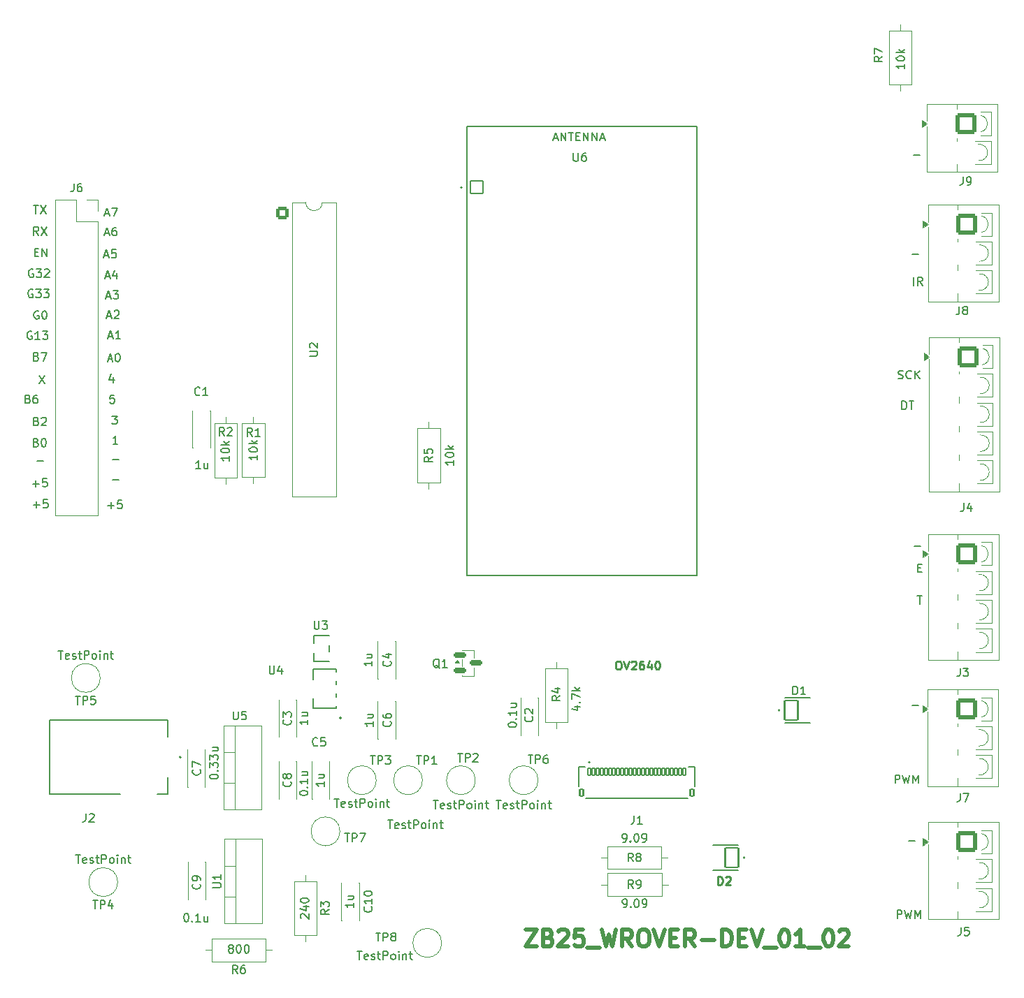
<source format=gto>
G04 #@! TF.GenerationSoftware,KiCad,Pcbnew,9.0.5*
G04 #@! TF.CreationDate,2025-11-10T02:59:24-08:00*
G04 #@! TF.ProjectId,zotbins_2025_wrover_pcb,7a6f7462-696e-4735-9f32-3032355f7772,rev?*
G04 #@! TF.SameCoordinates,Original*
G04 #@! TF.FileFunction,Legend,Top*
G04 #@! TF.FilePolarity,Positive*
%FSLAX46Y46*%
G04 Gerber Fmt 4.6, Leading zero omitted, Abs format (unit mm)*
G04 Created by KiCad (PCBNEW 9.0.5) date 2025-11-10 02:59:24*
%MOMM*%
%LPD*%
G01*
G04 APERTURE LIST*
G04 Aperture macros list*
%AMRoundRect*
0 Rectangle with rounded corners*
0 $1 Rounding radius*
0 $2 $3 $4 $5 $6 $7 $8 $9 X,Y pos of 4 corners*
0 Add a 4 corners polygon primitive as box body*
4,1,4,$2,$3,$4,$5,$6,$7,$8,$9,$2,$3,0*
0 Add four circle primitives for the rounded corners*
1,1,$1+$1,$2,$3*
1,1,$1+$1,$4,$5*
1,1,$1+$1,$6,$7*
1,1,$1+$1,$8,$9*
0 Add four rect primitives between the rounded corners*
20,1,$1+$1,$2,$3,$4,$5,0*
20,1,$1+$1,$4,$5,$6,$7,0*
20,1,$1+$1,$6,$7,$8,$9,0*
20,1,$1+$1,$8,$9,$2,$3,0*%
G04 Aperture macros list end*
%ADD10C,0.200000*%
%ADD11C,0.250000*%
%ADD12C,0.500000*%
%ADD13C,0.230000*%
%ADD14C,0.120000*%
%ADD15C,0.127000*%
%ADD16C,0.152400*%
%ADD17C,0.010000*%
%ADD18C,0.000000*%
%ADD19C,1.600000*%
%ADD20C,2.800000*%
%ADD21RoundRect,0.102000X-0.780000X-0.780000X0.780000X-0.780000X0.780000X0.780000X-0.780000X0.780000X0*%
%ADD22C,1.764000*%
%ADD23RoundRect,0.250000X-1.050000X1.050000X-1.050000X-1.050000X1.050000X-1.050000X1.050000X1.050000X0*%
%ADD24C,2.600000*%
%ADD25O,2.404000X4.604000*%
%ADD26O,2.204000X4.204000*%
%ADD27O,4.204000X2.204000*%
%ADD28RoundRect,0.102000X-0.150000X-0.400000X0.150000X-0.400000X0.150000X0.400000X-0.150000X0.400000X0*%
%ADD29RoundRect,0.102000X-0.200000X-0.400000X0.200000X-0.400000X0.200000X0.400000X-0.200000X0.400000X0*%
%ADD30RoundRect,0.102000X-0.800000X-1.200000X0.800000X-1.200000X0.800000X1.200000X-0.800000X1.200000X0*%
%ADD31RoundRect,0.250000X-0.550000X-0.550000X0.550000X-0.550000X0.550000X0.550000X-0.550000X0.550000X0*%
%ADD32R,1.700000X1.700000*%
%ADD33C,1.700000*%
%ADD34R,2.000000X1.905000*%
%ADD35O,2.000000X1.905000*%
%ADD36RoundRect,0.150000X-0.587500X-0.150000X0.587500X-0.150000X0.587500X0.150000X-0.587500X0.150000X0*%
%ADD37RoundRect,0.102000X0.800000X1.200000X-0.800000X1.200000X-0.800000X-1.200000X0.800000X-1.200000X0*%
%ADD38R,1.117600X0.482600*%
%ADD39R,1.193800X0.431800*%
%ADD40R,1.193800X0.482600*%
G04 APERTURE END LIST*
D10*
X109419493Y-95254708D02*
X108848065Y-95254708D01*
X109133779Y-95254708D02*
X109133779Y-94254708D01*
X109133779Y-94254708D02*
X109038541Y-94397565D01*
X109038541Y-94397565D02*
X108943303Y-94492803D01*
X108943303Y-94492803D02*
X108848065Y-94540422D01*
X107900277Y-69699914D02*
X108376467Y-69699914D01*
X107805039Y-69985629D02*
X108138372Y-68985629D01*
X108138372Y-68985629D02*
X108471705Y-69985629D01*
X109233610Y-68985629D02*
X109043134Y-68985629D01*
X109043134Y-68985629D02*
X108947896Y-69033248D01*
X108947896Y-69033248D02*
X108900277Y-69080867D01*
X108900277Y-69080867D02*
X108805039Y-69223724D01*
X108805039Y-69223724D02*
X108757420Y-69414200D01*
X108757420Y-69414200D02*
X108757420Y-69795152D01*
X108757420Y-69795152D02*
X108805039Y-69890390D01*
X108805039Y-69890390D02*
X108852658Y-69938010D01*
X108852658Y-69938010D02*
X108947896Y-69985629D01*
X108947896Y-69985629D02*
X109138372Y-69985629D01*
X109138372Y-69985629D02*
X109233610Y-69938010D01*
X109233610Y-69938010D02*
X109281229Y-69890390D01*
X109281229Y-69890390D02*
X109328848Y-69795152D01*
X109328848Y-69795152D02*
X109328848Y-69557057D01*
X109328848Y-69557057D02*
X109281229Y-69461819D01*
X109281229Y-69461819D02*
X109233610Y-69414200D01*
X109233610Y-69414200D02*
X109138372Y-69366581D01*
X109138372Y-69366581D02*
X108947896Y-69366581D01*
X108947896Y-69366581D02*
X108852658Y-69414200D01*
X108852658Y-69414200D02*
X108805039Y-69461819D01*
X108805039Y-69461819D02*
X108757420Y-69557057D01*
X108212364Y-102678752D02*
X108974269Y-102678752D01*
X108593316Y-103059705D02*
X108593316Y-102297800D01*
X109926649Y-102059705D02*
X109450459Y-102059705D01*
X109450459Y-102059705D02*
X109402840Y-102535895D01*
X109402840Y-102535895D02*
X109450459Y-102488276D01*
X109450459Y-102488276D02*
X109545697Y-102440657D01*
X109545697Y-102440657D02*
X109783792Y-102440657D01*
X109783792Y-102440657D02*
X109879030Y-102488276D01*
X109879030Y-102488276D02*
X109926649Y-102535895D01*
X109926649Y-102535895D02*
X109974268Y-102631133D01*
X109974268Y-102631133D02*
X109974268Y-102869228D01*
X109974268Y-102869228D02*
X109926649Y-102964466D01*
X109926649Y-102964466D02*
X109879030Y-103012086D01*
X109879030Y-103012086D02*
X109783792Y-103059705D01*
X109783792Y-103059705D02*
X109545697Y-103059705D01*
X109545697Y-103059705D02*
X109450459Y-103012086D01*
X109450459Y-103012086D02*
X109402840Y-102964466D01*
X99131744Y-100048923D02*
X99893649Y-100048923D01*
X99512696Y-100429876D02*
X99512696Y-99667971D01*
X100846029Y-99429876D02*
X100369839Y-99429876D01*
X100369839Y-99429876D02*
X100322220Y-99906066D01*
X100322220Y-99906066D02*
X100369839Y-99858447D01*
X100369839Y-99858447D02*
X100465077Y-99810828D01*
X100465077Y-99810828D02*
X100703172Y-99810828D01*
X100703172Y-99810828D02*
X100798410Y-99858447D01*
X100798410Y-99858447D02*
X100846029Y-99906066D01*
X100846029Y-99906066D02*
X100893648Y-100001304D01*
X100893648Y-100001304D02*
X100893648Y-100239399D01*
X100893648Y-100239399D02*
X100846029Y-100334637D01*
X100846029Y-100334637D02*
X100798410Y-100382257D01*
X100798410Y-100382257D02*
X100703172Y-100429876D01*
X100703172Y-100429876D02*
X100465077Y-100429876D01*
X100465077Y-100429876D02*
X100369839Y-100382257D01*
X100369839Y-100382257D02*
X100322220Y-100334637D01*
X162222054Y-58181504D02*
X162698244Y-58181504D01*
X162126816Y-58467219D02*
X162460149Y-57467219D01*
X162460149Y-57467219D02*
X162793482Y-58467219D01*
X163126816Y-58467219D02*
X163126816Y-57467219D01*
X163126816Y-57467219D02*
X163698244Y-58467219D01*
X163698244Y-58467219D02*
X163698244Y-57467219D01*
X164031578Y-57467219D02*
X164603006Y-57467219D01*
X164317292Y-58467219D02*
X164317292Y-57467219D01*
X164936340Y-57943409D02*
X165269673Y-57943409D01*
X165412530Y-58467219D02*
X164936340Y-58467219D01*
X164936340Y-58467219D02*
X164936340Y-57467219D01*
X164936340Y-57467219D02*
X165412530Y-57467219D01*
X165841102Y-58467219D02*
X165841102Y-57467219D01*
X165841102Y-57467219D02*
X166412530Y-58467219D01*
X166412530Y-58467219D02*
X166412530Y-57467219D01*
X166888721Y-58467219D02*
X166888721Y-57467219D01*
X166888721Y-57467219D02*
X167460149Y-58467219D01*
X167460149Y-58467219D02*
X167460149Y-57467219D01*
X167888721Y-58181504D02*
X168364911Y-58181504D01*
X167793483Y-58467219D02*
X168126816Y-57467219D01*
X168126816Y-57467219D02*
X168460149Y-58467219D01*
X108070030Y-77367942D02*
X108546220Y-77367942D01*
X107974792Y-77653657D02*
X108308125Y-76653657D01*
X108308125Y-76653657D02*
X108641458Y-77653657D01*
X108879554Y-76653657D02*
X109498601Y-76653657D01*
X109498601Y-76653657D02*
X109165268Y-77034609D01*
X109165268Y-77034609D02*
X109308125Y-77034609D01*
X109308125Y-77034609D02*
X109403363Y-77082228D01*
X109403363Y-77082228D02*
X109450982Y-77129847D01*
X109450982Y-77129847D02*
X109498601Y-77225085D01*
X109498601Y-77225085D02*
X109498601Y-77463180D01*
X109498601Y-77463180D02*
X109450982Y-77558418D01*
X109450982Y-77558418D02*
X109403363Y-77606038D01*
X109403363Y-77606038D02*
X109308125Y-77653657D01*
X109308125Y-77653657D02*
X109022411Y-77653657D01*
X109022411Y-77653657D02*
X108927173Y-77606038D01*
X108927173Y-77606038D02*
X108879554Y-77558418D01*
X99216620Y-102595705D02*
X99978525Y-102595705D01*
X99597572Y-102976658D02*
X99597572Y-102214753D01*
X100930905Y-101976658D02*
X100454715Y-101976658D01*
X100454715Y-101976658D02*
X100407096Y-102452848D01*
X100407096Y-102452848D02*
X100454715Y-102405229D01*
X100454715Y-102405229D02*
X100549953Y-102357610D01*
X100549953Y-102357610D02*
X100788048Y-102357610D01*
X100788048Y-102357610D02*
X100883286Y-102405229D01*
X100883286Y-102405229D02*
X100930905Y-102452848D01*
X100930905Y-102452848D02*
X100978524Y-102548086D01*
X100978524Y-102548086D02*
X100978524Y-102786181D01*
X100978524Y-102786181D02*
X100930905Y-102881419D01*
X100930905Y-102881419D02*
X100883286Y-102929039D01*
X100883286Y-102929039D02*
X100788048Y-102976658D01*
X100788048Y-102976658D02*
X100549953Y-102976658D01*
X100549953Y-102976658D02*
X100454715Y-102929039D01*
X100454715Y-102929039D02*
X100407096Y-102881419D01*
X203598812Y-136364199D02*
X203598812Y-135364199D01*
X203598812Y-135364199D02*
X203979764Y-135364199D01*
X203979764Y-135364199D02*
X204075002Y-135411818D01*
X204075002Y-135411818D02*
X204122621Y-135459437D01*
X204122621Y-135459437D02*
X204170240Y-135554675D01*
X204170240Y-135554675D02*
X204170240Y-135697532D01*
X204170240Y-135697532D02*
X204122621Y-135792770D01*
X204122621Y-135792770D02*
X204075002Y-135840389D01*
X204075002Y-135840389D02*
X203979764Y-135888008D01*
X203979764Y-135888008D02*
X203598812Y-135888008D01*
X204503574Y-135364199D02*
X204741669Y-136364199D01*
X204741669Y-136364199D02*
X204932145Y-135649913D01*
X204932145Y-135649913D02*
X205122621Y-136364199D01*
X205122621Y-136364199D02*
X205360717Y-135364199D01*
X205741669Y-136364199D02*
X205741669Y-135364199D01*
X205741669Y-135364199D02*
X206075002Y-136078484D01*
X206075002Y-136078484D02*
X206408335Y-135364199D01*
X206408335Y-135364199D02*
X206408335Y-136364199D01*
X99844633Y-69916423D02*
X99511300Y-69440232D01*
X99273205Y-69916423D02*
X99273205Y-68916423D01*
X99273205Y-68916423D02*
X99654157Y-68916423D01*
X99654157Y-68916423D02*
X99749395Y-68964042D01*
X99749395Y-68964042D02*
X99797014Y-69011661D01*
X99797014Y-69011661D02*
X99844633Y-69106899D01*
X99844633Y-69106899D02*
X99844633Y-69249756D01*
X99844633Y-69249756D02*
X99797014Y-69344994D01*
X99797014Y-69344994D02*
X99749395Y-69392613D01*
X99749395Y-69392613D02*
X99654157Y-69440232D01*
X99654157Y-69440232D02*
X99273205Y-69440232D01*
X100177967Y-68916423D02*
X100844633Y-69916423D01*
X100844633Y-68916423D02*
X100177967Y-69916423D01*
X108882264Y-87113788D02*
X108882264Y-87780455D01*
X108644169Y-86732836D02*
X108406074Y-87447121D01*
X108406074Y-87447121D02*
X109025121Y-87447121D01*
X205944235Y-107627032D02*
X206706140Y-107627032D01*
X107956862Y-74904207D02*
X108433052Y-74904207D01*
X107861624Y-75189922D02*
X108194957Y-74189922D01*
X108194957Y-74189922D02*
X108528290Y-75189922D01*
X109290195Y-74523255D02*
X109290195Y-75189922D01*
X109052100Y-74142303D02*
X108814005Y-74856588D01*
X108814005Y-74856588D02*
X109433052Y-74856588D01*
X203988490Y-87292131D02*
X204131347Y-87339750D01*
X204131347Y-87339750D02*
X204369442Y-87339750D01*
X204369442Y-87339750D02*
X204464680Y-87292131D01*
X204464680Y-87292131D02*
X204512299Y-87244511D01*
X204512299Y-87244511D02*
X204559918Y-87149273D01*
X204559918Y-87149273D02*
X204559918Y-87054035D01*
X204559918Y-87054035D02*
X204512299Y-86958797D01*
X204512299Y-86958797D02*
X204464680Y-86911178D01*
X204464680Y-86911178D02*
X204369442Y-86863559D01*
X204369442Y-86863559D02*
X204178966Y-86815940D01*
X204178966Y-86815940D02*
X204083728Y-86768321D01*
X204083728Y-86768321D02*
X204036109Y-86720702D01*
X204036109Y-86720702D02*
X203988490Y-86625464D01*
X203988490Y-86625464D02*
X203988490Y-86530226D01*
X203988490Y-86530226D02*
X204036109Y-86434988D01*
X204036109Y-86434988D02*
X204083728Y-86387369D01*
X204083728Y-86387369D02*
X204178966Y-86339750D01*
X204178966Y-86339750D02*
X204417061Y-86339750D01*
X204417061Y-86339750D02*
X204559918Y-86387369D01*
X205559918Y-87244511D02*
X205512299Y-87292131D01*
X205512299Y-87292131D02*
X205369442Y-87339750D01*
X205369442Y-87339750D02*
X205274204Y-87339750D01*
X205274204Y-87339750D02*
X205131347Y-87292131D01*
X205131347Y-87292131D02*
X205036109Y-87196892D01*
X205036109Y-87196892D02*
X204988490Y-87101654D01*
X204988490Y-87101654D02*
X204940871Y-86911178D01*
X204940871Y-86911178D02*
X204940871Y-86768321D01*
X204940871Y-86768321D02*
X204988490Y-86577845D01*
X204988490Y-86577845D02*
X205036109Y-86482607D01*
X205036109Y-86482607D02*
X205131347Y-86387369D01*
X205131347Y-86387369D02*
X205274204Y-86339750D01*
X205274204Y-86339750D02*
X205369442Y-86339750D01*
X205369442Y-86339750D02*
X205512299Y-86387369D01*
X205512299Y-86387369D02*
X205559918Y-86434988D01*
X205988490Y-87339750D02*
X205988490Y-86339750D01*
X206559918Y-87339750D02*
X206131347Y-86768321D01*
X206559918Y-86339750D02*
X205988490Y-86911178D01*
X107882988Y-67319226D02*
X108359178Y-67319226D01*
X107787750Y-67604941D02*
X108121083Y-66604941D01*
X108121083Y-66604941D02*
X108454416Y-67604941D01*
X108692512Y-66604941D02*
X109359178Y-66604941D01*
X109359178Y-66604941D02*
X108930607Y-67604941D01*
X206376025Y-110266238D02*
X206709358Y-110266238D01*
X206852215Y-110790048D02*
X206376025Y-110790048D01*
X206376025Y-110790048D02*
X206376025Y-109790048D01*
X206376025Y-109790048D02*
X206852215Y-109790048D01*
X98559728Y-89776711D02*
X98702585Y-89824330D01*
X98702585Y-89824330D02*
X98750204Y-89871949D01*
X98750204Y-89871949D02*
X98797823Y-89967187D01*
X98797823Y-89967187D02*
X98797823Y-90110044D01*
X98797823Y-90110044D02*
X98750204Y-90205282D01*
X98750204Y-90205282D02*
X98702585Y-90252902D01*
X98702585Y-90252902D02*
X98607347Y-90300521D01*
X98607347Y-90300521D02*
X98226395Y-90300521D01*
X98226395Y-90300521D02*
X98226395Y-89300521D01*
X98226395Y-89300521D02*
X98559728Y-89300521D01*
X98559728Y-89300521D02*
X98654966Y-89348140D01*
X98654966Y-89348140D02*
X98702585Y-89395759D01*
X98702585Y-89395759D02*
X98750204Y-89490997D01*
X98750204Y-89490997D02*
X98750204Y-89586235D01*
X98750204Y-89586235D02*
X98702585Y-89681473D01*
X98702585Y-89681473D02*
X98654966Y-89729092D01*
X98654966Y-89729092D02*
X98559728Y-89776711D01*
X98559728Y-89776711D02*
X98226395Y-89776711D01*
X99654966Y-89300521D02*
X99464490Y-89300521D01*
X99464490Y-89300521D02*
X99369252Y-89348140D01*
X99369252Y-89348140D02*
X99321633Y-89395759D01*
X99321633Y-89395759D02*
X99226395Y-89538616D01*
X99226395Y-89538616D02*
X99178776Y-89729092D01*
X99178776Y-89729092D02*
X99178776Y-90110044D01*
X99178776Y-90110044D02*
X99226395Y-90205282D01*
X99226395Y-90205282D02*
X99274014Y-90252902D01*
X99274014Y-90252902D02*
X99369252Y-90300521D01*
X99369252Y-90300521D02*
X99559728Y-90300521D01*
X99559728Y-90300521D02*
X99654966Y-90252902D01*
X99654966Y-90252902D02*
X99702585Y-90205282D01*
X99702585Y-90205282D02*
X99750204Y-90110044D01*
X99750204Y-90110044D02*
X99750204Y-89871949D01*
X99750204Y-89871949D02*
X99702585Y-89776711D01*
X99702585Y-89776711D02*
X99654966Y-89729092D01*
X99654966Y-89729092D02*
X99559728Y-89681473D01*
X99559728Y-89681473D02*
X99369252Y-89681473D01*
X99369252Y-89681473D02*
X99274014Y-89729092D01*
X99274014Y-89729092D02*
X99226395Y-89776711D01*
X99226395Y-89776711D02*
X99178776Y-89871949D01*
X206289752Y-113637782D02*
X206861180Y-113637782D01*
X206575466Y-114637782D02*
X206575466Y-113637782D01*
X99188732Y-74084518D02*
X99093494Y-74036899D01*
X99093494Y-74036899D02*
X98950637Y-74036899D01*
X98950637Y-74036899D02*
X98807780Y-74084518D01*
X98807780Y-74084518D02*
X98712542Y-74179756D01*
X98712542Y-74179756D02*
X98664923Y-74274994D01*
X98664923Y-74274994D02*
X98617304Y-74465470D01*
X98617304Y-74465470D02*
X98617304Y-74608327D01*
X98617304Y-74608327D02*
X98664923Y-74798803D01*
X98664923Y-74798803D02*
X98712542Y-74894041D01*
X98712542Y-74894041D02*
X98807780Y-74989280D01*
X98807780Y-74989280D02*
X98950637Y-75036899D01*
X98950637Y-75036899D02*
X99045875Y-75036899D01*
X99045875Y-75036899D02*
X99188732Y-74989280D01*
X99188732Y-74989280D02*
X99236351Y-74941660D01*
X99236351Y-74941660D02*
X99236351Y-74608327D01*
X99236351Y-74608327D02*
X99045875Y-74608327D01*
X99569685Y-74036899D02*
X100188732Y-74036899D01*
X100188732Y-74036899D02*
X99855399Y-74417851D01*
X99855399Y-74417851D02*
X99998256Y-74417851D01*
X99998256Y-74417851D02*
X100093494Y-74465470D01*
X100093494Y-74465470D02*
X100141113Y-74513089D01*
X100141113Y-74513089D02*
X100188732Y-74608327D01*
X100188732Y-74608327D02*
X100188732Y-74846422D01*
X100188732Y-74846422D02*
X100141113Y-74941660D01*
X100141113Y-74941660D02*
X100093494Y-74989280D01*
X100093494Y-74989280D02*
X99998256Y-75036899D01*
X99998256Y-75036899D02*
X99712542Y-75036899D01*
X99712542Y-75036899D02*
X99617304Y-74989280D01*
X99617304Y-74989280D02*
X99569685Y-74941660D01*
X100569685Y-74132137D02*
X100617304Y-74084518D01*
X100617304Y-74084518D02*
X100712542Y-74036899D01*
X100712542Y-74036899D02*
X100950637Y-74036899D01*
X100950637Y-74036899D02*
X101045875Y-74084518D01*
X101045875Y-74084518D02*
X101093494Y-74132137D01*
X101093494Y-74132137D02*
X101141113Y-74227375D01*
X101141113Y-74227375D02*
X101141113Y-74322613D01*
X101141113Y-74322613D02*
X101093494Y-74465470D01*
X101093494Y-74465470D02*
X100522066Y-75036899D01*
X100522066Y-75036899D02*
X101141113Y-75036899D01*
X205848410Y-60235146D02*
X206610315Y-60235146D01*
X205844694Y-76004988D02*
X205844694Y-75004988D01*
X206892312Y-76004988D02*
X206558979Y-75528797D01*
X206320884Y-76004988D02*
X206320884Y-75004988D01*
X206320884Y-75004988D02*
X206701836Y-75004988D01*
X206701836Y-75004988D02*
X206797074Y-75052607D01*
X206797074Y-75052607D02*
X206844693Y-75100226D01*
X206844693Y-75100226D02*
X206892312Y-75195464D01*
X206892312Y-75195464D02*
X206892312Y-75338321D01*
X206892312Y-75338321D02*
X206844693Y-75433559D01*
X206844693Y-75433559D02*
X206797074Y-75481178D01*
X206797074Y-75481178D02*
X206701836Y-75528797D01*
X206701836Y-75528797D02*
X206320884Y-75528797D01*
X99839452Y-79137329D02*
X99744214Y-79089710D01*
X99744214Y-79089710D02*
X99601357Y-79089710D01*
X99601357Y-79089710D02*
X99458500Y-79137329D01*
X99458500Y-79137329D02*
X99363262Y-79232567D01*
X99363262Y-79232567D02*
X99315643Y-79327805D01*
X99315643Y-79327805D02*
X99268024Y-79518281D01*
X99268024Y-79518281D02*
X99268024Y-79661138D01*
X99268024Y-79661138D02*
X99315643Y-79851614D01*
X99315643Y-79851614D02*
X99363262Y-79946852D01*
X99363262Y-79946852D02*
X99458500Y-80042091D01*
X99458500Y-80042091D02*
X99601357Y-80089710D01*
X99601357Y-80089710D02*
X99696595Y-80089710D01*
X99696595Y-80089710D02*
X99839452Y-80042091D01*
X99839452Y-80042091D02*
X99887071Y-79994471D01*
X99887071Y-79994471D02*
X99887071Y-79661138D01*
X99887071Y-79661138D02*
X99696595Y-79661138D01*
X100506119Y-79089710D02*
X100601357Y-79089710D01*
X100601357Y-79089710D02*
X100696595Y-79137329D01*
X100696595Y-79137329D02*
X100744214Y-79184948D01*
X100744214Y-79184948D02*
X100791833Y-79280186D01*
X100791833Y-79280186D02*
X100839452Y-79470662D01*
X100839452Y-79470662D02*
X100839452Y-79708757D01*
X100839452Y-79708757D02*
X100791833Y-79899233D01*
X100791833Y-79899233D02*
X100744214Y-79994471D01*
X100744214Y-79994471D02*
X100696595Y-80042091D01*
X100696595Y-80042091D02*
X100601357Y-80089710D01*
X100601357Y-80089710D02*
X100506119Y-80089710D01*
X100506119Y-80089710D02*
X100410881Y-80042091D01*
X100410881Y-80042091D02*
X100363262Y-79994471D01*
X100363262Y-79994471D02*
X100315643Y-79899233D01*
X100315643Y-79899233D02*
X100268024Y-79708757D01*
X100268024Y-79708757D02*
X100268024Y-79470662D01*
X100268024Y-79470662D02*
X100315643Y-79280186D01*
X100315643Y-79280186D02*
X100363262Y-79184948D01*
X100363262Y-79184948D02*
X100410881Y-79137329D01*
X100410881Y-79137329D02*
X100506119Y-79089710D01*
X108743861Y-91846337D02*
X109362908Y-91846337D01*
X109362908Y-91846337D02*
X109029575Y-92227289D01*
X109029575Y-92227289D02*
X109172432Y-92227289D01*
X109172432Y-92227289D02*
X109267670Y-92274908D01*
X109267670Y-92274908D02*
X109315289Y-92322527D01*
X109315289Y-92322527D02*
X109362908Y-92417765D01*
X109362908Y-92417765D02*
X109362908Y-92655860D01*
X109362908Y-92655860D02*
X109315289Y-92751098D01*
X109315289Y-92751098D02*
X109267670Y-92798718D01*
X109267670Y-92798718D02*
X109172432Y-92846337D01*
X109172432Y-92846337D02*
X108886718Y-92846337D01*
X108886718Y-92846337D02*
X108791480Y-92798718D01*
X108791480Y-92798718D02*
X108743861Y-92751098D01*
X203847073Y-152753431D02*
X203847073Y-151753431D01*
X203847073Y-151753431D02*
X204228025Y-151753431D01*
X204228025Y-151753431D02*
X204323263Y-151801050D01*
X204323263Y-151801050D02*
X204370882Y-151848669D01*
X204370882Y-151848669D02*
X204418501Y-151943907D01*
X204418501Y-151943907D02*
X204418501Y-152086764D01*
X204418501Y-152086764D02*
X204370882Y-152182002D01*
X204370882Y-152182002D02*
X204323263Y-152229621D01*
X204323263Y-152229621D02*
X204228025Y-152277240D01*
X204228025Y-152277240D02*
X203847073Y-152277240D01*
X204751835Y-151753431D02*
X204989930Y-152753431D01*
X204989930Y-152753431D02*
X205180406Y-152039145D01*
X205180406Y-152039145D02*
X205370882Y-152753431D01*
X205370882Y-152753431D02*
X205608978Y-151753431D01*
X205989930Y-152753431D02*
X205989930Y-151753431D01*
X205989930Y-151753431D02*
X206323263Y-152467716D01*
X206323263Y-152467716D02*
X206656596Y-151753431D01*
X206656596Y-151753431D02*
X206656596Y-152753431D01*
D11*
X169993044Y-121564619D02*
X170183520Y-121564619D01*
X170183520Y-121564619D02*
X170278758Y-121612238D01*
X170278758Y-121612238D02*
X170373996Y-121707476D01*
X170373996Y-121707476D02*
X170421615Y-121897952D01*
X170421615Y-121897952D02*
X170421615Y-122231285D01*
X170421615Y-122231285D02*
X170373996Y-122421761D01*
X170373996Y-122421761D02*
X170278758Y-122517000D01*
X170278758Y-122517000D02*
X170183520Y-122564619D01*
X170183520Y-122564619D02*
X169993044Y-122564619D01*
X169993044Y-122564619D02*
X169897806Y-122517000D01*
X169897806Y-122517000D02*
X169802568Y-122421761D01*
X169802568Y-122421761D02*
X169754949Y-122231285D01*
X169754949Y-122231285D02*
X169754949Y-121897952D01*
X169754949Y-121897952D02*
X169802568Y-121707476D01*
X169802568Y-121707476D02*
X169897806Y-121612238D01*
X169897806Y-121612238D02*
X169993044Y-121564619D01*
X170707330Y-121564619D02*
X171040663Y-122564619D01*
X171040663Y-122564619D02*
X171373996Y-121564619D01*
X171659711Y-121659857D02*
X171707330Y-121612238D01*
X171707330Y-121612238D02*
X171802568Y-121564619D01*
X171802568Y-121564619D02*
X172040663Y-121564619D01*
X172040663Y-121564619D02*
X172135901Y-121612238D01*
X172135901Y-121612238D02*
X172183520Y-121659857D01*
X172183520Y-121659857D02*
X172231139Y-121755095D01*
X172231139Y-121755095D02*
X172231139Y-121850333D01*
X172231139Y-121850333D02*
X172183520Y-121993190D01*
X172183520Y-121993190D02*
X171612092Y-122564619D01*
X171612092Y-122564619D02*
X172231139Y-122564619D01*
X173088282Y-121564619D02*
X172897806Y-121564619D01*
X172897806Y-121564619D02*
X172802568Y-121612238D01*
X172802568Y-121612238D02*
X172754949Y-121659857D01*
X172754949Y-121659857D02*
X172659711Y-121802714D01*
X172659711Y-121802714D02*
X172612092Y-121993190D01*
X172612092Y-121993190D02*
X172612092Y-122374142D01*
X172612092Y-122374142D02*
X172659711Y-122469380D01*
X172659711Y-122469380D02*
X172707330Y-122517000D01*
X172707330Y-122517000D02*
X172802568Y-122564619D01*
X172802568Y-122564619D02*
X172993044Y-122564619D01*
X172993044Y-122564619D02*
X173088282Y-122517000D01*
X173088282Y-122517000D02*
X173135901Y-122469380D01*
X173135901Y-122469380D02*
X173183520Y-122374142D01*
X173183520Y-122374142D02*
X173183520Y-122136047D01*
X173183520Y-122136047D02*
X173135901Y-122040809D01*
X173135901Y-122040809D02*
X173088282Y-121993190D01*
X173088282Y-121993190D02*
X172993044Y-121945571D01*
X172993044Y-121945571D02*
X172802568Y-121945571D01*
X172802568Y-121945571D02*
X172707330Y-121993190D01*
X172707330Y-121993190D02*
X172659711Y-122040809D01*
X172659711Y-122040809D02*
X172612092Y-122136047D01*
X174040663Y-121897952D02*
X174040663Y-122564619D01*
X173802568Y-121517000D02*
X173564473Y-122231285D01*
X173564473Y-122231285D02*
X174183520Y-122231285D01*
X174754949Y-121564619D02*
X174850187Y-121564619D01*
X174850187Y-121564619D02*
X174945425Y-121612238D01*
X174945425Y-121612238D02*
X174993044Y-121659857D01*
X174993044Y-121659857D02*
X175040663Y-121755095D01*
X175040663Y-121755095D02*
X175088282Y-121945571D01*
X175088282Y-121945571D02*
X175088282Y-122183666D01*
X175088282Y-122183666D02*
X175040663Y-122374142D01*
X175040663Y-122374142D02*
X174993044Y-122469380D01*
X174993044Y-122469380D02*
X174945425Y-122517000D01*
X174945425Y-122517000D02*
X174850187Y-122564619D01*
X174850187Y-122564619D02*
X174754949Y-122564619D01*
X174754949Y-122564619D02*
X174659711Y-122517000D01*
X174659711Y-122517000D02*
X174612092Y-122469380D01*
X174612092Y-122469380D02*
X174564473Y-122374142D01*
X174564473Y-122374142D02*
X174516854Y-122183666D01*
X174516854Y-122183666D02*
X174516854Y-121945571D01*
X174516854Y-121945571D02*
X174564473Y-121755095D01*
X174564473Y-121755095D02*
X174612092Y-121659857D01*
X174612092Y-121659857D02*
X174659711Y-121612238D01*
X174659711Y-121612238D02*
X174754949Y-121564619D01*
D10*
X99132148Y-76545936D02*
X99036910Y-76498317D01*
X99036910Y-76498317D02*
X98894053Y-76498317D01*
X98894053Y-76498317D02*
X98751196Y-76545936D01*
X98751196Y-76545936D02*
X98655958Y-76641174D01*
X98655958Y-76641174D02*
X98608339Y-76736412D01*
X98608339Y-76736412D02*
X98560720Y-76926888D01*
X98560720Y-76926888D02*
X98560720Y-77069745D01*
X98560720Y-77069745D02*
X98608339Y-77260221D01*
X98608339Y-77260221D02*
X98655958Y-77355459D01*
X98655958Y-77355459D02*
X98751196Y-77450698D01*
X98751196Y-77450698D02*
X98894053Y-77498317D01*
X98894053Y-77498317D02*
X98989291Y-77498317D01*
X98989291Y-77498317D02*
X99132148Y-77450698D01*
X99132148Y-77450698D02*
X99179767Y-77403078D01*
X99179767Y-77403078D02*
X99179767Y-77069745D01*
X99179767Y-77069745D02*
X98989291Y-77069745D01*
X99513101Y-76498317D02*
X100132148Y-76498317D01*
X100132148Y-76498317D02*
X99798815Y-76879269D01*
X99798815Y-76879269D02*
X99941672Y-76879269D01*
X99941672Y-76879269D02*
X100036910Y-76926888D01*
X100036910Y-76926888D02*
X100084529Y-76974507D01*
X100084529Y-76974507D02*
X100132148Y-77069745D01*
X100132148Y-77069745D02*
X100132148Y-77307840D01*
X100132148Y-77307840D02*
X100084529Y-77403078D01*
X100084529Y-77403078D02*
X100036910Y-77450698D01*
X100036910Y-77450698D02*
X99941672Y-77498317D01*
X99941672Y-77498317D02*
X99655958Y-77498317D01*
X99655958Y-77498317D02*
X99560720Y-77450698D01*
X99560720Y-77450698D02*
X99513101Y-77403078D01*
X100465482Y-76498317D02*
X101084529Y-76498317D01*
X101084529Y-76498317D02*
X100751196Y-76879269D01*
X100751196Y-76879269D02*
X100894053Y-76879269D01*
X100894053Y-76879269D02*
X100989291Y-76926888D01*
X100989291Y-76926888D02*
X101036910Y-76974507D01*
X101036910Y-76974507D02*
X101084529Y-77069745D01*
X101084529Y-77069745D02*
X101084529Y-77307840D01*
X101084529Y-77307840D02*
X101036910Y-77403078D01*
X101036910Y-77403078D02*
X100989291Y-77450698D01*
X100989291Y-77450698D02*
X100894053Y-77498317D01*
X100894053Y-77498317D02*
X100608339Y-77498317D01*
X100608339Y-77498317D02*
X100513101Y-77450698D01*
X100513101Y-77450698D02*
X100465482Y-77403078D01*
X108272791Y-84966227D02*
X108748981Y-84966227D01*
X108177553Y-85251942D02*
X108510886Y-84251942D01*
X108510886Y-84251942D02*
X108844219Y-85251942D01*
X109368029Y-84251942D02*
X109463267Y-84251942D01*
X109463267Y-84251942D02*
X109558505Y-84299561D01*
X109558505Y-84299561D02*
X109606124Y-84347180D01*
X109606124Y-84347180D02*
X109653743Y-84442418D01*
X109653743Y-84442418D02*
X109701362Y-84632894D01*
X109701362Y-84632894D02*
X109701362Y-84870989D01*
X109701362Y-84870989D02*
X109653743Y-85061465D01*
X109653743Y-85061465D02*
X109606124Y-85156703D01*
X109606124Y-85156703D02*
X109558505Y-85204323D01*
X109558505Y-85204323D02*
X109463267Y-85251942D01*
X109463267Y-85251942D02*
X109368029Y-85251942D01*
X109368029Y-85251942D02*
X109272791Y-85204323D01*
X109272791Y-85204323D02*
X109225172Y-85156703D01*
X109225172Y-85156703D02*
X109177553Y-85061465D01*
X109177553Y-85061465D02*
X109129934Y-84870989D01*
X109129934Y-84870989D02*
X109129934Y-84632894D01*
X109129934Y-84632894D02*
X109177553Y-84442418D01*
X109177553Y-84442418D02*
X109225172Y-84347180D01*
X109225172Y-84347180D02*
X109272791Y-84299561D01*
X109272791Y-84299561D02*
X109368029Y-84251942D01*
X108329375Y-82216978D02*
X108805565Y-82216978D01*
X108234137Y-82502693D02*
X108567470Y-81502693D01*
X108567470Y-81502693D02*
X108900803Y-82502693D01*
X109757946Y-82502693D02*
X109186518Y-82502693D01*
X109472232Y-82502693D02*
X109472232Y-81502693D01*
X109472232Y-81502693D02*
X109376994Y-81645550D01*
X109376994Y-81645550D02*
X109281756Y-81740788D01*
X109281756Y-81740788D02*
X109186518Y-81788407D01*
X99641003Y-97332115D02*
X100402908Y-97332115D01*
X99578246Y-84636388D02*
X99721103Y-84684007D01*
X99721103Y-84684007D02*
X99768722Y-84731626D01*
X99768722Y-84731626D02*
X99816341Y-84826864D01*
X99816341Y-84826864D02*
X99816341Y-84969721D01*
X99816341Y-84969721D02*
X99768722Y-85064959D01*
X99768722Y-85064959D02*
X99721103Y-85112579D01*
X99721103Y-85112579D02*
X99625865Y-85160198D01*
X99625865Y-85160198D02*
X99244913Y-85160198D01*
X99244913Y-85160198D02*
X99244913Y-84160198D01*
X99244913Y-84160198D02*
X99578246Y-84160198D01*
X99578246Y-84160198D02*
X99673484Y-84207817D01*
X99673484Y-84207817D02*
X99721103Y-84255436D01*
X99721103Y-84255436D02*
X99768722Y-84350674D01*
X99768722Y-84350674D02*
X99768722Y-84445912D01*
X99768722Y-84445912D02*
X99721103Y-84541150D01*
X99721103Y-84541150D02*
X99673484Y-84588769D01*
X99673484Y-84588769D02*
X99578246Y-84636388D01*
X99578246Y-84636388D02*
X99244913Y-84636388D01*
X100149675Y-84160198D02*
X100816341Y-84160198D01*
X100816341Y-84160198D02*
X100387770Y-85160198D01*
X204430584Y-91052219D02*
X204430584Y-90052219D01*
X204430584Y-90052219D02*
X204668679Y-90052219D01*
X204668679Y-90052219D02*
X204811536Y-90099838D01*
X204811536Y-90099838D02*
X204906774Y-90195076D01*
X204906774Y-90195076D02*
X204954393Y-90290314D01*
X204954393Y-90290314D02*
X205002012Y-90480790D01*
X205002012Y-90480790D02*
X205002012Y-90623647D01*
X205002012Y-90623647D02*
X204954393Y-90814123D01*
X204954393Y-90814123D02*
X204906774Y-90909361D01*
X204906774Y-90909361D02*
X204811536Y-91004600D01*
X204811536Y-91004600D02*
X204668679Y-91052219D01*
X204668679Y-91052219D02*
X204430584Y-91052219D01*
X205287727Y-90052219D02*
X205859155Y-90052219D01*
X205573441Y-91052219D02*
X205573441Y-90052219D01*
D12*
X158848406Y-154129697D02*
X160181739Y-154129697D01*
X160181739Y-154129697D02*
X158848406Y-156129697D01*
X158848406Y-156129697D02*
X160181739Y-156129697D01*
X161610311Y-155082078D02*
X161896025Y-155177316D01*
X161896025Y-155177316D02*
X161991263Y-155272554D01*
X161991263Y-155272554D02*
X162086501Y-155463030D01*
X162086501Y-155463030D02*
X162086501Y-155748744D01*
X162086501Y-155748744D02*
X161991263Y-155939220D01*
X161991263Y-155939220D02*
X161896025Y-156034459D01*
X161896025Y-156034459D02*
X161705549Y-156129697D01*
X161705549Y-156129697D02*
X160943644Y-156129697D01*
X160943644Y-156129697D02*
X160943644Y-154129697D01*
X160943644Y-154129697D02*
X161610311Y-154129697D01*
X161610311Y-154129697D02*
X161800787Y-154224935D01*
X161800787Y-154224935D02*
X161896025Y-154320173D01*
X161896025Y-154320173D02*
X161991263Y-154510649D01*
X161991263Y-154510649D02*
X161991263Y-154701125D01*
X161991263Y-154701125D02*
X161896025Y-154891601D01*
X161896025Y-154891601D02*
X161800787Y-154986839D01*
X161800787Y-154986839D02*
X161610311Y-155082078D01*
X161610311Y-155082078D02*
X160943644Y-155082078D01*
X162848406Y-154320173D02*
X162943644Y-154224935D01*
X162943644Y-154224935D02*
X163134120Y-154129697D01*
X163134120Y-154129697D02*
X163610311Y-154129697D01*
X163610311Y-154129697D02*
X163800787Y-154224935D01*
X163800787Y-154224935D02*
X163896025Y-154320173D01*
X163896025Y-154320173D02*
X163991263Y-154510649D01*
X163991263Y-154510649D02*
X163991263Y-154701125D01*
X163991263Y-154701125D02*
X163896025Y-154986839D01*
X163896025Y-154986839D02*
X162753168Y-156129697D01*
X162753168Y-156129697D02*
X163991263Y-156129697D01*
X165800787Y-154129697D02*
X164848406Y-154129697D01*
X164848406Y-154129697D02*
X164753168Y-155082078D01*
X164753168Y-155082078D02*
X164848406Y-154986839D01*
X164848406Y-154986839D02*
X165038882Y-154891601D01*
X165038882Y-154891601D02*
X165515073Y-154891601D01*
X165515073Y-154891601D02*
X165705549Y-154986839D01*
X165705549Y-154986839D02*
X165800787Y-155082078D01*
X165800787Y-155082078D02*
X165896025Y-155272554D01*
X165896025Y-155272554D02*
X165896025Y-155748744D01*
X165896025Y-155748744D02*
X165800787Y-155939220D01*
X165800787Y-155939220D02*
X165705549Y-156034459D01*
X165705549Y-156034459D02*
X165515073Y-156129697D01*
X165515073Y-156129697D02*
X165038882Y-156129697D01*
X165038882Y-156129697D02*
X164848406Y-156034459D01*
X164848406Y-156034459D02*
X164753168Y-155939220D01*
X166276978Y-156320173D02*
X167800787Y-156320173D01*
X168086502Y-154129697D02*
X168562692Y-156129697D01*
X168562692Y-156129697D02*
X168943645Y-154701125D01*
X168943645Y-154701125D02*
X169324597Y-156129697D01*
X169324597Y-156129697D02*
X169800788Y-154129697D01*
X171705549Y-156129697D02*
X171038882Y-155177316D01*
X170562692Y-156129697D02*
X170562692Y-154129697D01*
X170562692Y-154129697D02*
X171324597Y-154129697D01*
X171324597Y-154129697D02*
X171515073Y-154224935D01*
X171515073Y-154224935D02*
X171610311Y-154320173D01*
X171610311Y-154320173D02*
X171705549Y-154510649D01*
X171705549Y-154510649D02*
X171705549Y-154796363D01*
X171705549Y-154796363D02*
X171610311Y-154986839D01*
X171610311Y-154986839D02*
X171515073Y-155082078D01*
X171515073Y-155082078D02*
X171324597Y-155177316D01*
X171324597Y-155177316D02*
X170562692Y-155177316D01*
X172943644Y-154129697D02*
X173324597Y-154129697D01*
X173324597Y-154129697D02*
X173515073Y-154224935D01*
X173515073Y-154224935D02*
X173705549Y-154415411D01*
X173705549Y-154415411D02*
X173800787Y-154796363D01*
X173800787Y-154796363D02*
X173800787Y-155463030D01*
X173800787Y-155463030D02*
X173705549Y-155843982D01*
X173705549Y-155843982D02*
X173515073Y-156034459D01*
X173515073Y-156034459D02*
X173324597Y-156129697D01*
X173324597Y-156129697D02*
X172943644Y-156129697D01*
X172943644Y-156129697D02*
X172753168Y-156034459D01*
X172753168Y-156034459D02*
X172562692Y-155843982D01*
X172562692Y-155843982D02*
X172467454Y-155463030D01*
X172467454Y-155463030D02*
X172467454Y-154796363D01*
X172467454Y-154796363D02*
X172562692Y-154415411D01*
X172562692Y-154415411D02*
X172753168Y-154224935D01*
X172753168Y-154224935D02*
X172943644Y-154129697D01*
X174372216Y-154129697D02*
X175038882Y-156129697D01*
X175038882Y-156129697D02*
X175705549Y-154129697D01*
X176372216Y-155082078D02*
X177038883Y-155082078D01*
X177324597Y-156129697D02*
X176372216Y-156129697D01*
X176372216Y-156129697D02*
X176372216Y-154129697D01*
X176372216Y-154129697D02*
X177324597Y-154129697D01*
X179324597Y-156129697D02*
X178657930Y-155177316D01*
X178181740Y-156129697D02*
X178181740Y-154129697D01*
X178181740Y-154129697D02*
X178943645Y-154129697D01*
X178943645Y-154129697D02*
X179134121Y-154224935D01*
X179134121Y-154224935D02*
X179229359Y-154320173D01*
X179229359Y-154320173D02*
X179324597Y-154510649D01*
X179324597Y-154510649D02*
X179324597Y-154796363D01*
X179324597Y-154796363D02*
X179229359Y-154986839D01*
X179229359Y-154986839D02*
X179134121Y-155082078D01*
X179134121Y-155082078D02*
X178943645Y-155177316D01*
X178943645Y-155177316D02*
X178181740Y-155177316D01*
X180181740Y-155367792D02*
X181705550Y-155367792D01*
X182657930Y-156129697D02*
X182657930Y-154129697D01*
X182657930Y-154129697D02*
X183134120Y-154129697D01*
X183134120Y-154129697D02*
X183419835Y-154224935D01*
X183419835Y-154224935D02*
X183610311Y-154415411D01*
X183610311Y-154415411D02*
X183705549Y-154605887D01*
X183705549Y-154605887D02*
X183800787Y-154986839D01*
X183800787Y-154986839D02*
X183800787Y-155272554D01*
X183800787Y-155272554D02*
X183705549Y-155653506D01*
X183705549Y-155653506D02*
X183610311Y-155843982D01*
X183610311Y-155843982D02*
X183419835Y-156034459D01*
X183419835Y-156034459D02*
X183134120Y-156129697D01*
X183134120Y-156129697D02*
X182657930Y-156129697D01*
X184657930Y-155082078D02*
X185324597Y-155082078D01*
X185610311Y-156129697D02*
X184657930Y-156129697D01*
X184657930Y-156129697D02*
X184657930Y-154129697D01*
X184657930Y-154129697D02*
X185610311Y-154129697D01*
X186181740Y-154129697D02*
X186848406Y-156129697D01*
X186848406Y-156129697D02*
X187515073Y-154129697D01*
X187705550Y-156320173D02*
X189229359Y-156320173D01*
X190086502Y-154129697D02*
X190276979Y-154129697D01*
X190276979Y-154129697D02*
X190467455Y-154224935D01*
X190467455Y-154224935D02*
X190562693Y-154320173D01*
X190562693Y-154320173D02*
X190657931Y-154510649D01*
X190657931Y-154510649D02*
X190753169Y-154891601D01*
X190753169Y-154891601D02*
X190753169Y-155367792D01*
X190753169Y-155367792D02*
X190657931Y-155748744D01*
X190657931Y-155748744D02*
X190562693Y-155939220D01*
X190562693Y-155939220D02*
X190467455Y-156034459D01*
X190467455Y-156034459D02*
X190276979Y-156129697D01*
X190276979Y-156129697D02*
X190086502Y-156129697D01*
X190086502Y-156129697D02*
X189896026Y-156034459D01*
X189896026Y-156034459D02*
X189800788Y-155939220D01*
X189800788Y-155939220D02*
X189705550Y-155748744D01*
X189705550Y-155748744D02*
X189610312Y-155367792D01*
X189610312Y-155367792D02*
X189610312Y-154891601D01*
X189610312Y-154891601D02*
X189705550Y-154510649D01*
X189705550Y-154510649D02*
X189800788Y-154320173D01*
X189800788Y-154320173D02*
X189896026Y-154224935D01*
X189896026Y-154224935D02*
X190086502Y-154129697D01*
X192657931Y-156129697D02*
X191515074Y-156129697D01*
X192086502Y-156129697D02*
X192086502Y-154129697D01*
X192086502Y-154129697D02*
X191896026Y-154415411D01*
X191896026Y-154415411D02*
X191705550Y-154605887D01*
X191705550Y-154605887D02*
X191515074Y-154701125D01*
X193038884Y-156320173D02*
X194562693Y-156320173D01*
X195419836Y-154129697D02*
X195610313Y-154129697D01*
X195610313Y-154129697D02*
X195800789Y-154224935D01*
X195800789Y-154224935D02*
X195896027Y-154320173D01*
X195896027Y-154320173D02*
X195991265Y-154510649D01*
X195991265Y-154510649D02*
X196086503Y-154891601D01*
X196086503Y-154891601D02*
X196086503Y-155367792D01*
X196086503Y-155367792D02*
X195991265Y-155748744D01*
X195991265Y-155748744D02*
X195896027Y-155939220D01*
X195896027Y-155939220D02*
X195800789Y-156034459D01*
X195800789Y-156034459D02*
X195610313Y-156129697D01*
X195610313Y-156129697D02*
X195419836Y-156129697D01*
X195419836Y-156129697D02*
X195229360Y-156034459D01*
X195229360Y-156034459D02*
X195134122Y-155939220D01*
X195134122Y-155939220D02*
X195038884Y-155748744D01*
X195038884Y-155748744D02*
X194943646Y-155367792D01*
X194943646Y-155367792D02*
X194943646Y-154891601D01*
X194943646Y-154891601D02*
X195038884Y-154510649D01*
X195038884Y-154510649D02*
X195134122Y-154320173D01*
X195134122Y-154320173D02*
X195229360Y-154224935D01*
X195229360Y-154224935D02*
X195419836Y-154129697D01*
X196848408Y-154320173D02*
X196943646Y-154224935D01*
X196943646Y-154224935D02*
X197134122Y-154129697D01*
X197134122Y-154129697D02*
X197610313Y-154129697D01*
X197610313Y-154129697D02*
X197800789Y-154224935D01*
X197800789Y-154224935D02*
X197896027Y-154320173D01*
X197896027Y-154320173D02*
X197991265Y-154510649D01*
X197991265Y-154510649D02*
X197991265Y-154701125D01*
X197991265Y-154701125D02*
X197896027Y-154986839D01*
X197896027Y-154986839D02*
X196753170Y-156129697D01*
X196753170Y-156129697D02*
X197991265Y-156129697D01*
D10*
X205703936Y-126901924D02*
X206465841Y-126901924D01*
X99549953Y-95050353D02*
X99692810Y-95097972D01*
X99692810Y-95097972D02*
X99740429Y-95145591D01*
X99740429Y-95145591D02*
X99788048Y-95240829D01*
X99788048Y-95240829D02*
X99788048Y-95383686D01*
X99788048Y-95383686D02*
X99740429Y-95478924D01*
X99740429Y-95478924D02*
X99692810Y-95526544D01*
X99692810Y-95526544D02*
X99597572Y-95574163D01*
X99597572Y-95574163D02*
X99216620Y-95574163D01*
X99216620Y-95574163D02*
X99216620Y-94574163D01*
X99216620Y-94574163D02*
X99549953Y-94574163D01*
X99549953Y-94574163D02*
X99645191Y-94621782D01*
X99645191Y-94621782D02*
X99692810Y-94669401D01*
X99692810Y-94669401D02*
X99740429Y-94764639D01*
X99740429Y-94764639D02*
X99740429Y-94859877D01*
X99740429Y-94859877D02*
X99692810Y-94955115D01*
X99692810Y-94955115D02*
X99645191Y-95002734D01*
X99645191Y-95002734D02*
X99549953Y-95050353D01*
X99549953Y-95050353D02*
X99216620Y-95050353D01*
X100407096Y-94574163D02*
X100502334Y-94574163D01*
X100502334Y-94574163D02*
X100597572Y-94621782D01*
X100597572Y-94621782D02*
X100645191Y-94669401D01*
X100645191Y-94669401D02*
X100692810Y-94764639D01*
X100692810Y-94764639D02*
X100740429Y-94955115D01*
X100740429Y-94955115D02*
X100740429Y-95193210D01*
X100740429Y-95193210D02*
X100692810Y-95383686D01*
X100692810Y-95383686D02*
X100645191Y-95478924D01*
X100645191Y-95478924D02*
X100597572Y-95526544D01*
X100597572Y-95526544D02*
X100502334Y-95574163D01*
X100502334Y-95574163D02*
X100407096Y-95574163D01*
X100407096Y-95574163D02*
X100311858Y-95526544D01*
X100311858Y-95526544D02*
X100264239Y-95478924D01*
X100264239Y-95478924D02*
X100216620Y-95383686D01*
X100216620Y-95383686D02*
X100169001Y-95193210D01*
X100169001Y-95193210D02*
X100169001Y-94955115D01*
X100169001Y-94955115D02*
X100216620Y-94764639D01*
X100216620Y-94764639D02*
X100264239Y-94669401D01*
X100264239Y-94669401D02*
X100311858Y-94621782D01*
X100311858Y-94621782D02*
X100407096Y-94574163D01*
X107824832Y-72385108D02*
X108301022Y-72385108D01*
X107729594Y-72670823D02*
X108062927Y-71670823D01*
X108062927Y-71670823D02*
X108396260Y-72670823D01*
X109205784Y-71670823D02*
X108729594Y-71670823D01*
X108729594Y-71670823D02*
X108681975Y-72147013D01*
X108681975Y-72147013D02*
X108729594Y-72099394D01*
X108729594Y-72099394D02*
X108824832Y-72051775D01*
X108824832Y-72051775D02*
X109062927Y-72051775D01*
X109062927Y-72051775D02*
X109158165Y-72099394D01*
X109158165Y-72099394D02*
X109205784Y-72147013D01*
X109205784Y-72147013D02*
X109253403Y-72242251D01*
X109253403Y-72242251D02*
X109253403Y-72480346D01*
X109253403Y-72480346D02*
X109205784Y-72575584D01*
X109205784Y-72575584D02*
X109158165Y-72623204D01*
X109158165Y-72623204D02*
X109062927Y-72670823D01*
X109062927Y-72670823D02*
X108824832Y-72670823D01*
X108824832Y-72670823D02*
X108729594Y-72623204D01*
X108729594Y-72623204D02*
X108681975Y-72575584D01*
X108788299Y-97145362D02*
X109550204Y-97145362D01*
X205632878Y-72249316D02*
X206394783Y-72249316D01*
X99578246Y-92480505D02*
X99721103Y-92528124D01*
X99721103Y-92528124D02*
X99768722Y-92575743D01*
X99768722Y-92575743D02*
X99816341Y-92670981D01*
X99816341Y-92670981D02*
X99816341Y-92813838D01*
X99816341Y-92813838D02*
X99768722Y-92909076D01*
X99768722Y-92909076D02*
X99721103Y-92956696D01*
X99721103Y-92956696D02*
X99625865Y-93004315D01*
X99625865Y-93004315D02*
X99244913Y-93004315D01*
X99244913Y-93004315D02*
X99244913Y-92004315D01*
X99244913Y-92004315D02*
X99578246Y-92004315D01*
X99578246Y-92004315D02*
X99673484Y-92051934D01*
X99673484Y-92051934D02*
X99721103Y-92099553D01*
X99721103Y-92099553D02*
X99768722Y-92194791D01*
X99768722Y-92194791D02*
X99768722Y-92290029D01*
X99768722Y-92290029D02*
X99721103Y-92385267D01*
X99721103Y-92385267D02*
X99673484Y-92432886D01*
X99673484Y-92432886D02*
X99578246Y-92480505D01*
X99578246Y-92480505D02*
X99244913Y-92480505D01*
X100197294Y-92099553D02*
X100244913Y-92051934D01*
X100244913Y-92051934D02*
X100340151Y-92004315D01*
X100340151Y-92004315D02*
X100578246Y-92004315D01*
X100578246Y-92004315D02*
X100673484Y-92051934D01*
X100673484Y-92051934D02*
X100721103Y-92099553D01*
X100721103Y-92099553D02*
X100768722Y-92194791D01*
X100768722Y-92194791D02*
X100768722Y-92290029D01*
X100768722Y-92290029D02*
X100721103Y-92432886D01*
X100721103Y-92432886D02*
X100149675Y-93004315D01*
X100149675Y-93004315D02*
X100768722Y-93004315D01*
X108178484Y-79762472D02*
X108654674Y-79762472D01*
X108083246Y-80048187D02*
X108416579Y-79048187D01*
X108416579Y-79048187D02*
X108749912Y-80048187D01*
X109035627Y-79143425D02*
X109083246Y-79095806D01*
X109083246Y-79095806D02*
X109178484Y-79048187D01*
X109178484Y-79048187D02*
X109416579Y-79048187D01*
X109416579Y-79048187D02*
X109511817Y-79095806D01*
X109511817Y-79095806D02*
X109559436Y-79143425D01*
X109559436Y-79143425D02*
X109607055Y-79238663D01*
X109607055Y-79238663D02*
X109607055Y-79333901D01*
X109607055Y-79333901D02*
X109559436Y-79476758D01*
X109559436Y-79476758D02*
X108988008Y-80048187D01*
X108988008Y-80048187D02*
X109607055Y-80048187D01*
X99386373Y-71995087D02*
X99719706Y-71995087D01*
X99862563Y-72518897D02*
X99386373Y-72518897D01*
X99386373Y-72518897D02*
X99386373Y-71518897D01*
X99386373Y-71518897D02*
X99862563Y-71518897D01*
X100291135Y-72518897D02*
X100291135Y-71518897D01*
X100291135Y-71518897D02*
X100862563Y-72518897D01*
X100862563Y-72518897D02*
X100862563Y-71518897D01*
X99941855Y-86923979D02*
X100608521Y-87923979D01*
X100608521Y-86923979D02*
X99941855Y-87923979D01*
X108813447Y-99620636D02*
X109575352Y-99620636D01*
X205272719Y-143355319D02*
X206034624Y-143355319D01*
X109012930Y-89313396D02*
X108536740Y-89313396D01*
X108536740Y-89313396D02*
X108489121Y-89789586D01*
X108489121Y-89789586D02*
X108536740Y-89741967D01*
X108536740Y-89741967D02*
X108631978Y-89694348D01*
X108631978Y-89694348D02*
X108870073Y-89694348D01*
X108870073Y-89694348D02*
X108965311Y-89741967D01*
X108965311Y-89741967D02*
X109012930Y-89789586D01*
X109012930Y-89789586D02*
X109060549Y-89884824D01*
X109060549Y-89884824D02*
X109060549Y-90122919D01*
X109060549Y-90122919D02*
X109012930Y-90218157D01*
X109012930Y-90218157D02*
X108965311Y-90265777D01*
X108965311Y-90265777D02*
X108870073Y-90313396D01*
X108870073Y-90313396D02*
X108631978Y-90313396D01*
X108631978Y-90313396D02*
X108536740Y-90265777D01*
X108536740Y-90265777D02*
X108489121Y-90218157D01*
X99004833Y-81605670D02*
X98909595Y-81558051D01*
X98909595Y-81558051D02*
X98766738Y-81558051D01*
X98766738Y-81558051D02*
X98623881Y-81605670D01*
X98623881Y-81605670D02*
X98528643Y-81700908D01*
X98528643Y-81700908D02*
X98481024Y-81796146D01*
X98481024Y-81796146D02*
X98433405Y-81986622D01*
X98433405Y-81986622D02*
X98433405Y-82129479D01*
X98433405Y-82129479D02*
X98481024Y-82319955D01*
X98481024Y-82319955D02*
X98528643Y-82415193D01*
X98528643Y-82415193D02*
X98623881Y-82510432D01*
X98623881Y-82510432D02*
X98766738Y-82558051D01*
X98766738Y-82558051D02*
X98861976Y-82558051D01*
X98861976Y-82558051D02*
X99004833Y-82510432D01*
X99004833Y-82510432D02*
X99052452Y-82462812D01*
X99052452Y-82462812D02*
X99052452Y-82129479D01*
X99052452Y-82129479D02*
X98861976Y-82129479D01*
X100004833Y-82558051D02*
X99433405Y-82558051D01*
X99719119Y-82558051D02*
X99719119Y-81558051D01*
X99719119Y-81558051D02*
X99623881Y-81700908D01*
X99623881Y-81700908D02*
X99528643Y-81796146D01*
X99528643Y-81796146D02*
X99433405Y-81843765D01*
X100338167Y-81558051D02*
X100957214Y-81558051D01*
X100957214Y-81558051D02*
X100623881Y-81939003D01*
X100623881Y-81939003D02*
X100766738Y-81939003D01*
X100766738Y-81939003D02*
X100861976Y-81986622D01*
X100861976Y-81986622D02*
X100909595Y-82034241D01*
X100909595Y-82034241D02*
X100957214Y-82129479D01*
X100957214Y-82129479D02*
X100957214Y-82367574D01*
X100957214Y-82367574D02*
X100909595Y-82462812D01*
X100909595Y-82462812D02*
X100861976Y-82510432D01*
X100861976Y-82510432D02*
X100766738Y-82558051D01*
X100766738Y-82558051D02*
X100481024Y-82558051D01*
X100481024Y-82558051D02*
X100385786Y-82510432D01*
X100385786Y-82510432D02*
X100338167Y-82462812D01*
X99243516Y-66340917D02*
X99814944Y-66340917D01*
X99529230Y-67340917D02*
X99529230Y-66340917D01*
X100053040Y-66340917D02*
X100719706Y-67340917D01*
X100719706Y-66340917D02*
X100053040Y-67340917D01*
X142456980Y-128866666D02*
X142504600Y-128914285D01*
X142504600Y-128914285D02*
X142552219Y-129057142D01*
X142552219Y-129057142D02*
X142552219Y-129152380D01*
X142552219Y-129152380D02*
X142504600Y-129295237D01*
X142504600Y-129295237D02*
X142409361Y-129390475D01*
X142409361Y-129390475D02*
X142314123Y-129438094D01*
X142314123Y-129438094D02*
X142123647Y-129485713D01*
X142123647Y-129485713D02*
X141980790Y-129485713D01*
X141980790Y-129485713D02*
X141790314Y-129438094D01*
X141790314Y-129438094D02*
X141695076Y-129390475D01*
X141695076Y-129390475D02*
X141599838Y-129295237D01*
X141599838Y-129295237D02*
X141552219Y-129152380D01*
X141552219Y-129152380D02*
X141552219Y-129057142D01*
X141552219Y-129057142D02*
X141599838Y-128914285D01*
X141599838Y-128914285D02*
X141647457Y-128866666D01*
X141552219Y-128009523D02*
X141552219Y-128199999D01*
X141552219Y-128199999D02*
X141599838Y-128295237D01*
X141599838Y-128295237D02*
X141647457Y-128342856D01*
X141647457Y-128342856D02*
X141790314Y-128438094D01*
X141790314Y-128438094D02*
X141980790Y-128485713D01*
X141980790Y-128485713D02*
X142361742Y-128485713D01*
X142361742Y-128485713D02*
X142456980Y-128438094D01*
X142456980Y-128438094D02*
X142504600Y-128390475D01*
X142504600Y-128390475D02*
X142552219Y-128295237D01*
X142552219Y-128295237D02*
X142552219Y-128104761D01*
X142552219Y-128104761D02*
X142504600Y-128009523D01*
X142504600Y-128009523D02*
X142456980Y-127961904D01*
X142456980Y-127961904D02*
X142361742Y-127914285D01*
X142361742Y-127914285D02*
X142123647Y-127914285D01*
X142123647Y-127914285D02*
X142028409Y-127961904D01*
X142028409Y-127961904D02*
X141980790Y-128009523D01*
X141980790Y-128009523D02*
X141933171Y-128104761D01*
X141933171Y-128104761D02*
X141933171Y-128295237D01*
X141933171Y-128295237D02*
X141980790Y-128390475D01*
X141980790Y-128390475D02*
X142028409Y-128438094D01*
X142028409Y-128438094D02*
X142123647Y-128485713D01*
X140352219Y-128866666D02*
X140352219Y-129438094D01*
X140352219Y-129152380D02*
X139352219Y-129152380D01*
X139352219Y-129152380D02*
X139495076Y-129247618D01*
X139495076Y-129247618D02*
X139590314Y-129342856D01*
X139590314Y-129342856D02*
X139637933Y-129438094D01*
X139685552Y-128009523D02*
X140352219Y-128009523D01*
X139685552Y-128438094D02*
X140209361Y-128438094D01*
X140209361Y-128438094D02*
X140304600Y-128390475D01*
X140304600Y-128390475D02*
X140352219Y-128295237D01*
X140352219Y-128295237D02*
X140352219Y-128152380D01*
X140352219Y-128152380D02*
X140304600Y-128057142D01*
X140304600Y-128057142D02*
X140256980Y-128009523D01*
X159138095Y-132952219D02*
X159709523Y-132952219D01*
X159423809Y-133952219D02*
X159423809Y-132952219D01*
X160042857Y-133952219D02*
X160042857Y-132952219D01*
X160042857Y-132952219D02*
X160423809Y-132952219D01*
X160423809Y-132952219D02*
X160519047Y-132999838D01*
X160519047Y-132999838D02*
X160566666Y-133047457D01*
X160566666Y-133047457D02*
X160614285Y-133142695D01*
X160614285Y-133142695D02*
X160614285Y-133285552D01*
X160614285Y-133285552D02*
X160566666Y-133380790D01*
X160566666Y-133380790D02*
X160519047Y-133428409D01*
X160519047Y-133428409D02*
X160423809Y-133476028D01*
X160423809Y-133476028D02*
X160042857Y-133476028D01*
X161471428Y-132952219D02*
X161280952Y-132952219D01*
X161280952Y-132952219D02*
X161185714Y-132999838D01*
X161185714Y-132999838D02*
X161138095Y-133047457D01*
X161138095Y-133047457D02*
X161042857Y-133190314D01*
X161042857Y-133190314D02*
X160995238Y-133380790D01*
X160995238Y-133380790D02*
X160995238Y-133761742D01*
X160995238Y-133761742D02*
X161042857Y-133856980D01*
X161042857Y-133856980D02*
X161090476Y-133904600D01*
X161090476Y-133904600D02*
X161185714Y-133952219D01*
X161185714Y-133952219D02*
X161376190Y-133952219D01*
X161376190Y-133952219D02*
X161471428Y-133904600D01*
X161471428Y-133904600D02*
X161519047Y-133856980D01*
X161519047Y-133856980D02*
X161566666Y-133761742D01*
X161566666Y-133761742D02*
X161566666Y-133523647D01*
X161566666Y-133523647D02*
X161519047Y-133428409D01*
X161519047Y-133428409D02*
X161471428Y-133380790D01*
X161471428Y-133380790D02*
X161376190Y-133333171D01*
X161376190Y-133333171D02*
X161185714Y-133333171D01*
X161185714Y-133333171D02*
X161090476Y-133380790D01*
X161090476Y-133380790D02*
X161042857Y-133428409D01*
X161042857Y-133428409D02*
X160995238Y-133523647D01*
X155266666Y-138452219D02*
X155838094Y-138452219D01*
X155552380Y-139452219D02*
X155552380Y-138452219D01*
X156552380Y-139404600D02*
X156457142Y-139452219D01*
X156457142Y-139452219D02*
X156266666Y-139452219D01*
X156266666Y-139452219D02*
X156171428Y-139404600D01*
X156171428Y-139404600D02*
X156123809Y-139309361D01*
X156123809Y-139309361D02*
X156123809Y-138928409D01*
X156123809Y-138928409D02*
X156171428Y-138833171D01*
X156171428Y-138833171D02*
X156266666Y-138785552D01*
X156266666Y-138785552D02*
X156457142Y-138785552D01*
X156457142Y-138785552D02*
X156552380Y-138833171D01*
X156552380Y-138833171D02*
X156599999Y-138928409D01*
X156599999Y-138928409D02*
X156599999Y-139023647D01*
X156599999Y-139023647D02*
X156123809Y-139118885D01*
X156980952Y-139404600D02*
X157076190Y-139452219D01*
X157076190Y-139452219D02*
X157266666Y-139452219D01*
X157266666Y-139452219D02*
X157361904Y-139404600D01*
X157361904Y-139404600D02*
X157409523Y-139309361D01*
X157409523Y-139309361D02*
X157409523Y-139261742D01*
X157409523Y-139261742D02*
X157361904Y-139166504D01*
X157361904Y-139166504D02*
X157266666Y-139118885D01*
X157266666Y-139118885D02*
X157123809Y-139118885D01*
X157123809Y-139118885D02*
X157028571Y-139071266D01*
X157028571Y-139071266D02*
X156980952Y-138976028D01*
X156980952Y-138976028D02*
X156980952Y-138928409D01*
X156980952Y-138928409D02*
X157028571Y-138833171D01*
X157028571Y-138833171D02*
X157123809Y-138785552D01*
X157123809Y-138785552D02*
X157266666Y-138785552D01*
X157266666Y-138785552D02*
X157361904Y-138833171D01*
X157695238Y-138785552D02*
X158076190Y-138785552D01*
X157838095Y-138452219D02*
X157838095Y-139309361D01*
X157838095Y-139309361D02*
X157885714Y-139404600D01*
X157885714Y-139404600D02*
X157980952Y-139452219D01*
X157980952Y-139452219D02*
X158076190Y-139452219D01*
X158409524Y-139452219D02*
X158409524Y-138452219D01*
X158409524Y-138452219D02*
X158790476Y-138452219D01*
X158790476Y-138452219D02*
X158885714Y-138499838D01*
X158885714Y-138499838D02*
X158933333Y-138547457D01*
X158933333Y-138547457D02*
X158980952Y-138642695D01*
X158980952Y-138642695D02*
X158980952Y-138785552D01*
X158980952Y-138785552D02*
X158933333Y-138880790D01*
X158933333Y-138880790D02*
X158885714Y-138928409D01*
X158885714Y-138928409D02*
X158790476Y-138976028D01*
X158790476Y-138976028D02*
X158409524Y-138976028D01*
X159552381Y-139452219D02*
X159457143Y-139404600D01*
X159457143Y-139404600D02*
X159409524Y-139356980D01*
X159409524Y-139356980D02*
X159361905Y-139261742D01*
X159361905Y-139261742D02*
X159361905Y-138976028D01*
X159361905Y-138976028D02*
X159409524Y-138880790D01*
X159409524Y-138880790D02*
X159457143Y-138833171D01*
X159457143Y-138833171D02*
X159552381Y-138785552D01*
X159552381Y-138785552D02*
X159695238Y-138785552D01*
X159695238Y-138785552D02*
X159790476Y-138833171D01*
X159790476Y-138833171D02*
X159838095Y-138880790D01*
X159838095Y-138880790D02*
X159885714Y-138976028D01*
X159885714Y-138976028D02*
X159885714Y-139261742D01*
X159885714Y-139261742D02*
X159838095Y-139356980D01*
X159838095Y-139356980D02*
X159790476Y-139404600D01*
X159790476Y-139404600D02*
X159695238Y-139452219D01*
X159695238Y-139452219D02*
X159552381Y-139452219D01*
X160314286Y-139452219D02*
X160314286Y-138785552D01*
X160314286Y-138452219D02*
X160266667Y-138499838D01*
X160266667Y-138499838D02*
X160314286Y-138547457D01*
X160314286Y-138547457D02*
X160361905Y-138499838D01*
X160361905Y-138499838D02*
X160314286Y-138452219D01*
X160314286Y-138452219D02*
X160314286Y-138547457D01*
X160790476Y-138785552D02*
X160790476Y-139452219D01*
X160790476Y-138880790D02*
X160838095Y-138833171D01*
X160838095Y-138833171D02*
X160933333Y-138785552D01*
X160933333Y-138785552D02*
X161076190Y-138785552D01*
X161076190Y-138785552D02*
X161171428Y-138833171D01*
X161171428Y-138833171D02*
X161219047Y-138928409D01*
X161219047Y-138928409D02*
X161219047Y-139452219D01*
X161552381Y-138785552D02*
X161933333Y-138785552D01*
X161695238Y-138452219D02*
X161695238Y-139309361D01*
X161695238Y-139309361D02*
X161742857Y-139404600D01*
X161742857Y-139404600D02*
X161838095Y-139452219D01*
X161838095Y-139452219D02*
X161933333Y-139452219D01*
X140684794Y-154496553D02*
X141256222Y-154496553D01*
X140970508Y-155496553D02*
X140970508Y-154496553D01*
X141589556Y-155496553D02*
X141589556Y-154496553D01*
X141589556Y-154496553D02*
X141970508Y-154496553D01*
X141970508Y-154496553D02*
X142065746Y-154544172D01*
X142065746Y-154544172D02*
X142113365Y-154591791D01*
X142113365Y-154591791D02*
X142160984Y-154687029D01*
X142160984Y-154687029D02*
X142160984Y-154829886D01*
X142160984Y-154829886D02*
X142113365Y-154925124D01*
X142113365Y-154925124D02*
X142065746Y-154972743D01*
X142065746Y-154972743D02*
X141970508Y-155020362D01*
X141970508Y-155020362D02*
X141589556Y-155020362D01*
X142732413Y-154925124D02*
X142637175Y-154877505D01*
X142637175Y-154877505D02*
X142589556Y-154829886D01*
X142589556Y-154829886D02*
X142541937Y-154734648D01*
X142541937Y-154734648D02*
X142541937Y-154687029D01*
X142541937Y-154687029D02*
X142589556Y-154591791D01*
X142589556Y-154591791D02*
X142637175Y-154544172D01*
X142637175Y-154544172D02*
X142732413Y-154496553D01*
X142732413Y-154496553D02*
X142922889Y-154496553D01*
X142922889Y-154496553D02*
X143018127Y-154544172D01*
X143018127Y-154544172D02*
X143065746Y-154591791D01*
X143065746Y-154591791D02*
X143113365Y-154687029D01*
X143113365Y-154687029D02*
X143113365Y-154734648D01*
X143113365Y-154734648D02*
X143065746Y-154829886D01*
X143065746Y-154829886D02*
X143018127Y-154877505D01*
X143018127Y-154877505D02*
X142922889Y-154925124D01*
X142922889Y-154925124D02*
X142732413Y-154925124D01*
X142732413Y-154925124D02*
X142637175Y-154972743D01*
X142637175Y-154972743D02*
X142589556Y-155020362D01*
X142589556Y-155020362D02*
X142541937Y-155115600D01*
X142541937Y-155115600D02*
X142541937Y-155306076D01*
X142541937Y-155306076D02*
X142589556Y-155401314D01*
X142589556Y-155401314D02*
X142637175Y-155448934D01*
X142637175Y-155448934D02*
X142732413Y-155496553D01*
X142732413Y-155496553D02*
X142922889Y-155496553D01*
X142922889Y-155496553D02*
X143018127Y-155448934D01*
X143018127Y-155448934D02*
X143065746Y-155401314D01*
X143065746Y-155401314D02*
X143113365Y-155306076D01*
X143113365Y-155306076D02*
X143113365Y-155115600D01*
X143113365Y-155115600D02*
X143065746Y-155020362D01*
X143065746Y-155020362D02*
X143018127Y-154972743D01*
X143018127Y-154972743D02*
X142922889Y-154925124D01*
X138442273Y-156734874D02*
X139013701Y-156734874D01*
X138727987Y-157734874D02*
X138727987Y-156734874D01*
X139727987Y-157687255D02*
X139632749Y-157734874D01*
X139632749Y-157734874D02*
X139442273Y-157734874D01*
X139442273Y-157734874D02*
X139347035Y-157687255D01*
X139347035Y-157687255D02*
X139299416Y-157592016D01*
X139299416Y-157592016D02*
X139299416Y-157211064D01*
X139299416Y-157211064D02*
X139347035Y-157115826D01*
X139347035Y-157115826D02*
X139442273Y-157068207D01*
X139442273Y-157068207D02*
X139632749Y-157068207D01*
X139632749Y-157068207D02*
X139727987Y-157115826D01*
X139727987Y-157115826D02*
X139775606Y-157211064D01*
X139775606Y-157211064D02*
X139775606Y-157306302D01*
X139775606Y-157306302D02*
X139299416Y-157401540D01*
X140156559Y-157687255D02*
X140251797Y-157734874D01*
X140251797Y-157734874D02*
X140442273Y-157734874D01*
X140442273Y-157734874D02*
X140537511Y-157687255D01*
X140537511Y-157687255D02*
X140585130Y-157592016D01*
X140585130Y-157592016D02*
X140585130Y-157544397D01*
X140585130Y-157544397D02*
X140537511Y-157449159D01*
X140537511Y-157449159D02*
X140442273Y-157401540D01*
X140442273Y-157401540D02*
X140299416Y-157401540D01*
X140299416Y-157401540D02*
X140204178Y-157353921D01*
X140204178Y-157353921D02*
X140156559Y-157258683D01*
X140156559Y-157258683D02*
X140156559Y-157211064D01*
X140156559Y-157211064D02*
X140204178Y-157115826D01*
X140204178Y-157115826D02*
X140299416Y-157068207D01*
X140299416Y-157068207D02*
X140442273Y-157068207D01*
X140442273Y-157068207D02*
X140537511Y-157115826D01*
X140870845Y-157068207D02*
X141251797Y-157068207D01*
X141013702Y-156734874D02*
X141013702Y-157592016D01*
X141013702Y-157592016D02*
X141061321Y-157687255D01*
X141061321Y-157687255D02*
X141156559Y-157734874D01*
X141156559Y-157734874D02*
X141251797Y-157734874D01*
X141585131Y-157734874D02*
X141585131Y-156734874D01*
X141585131Y-156734874D02*
X141966083Y-156734874D01*
X141966083Y-156734874D02*
X142061321Y-156782493D01*
X142061321Y-156782493D02*
X142108940Y-156830112D01*
X142108940Y-156830112D02*
X142156559Y-156925350D01*
X142156559Y-156925350D02*
X142156559Y-157068207D01*
X142156559Y-157068207D02*
X142108940Y-157163445D01*
X142108940Y-157163445D02*
X142061321Y-157211064D01*
X142061321Y-157211064D02*
X141966083Y-157258683D01*
X141966083Y-157258683D02*
X141585131Y-157258683D01*
X142727988Y-157734874D02*
X142632750Y-157687255D01*
X142632750Y-157687255D02*
X142585131Y-157639635D01*
X142585131Y-157639635D02*
X142537512Y-157544397D01*
X142537512Y-157544397D02*
X142537512Y-157258683D01*
X142537512Y-157258683D02*
X142585131Y-157163445D01*
X142585131Y-157163445D02*
X142632750Y-157115826D01*
X142632750Y-157115826D02*
X142727988Y-157068207D01*
X142727988Y-157068207D02*
X142870845Y-157068207D01*
X142870845Y-157068207D02*
X142966083Y-157115826D01*
X142966083Y-157115826D02*
X143013702Y-157163445D01*
X143013702Y-157163445D02*
X143061321Y-157258683D01*
X143061321Y-157258683D02*
X143061321Y-157544397D01*
X143061321Y-157544397D02*
X143013702Y-157639635D01*
X143013702Y-157639635D02*
X142966083Y-157687255D01*
X142966083Y-157687255D02*
X142870845Y-157734874D01*
X142870845Y-157734874D02*
X142727988Y-157734874D01*
X143489893Y-157734874D02*
X143489893Y-157068207D01*
X143489893Y-156734874D02*
X143442274Y-156782493D01*
X143442274Y-156782493D02*
X143489893Y-156830112D01*
X143489893Y-156830112D02*
X143537512Y-156782493D01*
X143537512Y-156782493D02*
X143489893Y-156734874D01*
X143489893Y-156734874D02*
X143489893Y-156830112D01*
X143966083Y-157068207D02*
X143966083Y-157734874D01*
X143966083Y-157163445D02*
X144013702Y-157115826D01*
X144013702Y-157115826D02*
X144108940Y-157068207D01*
X144108940Y-157068207D02*
X144251797Y-157068207D01*
X144251797Y-157068207D02*
X144347035Y-157115826D01*
X144347035Y-157115826D02*
X144394654Y-157211064D01*
X144394654Y-157211064D02*
X144394654Y-157734874D01*
X144727988Y-157068207D02*
X145108940Y-157068207D01*
X144870845Y-156734874D02*
X144870845Y-157592016D01*
X144870845Y-157592016D02*
X144918464Y-157687255D01*
X144918464Y-157687255D02*
X145013702Y-157734874D01*
X145013702Y-157734874D02*
X145108940Y-157734874D01*
X123933333Y-159422219D02*
X123600000Y-158946028D01*
X123361905Y-159422219D02*
X123361905Y-158422219D01*
X123361905Y-158422219D02*
X123742857Y-158422219D01*
X123742857Y-158422219D02*
X123838095Y-158469838D01*
X123838095Y-158469838D02*
X123885714Y-158517457D01*
X123885714Y-158517457D02*
X123933333Y-158612695D01*
X123933333Y-158612695D02*
X123933333Y-158755552D01*
X123933333Y-158755552D02*
X123885714Y-158850790D01*
X123885714Y-158850790D02*
X123838095Y-158898409D01*
X123838095Y-158898409D02*
X123742857Y-158946028D01*
X123742857Y-158946028D02*
X123361905Y-158946028D01*
X124790476Y-158422219D02*
X124600000Y-158422219D01*
X124600000Y-158422219D02*
X124504762Y-158469838D01*
X124504762Y-158469838D02*
X124457143Y-158517457D01*
X124457143Y-158517457D02*
X124361905Y-158660314D01*
X124361905Y-158660314D02*
X124314286Y-158850790D01*
X124314286Y-158850790D02*
X124314286Y-159231742D01*
X124314286Y-159231742D02*
X124361905Y-159326980D01*
X124361905Y-159326980D02*
X124409524Y-159374600D01*
X124409524Y-159374600D02*
X124504762Y-159422219D01*
X124504762Y-159422219D02*
X124695238Y-159422219D01*
X124695238Y-159422219D02*
X124790476Y-159374600D01*
X124790476Y-159374600D02*
X124838095Y-159326980D01*
X124838095Y-159326980D02*
X124885714Y-159231742D01*
X124885714Y-159231742D02*
X124885714Y-158993647D01*
X124885714Y-158993647D02*
X124838095Y-158898409D01*
X124838095Y-158898409D02*
X124790476Y-158850790D01*
X124790476Y-158850790D02*
X124695238Y-158803171D01*
X124695238Y-158803171D02*
X124504762Y-158803171D01*
X124504762Y-158803171D02*
X124409524Y-158850790D01*
X124409524Y-158850790D02*
X124361905Y-158898409D01*
X124361905Y-158898409D02*
X124314286Y-158993647D01*
X123052381Y-156372096D02*
X122957143Y-156324477D01*
X122957143Y-156324477D02*
X122909524Y-156276858D01*
X122909524Y-156276858D02*
X122861905Y-156181620D01*
X122861905Y-156181620D02*
X122861905Y-156134001D01*
X122861905Y-156134001D02*
X122909524Y-156038763D01*
X122909524Y-156038763D02*
X122957143Y-155991144D01*
X122957143Y-155991144D02*
X123052381Y-155943525D01*
X123052381Y-155943525D02*
X123242857Y-155943525D01*
X123242857Y-155943525D02*
X123338095Y-155991144D01*
X123338095Y-155991144D02*
X123385714Y-156038763D01*
X123385714Y-156038763D02*
X123433333Y-156134001D01*
X123433333Y-156134001D02*
X123433333Y-156181620D01*
X123433333Y-156181620D02*
X123385714Y-156276858D01*
X123385714Y-156276858D02*
X123338095Y-156324477D01*
X123338095Y-156324477D02*
X123242857Y-156372096D01*
X123242857Y-156372096D02*
X123052381Y-156372096D01*
X123052381Y-156372096D02*
X122957143Y-156419715D01*
X122957143Y-156419715D02*
X122909524Y-156467334D01*
X122909524Y-156467334D02*
X122861905Y-156562572D01*
X122861905Y-156562572D02*
X122861905Y-156753048D01*
X122861905Y-156753048D02*
X122909524Y-156848286D01*
X122909524Y-156848286D02*
X122957143Y-156895906D01*
X122957143Y-156895906D02*
X123052381Y-156943525D01*
X123052381Y-156943525D02*
X123242857Y-156943525D01*
X123242857Y-156943525D02*
X123338095Y-156895906D01*
X123338095Y-156895906D02*
X123385714Y-156848286D01*
X123385714Y-156848286D02*
X123433333Y-156753048D01*
X123433333Y-156753048D02*
X123433333Y-156562572D01*
X123433333Y-156562572D02*
X123385714Y-156467334D01*
X123385714Y-156467334D02*
X123338095Y-156419715D01*
X123338095Y-156419715D02*
X123242857Y-156372096D01*
X124052381Y-155943525D02*
X124147619Y-155943525D01*
X124147619Y-155943525D02*
X124242857Y-155991144D01*
X124242857Y-155991144D02*
X124290476Y-156038763D01*
X124290476Y-156038763D02*
X124338095Y-156134001D01*
X124338095Y-156134001D02*
X124385714Y-156324477D01*
X124385714Y-156324477D02*
X124385714Y-156562572D01*
X124385714Y-156562572D02*
X124338095Y-156753048D01*
X124338095Y-156753048D02*
X124290476Y-156848286D01*
X124290476Y-156848286D02*
X124242857Y-156895906D01*
X124242857Y-156895906D02*
X124147619Y-156943525D01*
X124147619Y-156943525D02*
X124052381Y-156943525D01*
X124052381Y-156943525D02*
X123957143Y-156895906D01*
X123957143Y-156895906D02*
X123909524Y-156848286D01*
X123909524Y-156848286D02*
X123861905Y-156753048D01*
X123861905Y-156753048D02*
X123814286Y-156562572D01*
X123814286Y-156562572D02*
X123814286Y-156324477D01*
X123814286Y-156324477D02*
X123861905Y-156134001D01*
X123861905Y-156134001D02*
X123909524Y-156038763D01*
X123909524Y-156038763D02*
X123957143Y-155991144D01*
X123957143Y-155991144D02*
X124052381Y-155943525D01*
X125004762Y-155943525D02*
X125100000Y-155943525D01*
X125100000Y-155943525D02*
X125195238Y-155991144D01*
X125195238Y-155991144D02*
X125242857Y-156038763D01*
X125242857Y-156038763D02*
X125290476Y-156134001D01*
X125290476Y-156134001D02*
X125338095Y-156324477D01*
X125338095Y-156324477D02*
X125338095Y-156562572D01*
X125338095Y-156562572D02*
X125290476Y-156753048D01*
X125290476Y-156753048D02*
X125242857Y-156848286D01*
X125242857Y-156848286D02*
X125195238Y-156895906D01*
X125195238Y-156895906D02*
X125100000Y-156943525D01*
X125100000Y-156943525D02*
X125004762Y-156943525D01*
X125004762Y-156943525D02*
X124909524Y-156895906D01*
X124909524Y-156895906D02*
X124861905Y-156848286D01*
X124861905Y-156848286D02*
X124814286Y-156753048D01*
X124814286Y-156753048D02*
X124766667Y-156562572D01*
X124766667Y-156562572D02*
X124766667Y-156324477D01*
X124766667Y-156324477D02*
X124814286Y-156134001D01*
X124814286Y-156134001D02*
X124861905Y-156038763D01*
X124861905Y-156038763D02*
X124909524Y-155991144D01*
X124909524Y-155991144D02*
X125004762Y-155943525D01*
X164638095Y-59952219D02*
X164638095Y-60761742D01*
X164638095Y-60761742D02*
X164685714Y-60856980D01*
X164685714Y-60856980D02*
X164733333Y-60904600D01*
X164733333Y-60904600D02*
X164828571Y-60952219D01*
X164828571Y-60952219D02*
X165019047Y-60952219D01*
X165019047Y-60952219D02*
X165114285Y-60904600D01*
X165114285Y-60904600D02*
X165161904Y-60856980D01*
X165161904Y-60856980D02*
X165209523Y-60761742D01*
X165209523Y-60761742D02*
X165209523Y-59952219D01*
X166114285Y-59952219D02*
X165923809Y-59952219D01*
X165923809Y-59952219D02*
X165828571Y-59999838D01*
X165828571Y-59999838D02*
X165780952Y-60047457D01*
X165780952Y-60047457D02*
X165685714Y-60190314D01*
X165685714Y-60190314D02*
X165638095Y-60380790D01*
X165638095Y-60380790D02*
X165638095Y-60761742D01*
X165638095Y-60761742D02*
X165685714Y-60856980D01*
X165685714Y-60856980D02*
X165733333Y-60904600D01*
X165733333Y-60904600D02*
X165828571Y-60952219D01*
X165828571Y-60952219D02*
X166019047Y-60952219D01*
X166019047Y-60952219D02*
X166114285Y-60904600D01*
X166114285Y-60904600D02*
X166161904Y-60856980D01*
X166161904Y-60856980D02*
X166209523Y-60761742D01*
X166209523Y-60761742D02*
X166209523Y-60523647D01*
X166209523Y-60523647D02*
X166161904Y-60428409D01*
X166161904Y-60428409D02*
X166114285Y-60380790D01*
X166114285Y-60380790D02*
X166019047Y-60333171D01*
X166019047Y-60333171D02*
X165828571Y-60333171D01*
X165828571Y-60333171D02*
X165733333Y-60380790D01*
X165733333Y-60380790D02*
X165685714Y-60428409D01*
X165685714Y-60428409D02*
X165638095Y-60523647D01*
X119383333Y-89256980D02*
X119335714Y-89304600D01*
X119335714Y-89304600D02*
X119192857Y-89352219D01*
X119192857Y-89352219D02*
X119097619Y-89352219D01*
X119097619Y-89352219D02*
X118954762Y-89304600D01*
X118954762Y-89304600D02*
X118859524Y-89209361D01*
X118859524Y-89209361D02*
X118811905Y-89114123D01*
X118811905Y-89114123D02*
X118764286Y-88923647D01*
X118764286Y-88923647D02*
X118764286Y-88780790D01*
X118764286Y-88780790D02*
X118811905Y-88590314D01*
X118811905Y-88590314D02*
X118859524Y-88495076D01*
X118859524Y-88495076D02*
X118954762Y-88399838D01*
X118954762Y-88399838D02*
X119097619Y-88352219D01*
X119097619Y-88352219D02*
X119192857Y-88352219D01*
X119192857Y-88352219D02*
X119335714Y-88399838D01*
X119335714Y-88399838D02*
X119383333Y-88447457D01*
X120335714Y-89352219D02*
X119764286Y-89352219D01*
X120050000Y-89352219D02*
X120050000Y-88352219D01*
X120050000Y-88352219D02*
X119954762Y-88495076D01*
X119954762Y-88495076D02*
X119859524Y-88590314D01*
X119859524Y-88590314D02*
X119764286Y-88637933D01*
X119483333Y-98252219D02*
X118911905Y-98252219D01*
X119197619Y-98252219D02*
X119197619Y-97252219D01*
X119197619Y-97252219D02*
X119102381Y-97395076D01*
X119102381Y-97395076D02*
X119007143Y-97490314D01*
X119007143Y-97490314D02*
X118911905Y-97537933D01*
X120340476Y-97585552D02*
X120340476Y-98252219D01*
X119911905Y-97585552D02*
X119911905Y-98109361D01*
X119911905Y-98109361D02*
X119959524Y-98204600D01*
X119959524Y-98204600D02*
X120054762Y-98252219D01*
X120054762Y-98252219D02*
X120197619Y-98252219D01*
X120197619Y-98252219D02*
X120292857Y-98204600D01*
X120292857Y-98204600D02*
X120340476Y-98156980D01*
X211366666Y-78552219D02*
X211366666Y-79266504D01*
X211366666Y-79266504D02*
X211319047Y-79409361D01*
X211319047Y-79409361D02*
X211223809Y-79504600D01*
X211223809Y-79504600D02*
X211080952Y-79552219D01*
X211080952Y-79552219D02*
X210985714Y-79552219D01*
X211985714Y-78980790D02*
X211890476Y-78933171D01*
X211890476Y-78933171D02*
X211842857Y-78885552D01*
X211842857Y-78885552D02*
X211795238Y-78790314D01*
X211795238Y-78790314D02*
X211795238Y-78742695D01*
X211795238Y-78742695D02*
X211842857Y-78647457D01*
X211842857Y-78647457D02*
X211890476Y-78599838D01*
X211890476Y-78599838D02*
X211985714Y-78552219D01*
X211985714Y-78552219D02*
X212176190Y-78552219D01*
X212176190Y-78552219D02*
X212271428Y-78599838D01*
X212271428Y-78599838D02*
X212319047Y-78647457D01*
X212319047Y-78647457D02*
X212366666Y-78742695D01*
X212366666Y-78742695D02*
X212366666Y-78790314D01*
X212366666Y-78790314D02*
X212319047Y-78885552D01*
X212319047Y-78885552D02*
X212271428Y-78933171D01*
X212271428Y-78933171D02*
X212176190Y-78980790D01*
X212176190Y-78980790D02*
X211985714Y-78980790D01*
X211985714Y-78980790D02*
X211890476Y-79028409D01*
X211890476Y-79028409D02*
X211842857Y-79076028D01*
X211842857Y-79076028D02*
X211795238Y-79171266D01*
X211795238Y-79171266D02*
X211795238Y-79361742D01*
X211795238Y-79361742D02*
X211842857Y-79456980D01*
X211842857Y-79456980D02*
X211890476Y-79504600D01*
X211890476Y-79504600D02*
X211985714Y-79552219D01*
X211985714Y-79552219D02*
X212176190Y-79552219D01*
X212176190Y-79552219D02*
X212271428Y-79504600D01*
X212271428Y-79504600D02*
X212319047Y-79456980D01*
X212319047Y-79456980D02*
X212366666Y-79361742D01*
X212366666Y-79361742D02*
X212366666Y-79171266D01*
X212366666Y-79171266D02*
X212319047Y-79076028D01*
X212319047Y-79076028D02*
X212271428Y-79028409D01*
X212271428Y-79028409D02*
X212176190Y-78980790D01*
X125733333Y-94302219D02*
X125400000Y-93826028D01*
X125161905Y-94302219D02*
X125161905Y-93302219D01*
X125161905Y-93302219D02*
X125542857Y-93302219D01*
X125542857Y-93302219D02*
X125638095Y-93349838D01*
X125638095Y-93349838D02*
X125685714Y-93397457D01*
X125685714Y-93397457D02*
X125733333Y-93492695D01*
X125733333Y-93492695D02*
X125733333Y-93635552D01*
X125733333Y-93635552D02*
X125685714Y-93730790D01*
X125685714Y-93730790D02*
X125638095Y-93778409D01*
X125638095Y-93778409D02*
X125542857Y-93826028D01*
X125542857Y-93826028D02*
X125161905Y-93826028D01*
X126685714Y-94302219D02*
X126114286Y-94302219D01*
X126400000Y-94302219D02*
X126400000Y-93302219D01*
X126400000Y-93302219D02*
X126304762Y-93445076D01*
X126304762Y-93445076D02*
X126209524Y-93540314D01*
X126209524Y-93540314D02*
X126114286Y-93587933D01*
X126352219Y-96595238D02*
X126352219Y-97166666D01*
X126352219Y-96880952D02*
X125352219Y-96880952D01*
X125352219Y-96880952D02*
X125495076Y-96976190D01*
X125495076Y-96976190D02*
X125590314Y-97071428D01*
X125590314Y-97071428D02*
X125637933Y-97166666D01*
X125352219Y-95976190D02*
X125352219Y-95880952D01*
X125352219Y-95880952D02*
X125399838Y-95785714D01*
X125399838Y-95785714D02*
X125447457Y-95738095D01*
X125447457Y-95738095D02*
X125542695Y-95690476D01*
X125542695Y-95690476D02*
X125733171Y-95642857D01*
X125733171Y-95642857D02*
X125971266Y-95642857D01*
X125971266Y-95642857D02*
X126161742Y-95690476D01*
X126161742Y-95690476D02*
X126256980Y-95738095D01*
X126256980Y-95738095D02*
X126304600Y-95785714D01*
X126304600Y-95785714D02*
X126352219Y-95880952D01*
X126352219Y-95880952D02*
X126352219Y-95976190D01*
X126352219Y-95976190D02*
X126304600Y-96071428D01*
X126304600Y-96071428D02*
X126256980Y-96119047D01*
X126256980Y-96119047D02*
X126161742Y-96166666D01*
X126161742Y-96166666D02*
X125971266Y-96214285D01*
X125971266Y-96214285D02*
X125733171Y-96214285D01*
X125733171Y-96214285D02*
X125542695Y-96166666D01*
X125542695Y-96166666D02*
X125447457Y-96119047D01*
X125447457Y-96119047D02*
X125399838Y-96071428D01*
X125399838Y-96071428D02*
X125352219Y-95976190D01*
X126352219Y-95214285D02*
X125352219Y-95214285D01*
X125971266Y-95119047D02*
X126352219Y-94833333D01*
X125685552Y-94833333D02*
X126066504Y-95214285D01*
X211815846Y-62852219D02*
X211815846Y-63566504D01*
X211815846Y-63566504D02*
X211768227Y-63709361D01*
X211768227Y-63709361D02*
X211672989Y-63804600D01*
X211672989Y-63804600D02*
X211530132Y-63852219D01*
X211530132Y-63852219D02*
X211434894Y-63852219D01*
X212339656Y-63852219D02*
X212530132Y-63852219D01*
X212530132Y-63852219D02*
X212625370Y-63804600D01*
X212625370Y-63804600D02*
X212672989Y-63756980D01*
X212672989Y-63756980D02*
X212768227Y-63614123D01*
X212768227Y-63614123D02*
X212815846Y-63423647D01*
X212815846Y-63423647D02*
X212815846Y-63042695D01*
X212815846Y-63042695D02*
X212768227Y-62947457D01*
X212768227Y-62947457D02*
X212720608Y-62899838D01*
X212720608Y-62899838D02*
X212625370Y-62852219D01*
X212625370Y-62852219D02*
X212434894Y-62852219D01*
X212434894Y-62852219D02*
X212339656Y-62899838D01*
X212339656Y-62899838D02*
X212292037Y-62947457D01*
X212292037Y-62947457D02*
X212244418Y-63042695D01*
X212244418Y-63042695D02*
X212244418Y-63280790D01*
X212244418Y-63280790D02*
X212292037Y-63376028D01*
X212292037Y-63376028D02*
X212339656Y-63423647D01*
X212339656Y-63423647D02*
X212434894Y-63471266D01*
X212434894Y-63471266D02*
X212625370Y-63471266D01*
X212625370Y-63471266D02*
X212720608Y-63423647D01*
X212720608Y-63423647D02*
X212768227Y-63376028D01*
X212768227Y-63376028D02*
X212815846Y-63280790D01*
X171872375Y-149104229D02*
X171539042Y-148628038D01*
X171300947Y-149104229D02*
X171300947Y-148104229D01*
X171300947Y-148104229D02*
X171681899Y-148104229D01*
X171681899Y-148104229D02*
X171777137Y-148151848D01*
X171777137Y-148151848D02*
X171824756Y-148199467D01*
X171824756Y-148199467D02*
X171872375Y-148294705D01*
X171872375Y-148294705D02*
X171872375Y-148437562D01*
X171872375Y-148437562D02*
X171824756Y-148532800D01*
X171824756Y-148532800D02*
X171777137Y-148580419D01*
X171777137Y-148580419D02*
X171681899Y-148628038D01*
X171681899Y-148628038D02*
X171300947Y-148628038D01*
X172348566Y-149104229D02*
X172539042Y-149104229D01*
X172539042Y-149104229D02*
X172634280Y-149056610D01*
X172634280Y-149056610D02*
X172681899Y-149008990D01*
X172681899Y-149008990D02*
X172777137Y-148866133D01*
X172777137Y-148866133D02*
X172824756Y-148675657D01*
X172824756Y-148675657D02*
X172824756Y-148294705D01*
X172824756Y-148294705D02*
X172777137Y-148199467D01*
X172777137Y-148199467D02*
X172729518Y-148151848D01*
X172729518Y-148151848D02*
X172634280Y-148104229D01*
X172634280Y-148104229D02*
X172443804Y-148104229D01*
X172443804Y-148104229D02*
X172348566Y-148151848D01*
X172348566Y-148151848D02*
X172300947Y-148199467D01*
X172300947Y-148199467D02*
X172253328Y-148294705D01*
X172253328Y-148294705D02*
X172253328Y-148532800D01*
X172253328Y-148532800D02*
X172300947Y-148628038D01*
X172300947Y-148628038D02*
X172348566Y-148675657D01*
X172348566Y-148675657D02*
X172443804Y-148723276D01*
X172443804Y-148723276D02*
X172634280Y-148723276D01*
X172634280Y-148723276D02*
X172729518Y-148675657D01*
X172729518Y-148675657D02*
X172777137Y-148628038D01*
X172777137Y-148628038D02*
X172824756Y-148532800D01*
X170658090Y-151405325D02*
X170848566Y-151405325D01*
X170848566Y-151405325D02*
X170943804Y-151357706D01*
X170943804Y-151357706D02*
X170991423Y-151310086D01*
X170991423Y-151310086D02*
X171086661Y-151167229D01*
X171086661Y-151167229D02*
X171134280Y-150976753D01*
X171134280Y-150976753D02*
X171134280Y-150595801D01*
X171134280Y-150595801D02*
X171086661Y-150500563D01*
X171086661Y-150500563D02*
X171039042Y-150452944D01*
X171039042Y-150452944D02*
X170943804Y-150405325D01*
X170943804Y-150405325D02*
X170753328Y-150405325D01*
X170753328Y-150405325D02*
X170658090Y-150452944D01*
X170658090Y-150452944D02*
X170610471Y-150500563D01*
X170610471Y-150500563D02*
X170562852Y-150595801D01*
X170562852Y-150595801D02*
X170562852Y-150833896D01*
X170562852Y-150833896D02*
X170610471Y-150929134D01*
X170610471Y-150929134D02*
X170658090Y-150976753D01*
X170658090Y-150976753D02*
X170753328Y-151024372D01*
X170753328Y-151024372D02*
X170943804Y-151024372D01*
X170943804Y-151024372D02*
X171039042Y-150976753D01*
X171039042Y-150976753D02*
X171086661Y-150929134D01*
X171086661Y-150929134D02*
X171134280Y-150833896D01*
X171562852Y-151310086D02*
X171610471Y-151357706D01*
X171610471Y-151357706D02*
X171562852Y-151405325D01*
X171562852Y-151405325D02*
X171515233Y-151357706D01*
X171515233Y-151357706D02*
X171562852Y-151310086D01*
X171562852Y-151310086D02*
X171562852Y-151405325D01*
X172229518Y-150405325D02*
X172324756Y-150405325D01*
X172324756Y-150405325D02*
X172419994Y-150452944D01*
X172419994Y-150452944D02*
X172467613Y-150500563D01*
X172467613Y-150500563D02*
X172515232Y-150595801D01*
X172515232Y-150595801D02*
X172562851Y-150786277D01*
X172562851Y-150786277D02*
X172562851Y-151024372D01*
X172562851Y-151024372D02*
X172515232Y-151214848D01*
X172515232Y-151214848D02*
X172467613Y-151310086D01*
X172467613Y-151310086D02*
X172419994Y-151357706D01*
X172419994Y-151357706D02*
X172324756Y-151405325D01*
X172324756Y-151405325D02*
X172229518Y-151405325D01*
X172229518Y-151405325D02*
X172134280Y-151357706D01*
X172134280Y-151357706D02*
X172086661Y-151310086D01*
X172086661Y-151310086D02*
X172039042Y-151214848D01*
X172039042Y-151214848D02*
X171991423Y-151024372D01*
X171991423Y-151024372D02*
X171991423Y-150786277D01*
X171991423Y-150786277D02*
X172039042Y-150595801D01*
X172039042Y-150595801D02*
X172086661Y-150500563D01*
X172086661Y-150500563D02*
X172134280Y-150452944D01*
X172134280Y-150452944D02*
X172229518Y-150405325D01*
X173039042Y-151405325D02*
X173229518Y-151405325D01*
X173229518Y-151405325D02*
X173324756Y-151357706D01*
X173324756Y-151357706D02*
X173372375Y-151310086D01*
X173372375Y-151310086D02*
X173467613Y-151167229D01*
X173467613Y-151167229D02*
X173515232Y-150976753D01*
X173515232Y-150976753D02*
X173515232Y-150595801D01*
X173515232Y-150595801D02*
X173467613Y-150500563D01*
X173467613Y-150500563D02*
X173419994Y-150452944D01*
X173419994Y-150452944D02*
X173324756Y-150405325D01*
X173324756Y-150405325D02*
X173134280Y-150405325D01*
X173134280Y-150405325D02*
X173039042Y-150452944D01*
X173039042Y-150452944D02*
X172991423Y-150500563D01*
X172991423Y-150500563D02*
X172943804Y-150595801D01*
X172943804Y-150595801D02*
X172943804Y-150833896D01*
X172943804Y-150833896D02*
X172991423Y-150929134D01*
X172991423Y-150929134D02*
X173039042Y-150976753D01*
X173039042Y-150976753D02*
X173134280Y-151024372D01*
X173134280Y-151024372D02*
X173324756Y-151024372D01*
X173324756Y-151024372D02*
X173419994Y-150976753D01*
X173419994Y-150976753D02*
X173467613Y-150929134D01*
X173467613Y-150929134D02*
X173515232Y-150833896D01*
X159631980Y-128286666D02*
X159679600Y-128334285D01*
X159679600Y-128334285D02*
X159727219Y-128477142D01*
X159727219Y-128477142D02*
X159727219Y-128572380D01*
X159727219Y-128572380D02*
X159679600Y-128715237D01*
X159679600Y-128715237D02*
X159584361Y-128810475D01*
X159584361Y-128810475D02*
X159489123Y-128858094D01*
X159489123Y-128858094D02*
X159298647Y-128905713D01*
X159298647Y-128905713D02*
X159155790Y-128905713D01*
X159155790Y-128905713D02*
X158965314Y-128858094D01*
X158965314Y-128858094D02*
X158870076Y-128810475D01*
X158870076Y-128810475D02*
X158774838Y-128715237D01*
X158774838Y-128715237D02*
X158727219Y-128572380D01*
X158727219Y-128572380D02*
X158727219Y-128477142D01*
X158727219Y-128477142D02*
X158774838Y-128334285D01*
X158774838Y-128334285D02*
X158822457Y-128286666D01*
X158822457Y-127905713D02*
X158774838Y-127858094D01*
X158774838Y-127858094D02*
X158727219Y-127762856D01*
X158727219Y-127762856D02*
X158727219Y-127524761D01*
X158727219Y-127524761D02*
X158774838Y-127429523D01*
X158774838Y-127429523D02*
X158822457Y-127381904D01*
X158822457Y-127381904D02*
X158917695Y-127334285D01*
X158917695Y-127334285D02*
X159012933Y-127334285D01*
X159012933Y-127334285D02*
X159155790Y-127381904D01*
X159155790Y-127381904D02*
X159727219Y-127953332D01*
X159727219Y-127953332D02*
X159727219Y-127334285D01*
X156727219Y-129334285D02*
X156727219Y-129239047D01*
X156727219Y-129239047D02*
X156774838Y-129143809D01*
X156774838Y-129143809D02*
X156822457Y-129096190D01*
X156822457Y-129096190D02*
X156917695Y-129048571D01*
X156917695Y-129048571D02*
X157108171Y-129000952D01*
X157108171Y-129000952D02*
X157346266Y-129000952D01*
X157346266Y-129000952D02*
X157536742Y-129048571D01*
X157536742Y-129048571D02*
X157631980Y-129096190D01*
X157631980Y-129096190D02*
X157679600Y-129143809D01*
X157679600Y-129143809D02*
X157727219Y-129239047D01*
X157727219Y-129239047D02*
X157727219Y-129334285D01*
X157727219Y-129334285D02*
X157679600Y-129429523D01*
X157679600Y-129429523D02*
X157631980Y-129477142D01*
X157631980Y-129477142D02*
X157536742Y-129524761D01*
X157536742Y-129524761D02*
X157346266Y-129572380D01*
X157346266Y-129572380D02*
X157108171Y-129572380D01*
X157108171Y-129572380D02*
X156917695Y-129524761D01*
X156917695Y-129524761D02*
X156822457Y-129477142D01*
X156822457Y-129477142D02*
X156774838Y-129429523D01*
X156774838Y-129429523D02*
X156727219Y-129334285D01*
X157631980Y-128572380D02*
X157679600Y-128524761D01*
X157679600Y-128524761D02*
X157727219Y-128572380D01*
X157727219Y-128572380D02*
X157679600Y-128619999D01*
X157679600Y-128619999D02*
X157631980Y-128572380D01*
X157631980Y-128572380D02*
X157727219Y-128572380D01*
X157727219Y-127572381D02*
X157727219Y-128143809D01*
X157727219Y-127858095D02*
X156727219Y-127858095D01*
X156727219Y-127858095D02*
X156870076Y-127953333D01*
X156870076Y-127953333D02*
X156965314Y-128048571D01*
X156965314Y-128048571D02*
X157012933Y-128143809D01*
X157060552Y-126715238D02*
X157727219Y-126715238D01*
X157060552Y-127143809D02*
X157584361Y-127143809D01*
X157584361Y-127143809D02*
X157679600Y-127096190D01*
X157679600Y-127096190D02*
X157727219Y-127000952D01*
X157727219Y-127000952D02*
X157727219Y-126858095D01*
X157727219Y-126858095D02*
X157679600Y-126762857D01*
X157679600Y-126762857D02*
X157631980Y-126715238D01*
X171853514Y-145850567D02*
X171520181Y-145374376D01*
X171282086Y-145850567D02*
X171282086Y-144850567D01*
X171282086Y-144850567D02*
X171663038Y-144850567D01*
X171663038Y-144850567D02*
X171758276Y-144898186D01*
X171758276Y-144898186D02*
X171805895Y-144945805D01*
X171805895Y-144945805D02*
X171853514Y-145041043D01*
X171853514Y-145041043D02*
X171853514Y-145183900D01*
X171853514Y-145183900D02*
X171805895Y-145279138D01*
X171805895Y-145279138D02*
X171758276Y-145326757D01*
X171758276Y-145326757D02*
X171663038Y-145374376D01*
X171663038Y-145374376D02*
X171282086Y-145374376D01*
X172424943Y-145279138D02*
X172329705Y-145231519D01*
X172329705Y-145231519D02*
X172282086Y-145183900D01*
X172282086Y-145183900D02*
X172234467Y-145088662D01*
X172234467Y-145088662D02*
X172234467Y-145041043D01*
X172234467Y-145041043D02*
X172282086Y-144945805D01*
X172282086Y-144945805D02*
X172329705Y-144898186D01*
X172329705Y-144898186D02*
X172424943Y-144850567D01*
X172424943Y-144850567D02*
X172615419Y-144850567D01*
X172615419Y-144850567D02*
X172710657Y-144898186D01*
X172710657Y-144898186D02*
X172758276Y-144945805D01*
X172758276Y-144945805D02*
X172805895Y-145041043D01*
X172805895Y-145041043D02*
X172805895Y-145088662D01*
X172805895Y-145088662D02*
X172758276Y-145183900D01*
X172758276Y-145183900D02*
X172710657Y-145231519D01*
X172710657Y-145231519D02*
X172615419Y-145279138D01*
X172615419Y-145279138D02*
X172424943Y-145279138D01*
X172424943Y-145279138D02*
X172329705Y-145326757D01*
X172329705Y-145326757D02*
X172282086Y-145374376D01*
X172282086Y-145374376D02*
X172234467Y-145469614D01*
X172234467Y-145469614D02*
X172234467Y-145660090D01*
X172234467Y-145660090D02*
X172282086Y-145755328D01*
X172282086Y-145755328D02*
X172329705Y-145802948D01*
X172329705Y-145802948D02*
X172424943Y-145850567D01*
X172424943Y-145850567D02*
X172615419Y-145850567D01*
X172615419Y-145850567D02*
X172710657Y-145802948D01*
X172710657Y-145802948D02*
X172758276Y-145755328D01*
X172758276Y-145755328D02*
X172805895Y-145660090D01*
X172805895Y-145660090D02*
X172805895Y-145469614D01*
X172805895Y-145469614D02*
X172758276Y-145374376D01*
X172758276Y-145374376D02*
X172710657Y-145326757D01*
X172710657Y-145326757D02*
X172615419Y-145279138D01*
X170639229Y-143480567D02*
X170829705Y-143480567D01*
X170829705Y-143480567D02*
X170924943Y-143432948D01*
X170924943Y-143432948D02*
X170972562Y-143385328D01*
X170972562Y-143385328D02*
X171067800Y-143242471D01*
X171067800Y-143242471D02*
X171115419Y-143051995D01*
X171115419Y-143051995D02*
X171115419Y-142671043D01*
X171115419Y-142671043D02*
X171067800Y-142575805D01*
X171067800Y-142575805D02*
X171020181Y-142528186D01*
X171020181Y-142528186D02*
X170924943Y-142480567D01*
X170924943Y-142480567D02*
X170734467Y-142480567D01*
X170734467Y-142480567D02*
X170639229Y-142528186D01*
X170639229Y-142528186D02*
X170591610Y-142575805D01*
X170591610Y-142575805D02*
X170543991Y-142671043D01*
X170543991Y-142671043D02*
X170543991Y-142909138D01*
X170543991Y-142909138D02*
X170591610Y-143004376D01*
X170591610Y-143004376D02*
X170639229Y-143051995D01*
X170639229Y-143051995D02*
X170734467Y-143099614D01*
X170734467Y-143099614D02*
X170924943Y-143099614D01*
X170924943Y-143099614D02*
X171020181Y-143051995D01*
X171020181Y-143051995D02*
X171067800Y-143004376D01*
X171067800Y-143004376D02*
X171115419Y-142909138D01*
X171543991Y-143385328D02*
X171591610Y-143432948D01*
X171591610Y-143432948D02*
X171543991Y-143480567D01*
X171543991Y-143480567D02*
X171496372Y-143432948D01*
X171496372Y-143432948D02*
X171543991Y-143385328D01*
X171543991Y-143385328D02*
X171543991Y-143480567D01*
X172210657Y-142480567D02*
X172305895Y-142480567D01*
X172305895Y-142480567D02*
X172401133Y-142528186D01*
X172401133Y-142528186D02*
X172448752Y-142575805D01*
X172448752Y-142575805D02*
X172496371Y-142671043D01*
X172496371Y-142671043D02*
X172543990Y-142861519D01*
X172543990Y-142861519D02*
X172543990Y-143099614D01*
X172543990Y-143099614D02*
X172496371Y-143290090D01*
X172496371Y-143290090D02*
X172448752Y-143385328D01*
X172448752Y-143385328D02*
X172401133Y-143432948D01*
X172401133Y-143432948D02*
X172305895Y-143480567D01*
X172305895Y-143480567D02*
X172210657Y-143480567D01*
X172210657Y-143480567D02*
X172115419Y-143432948D01*
X172115419Y-143432948D02*
X172067800Y-143385328D01*
X172067800Y-143385328D02*
X172020181Y-143290090D01*
X172020181Y-143290090D02*
X171972562Y-143099614D01*
X171972562Y-143099614D02*
X171972562Y-142861519D01*
X171972562Y-142861519D02*
X172020181Y-142671043D01*
X172020181Y-142671043D02*
X172067800Y-142575805D01*
X172067800Y-142575805D02*
X172115419Y-142528186D01*
X172115419Y-142528186D02*
X172210657Y-142480567D01*
X173020181Y-143480567D02*
X173210657Y-143480567D01*
X173210657Y-143480567D02*
X173305895Y-143432948D01*
X173305895Y-143432948D02*
X173353514Y-143385328D01*
X173353514Y-143385328D02*
X173448752Y-143242471D01*
X173448752Y-143242471D02*
X173496371Y-143051995D01*
X173496371Y-143051995D02*
X173496371Y-142671043D01*
X173496371Y-142671043D02*
X173448752Y-142575805D01*
X173448752Y-142575805D02*
X173401133Y-142528186D01*
X173401133Y-142528186D02*
X173305895Y-142480567D01*
X173305895Y-142480567D02*
X173115419Y-142480567D01*
X173115419Y-142480567D02*
X173020181Y-142528186D01*
X173020181Y-142528186D02*
X172972562Y-142575805D01*
X172972562Y-142575805D02*
X172924943Y-142671043D01*
X172924943Y-142671043D02*
X172924943Y-142909138D01*
X172924943Y-142909138D02*
X172972562Y-143004376D01*
X172972562Y-143004376D02*
X173020181Y-143051995D01*
X173020181Y-143051995D02*
X173115419Y-143099614D01*
X173115419Y-143099614D02*
X173305895Y-143099614D01*
X173305895Y-143099614D02*
X173401133Y-143051995D01*
X173401133Y-143051995D02*
X173448752Y-143004376D01*
X173448752Y-143004376D02*
X173496371Y-142909138D01*
X202052219Y-48266666D02*
X201576028Y-48599999D01*
X202052219Y-48838094D02*
X201052219Y-48838094D01*
X201052219Y-48838094D02*
X201052219Y-48457142D01*
X201052219Y-48457142D02*
X201099838Y-48361904D01*
X201099838Y-48361904D02*
X201147457Y-48314285D01*
X201147457Y-48314285D02*
X201242695Y-48266666D01*
X201242695Y-48266666D02*
X201385552Y-48266666D01*
X201385552Y-48266666D02*
X201480790Y-48314285D01*
X201480790Y-48314285D02*
X201528409Y-48361904D01*
X201528409Y-48361904D02*
X201576028Y-48457142D01*
X201576028Y-48457142D02*
X201576028Y-48838094D01*
X201052219Y-47933332D02*
X201052219Y-47266666D01*
X201052219Y-47266666D02*
X202052219Y-47695237D01*
X204752219Y-49175238D02*
X204752219Y-49746666D01*
X204752219Y-49460952D02*
X203752219Y-49460952D01*
X203752219Y-49460952D02*
X203895076Y-49556190D01*
X203895076Y-49556190D02*
X203990314Y-49651428D01*
X203990314Y-49651428D02*
X204037933Y-49746666D01*
X203752219Y-48556190D02*
X203752219Y-48460952D01*
X203752219Y-48460952D02*
X203799838Y-48365714D01*
X203799838Y-48365714D02*
X203847457Y-48318095D01*
X203847457Y-48318095D02*
X203942695Y-48270476D01*
X203942695Y-48270476D02*
X204133171Y-48222857D01*
X204133171Y-48222857D02*
X204371266Y-48222857D01*
X204371266Y-48222857D02*
X204561742Y-48270476D01*
X204561742Y-48270476D02*
X204656980Y-48318095D01*
X204656980Y-48318095D02*
X204704600Y-48365714D01*
X204704600Y-48365714D02*
X204752219Y-48460952D01*
X204752219Y-48460952D02*
X204752219Y-48556190D01*
X204752219Y-48556190D02*
X204704600Y-48651428D01*
X204704600Y-48651428D02*
X204656980Y-48699047D01*
X204656980Y-48699047D02*
X204561742Y-48746666D01*
X204561742Y-48746666D02*
X204371266Y-48794285D01*
X204371266Y-48794285D02*
X204133171Y-48794285D01*
X204133171Y-48794285D02*
X203942695Y-48746666D01*
X203942695Y-48746666D02*
X203847457Y-48699047D01*
X203847457Y-48699047D02*
X203799838Y-48651428D01*
X203799838Y-48651428D02*
X203752219Y-48556190D01*
X204752219Y-47794285D02*
X203752219Y-47794285D01*
X204371266Y-47699047D02*
X204752219Y-47413333D01*
X204085552Y-47413333D02*
X204466504Y-47794285D01*
X211566666Y-153827341D02*
X211566666Y-154541626D01*
X211566666Y-154541626D02*
X211519047Y-154684483D01*
X211519047Y-154684483D02*
X211423809Y-154779722D01*
X211423809Y-154779722D02*
X211280952Y-154827341D01*
X211280952Y-154827341D02*
X211185714Y-154827341D01*
X212519047Y-153827341D02*
X212042857Y-153827341D01*
X212042857Y-153827341D02*
X211995238Y-154303531D01*
X211995238Y-154303531D02*
X212042857Y-154255912D01*
X212042857Y-154255912D02*
X212138095Y-154208293D01*
X212138095Y-154208293D02*
X212376190Y-154208293D01*
X212376190Y-154208293D02*
X212471428Y-154255912D01*
X212471428Y-154255912D02*
X212519047Y-154303531D01*
X212519047Y-154303531D02*
X212566666Y-154398769D01*
X212566666Y-154398769D02*
X212566666Y-154636864D01*
X212566666Y-154636864D02*
X212519047Y-154732102D01*
X212519047Y-154732102D02*
X212471428Y-154779722D01*
X212471428Y-154779722D02*
X212376190Y-154827341D01*
X212376190Y-154827341D02*
X212138095Y-154827341D01*
X212138095Y-154827341D02*
X212042857Y-154779722D01*
X212042857Y-154779722D02*
X211995238Y-154732102D01*
X211899635Y-102416137D02*
X211899635Y-103130422D01*
X211899635Y-103130422D02*
X211852016Y-103273279D01*
X211852016Y-103273279D02*
X211756778Y-103368518D01*
X211756778Y-103368518D02*
X211613921Y-103416137D01*
X211613921Y-103416137D02*
X211518683Y-103416137D01*
X212804397Y-102749470D02*
X212804397Y-103416137D01*
X212566302Y-102368518D02*
X212328207Y-103082803D01*
X212328207Y-103082803D02*
X212947254Y-103082803D01*
X105566666Y-140052219D02*
X105566666Y-140766504D01*
X105566666Y-140766504D02*
X105519047Y-140909361D01*
X105519047Y-140909361D02*
X105423809Y-141004600D01*
X105423809Y-141004600D02*
X105280952Y-141052219D01*
X105280952Y-141052219D02*
X105185714Y-141052219D01*
X105995238Y-140147457D02*
X106042857Y-140099838D01*
X106042857Y-140099838D02*
X106138095Y-140052219D01*
X106138095Y-140052219D02*
X106376190Y-140052219D01*
X106376190Y-140052219D02*
X106471428Y-140099838D01*
X106471428Y-140099838D02*
X106519047Y-140147457D01*
X106519047Y-140147457D02*
X106566666Y-140242695D01*
X106566666Y-140242695D02*
X106566666Y-140337933D01*
X106566666Y-140337933D02*
X106519047Y-140480790D01*
X106519047Y-140480790D02*
X105947619Y-141052219D01*
X105947619Y-141052219D02*
X106566666Y-141052219D01*
X135015982Y-151684622D02*
X134539791Y-152017955D01*
X135015982Y-152256050D02*
X134015982Y-152256050D01*
X134015982Y-152256050D02*
X134015982Y-151875098D01*
X134015982Y-151875098D02*
X134063601Y-151779860D01*
X134063601Y-151779860D02*
X134111220Y-151732241D01*
X134111220Y-151732241D02*
X134206458Y-151684622D01*
X134206458Y-151684622D02*
X134349315Y-151684622D01*
X134349315Y-151684622D02*
X134444553Y-151732241D01*
X134444553Y-151732241D02*
X134492172Y-151779860D01*
X134492172Y-151779860D02*
X134539791Y-151875098D01*
X134539791Y-151875098D02*
X134539791Y-152256050D01*
X134015982Y-151351288D02*
X134015982Y-150732241D01*
X134015982Y-150732241D02*
X134396934Y-151065574D01*
X134396934Y-151065574D02*
X134396934Y-150922717D01*
X134396934Y-150922717D02*
X134444553Y-150827479D01*
X134444553Y-150827479D02*
X134492172Y-150779860D01*
X134492172Y-150779860D02*
X134587410Y-150732241D01*
X134587410Y-150732241D02*
X134825505Y-150732241D01*
X134825505Y-150732241D02*
X134920743Y-150779860D01*
X134920743Y-150779860D02*
X134968363Y-150827479D01*
X134968363Y-150827479D02*
X135015982Y-150922717D01*
X135015982Y-150922717D02*
X135015982Y-151208431D01*
X135015982Y-151208431D02*
X134968363Y-151303669D01*
X134968363Y-151303669D02*
X134920743Y-151351288D01*
X131654316Y-152756050D02*
X131606697Y-152708431D01*
X131606697Y-152708431D02*
X131559078Y-152613193D01*
X131559078Y-152613193D02*
X131559078Y-152375098D01*
X131559078Y-152375098D02*
X131606697Y-152279860D01*
X131606697Y-152279860D02*
X131654316Y-152232241D01*
X131654316Y-152232241D02*
X131749554Y-152184622D01*
X131749554Y-152184622D02*
X131844792Y-152184622D01*
X131844792Y-152184622D02*
X131987649Y-152232241D01*
X131987649Y-152232241D02*
X132559078Y-152803669D01*
X132559078Y-152803669D02*
X132559078Y-152184622D01*
X131892411Y-151327479D02*
X132559078Y-151327479D01*
X131511459Y-151565574D02*
X132225744Y-151803669D01*
X132225744Y-151803669D02*
X132225744Y-151184622D01*
X131559078Y-150613193D02*
X131559078Y-150517955D01*
X131559078Y-150517955D02*
X131606697Y-150422717D01*
X131606697Y-150422717D02*
X131654316Y-150375098D01*
X131654316Y-150375098D02*
X131749554Y-150327479D01*
X131749554Y-150327479D02*
X131940030Y-150279860D01*
X131940030Y-150279860D02*
X132178125Y-150279860D01*
X132178125Y-150279860D02*
X132368601Y-150327479D01*
X132368601Y-150327479D02*
X132463839Y-150375098D01*
X132463839Y-150375098D02*
X132511459Y-150422717D01*
X132511459Y-150422717D02*
X132559078Y-150517955D01*
X132559078Y-150517955D02*
X132559078Y-150613193D01*
X132559078Y-150613193D02*
X132511459Y-150708431D01*
X132511459Y-150708431D02*
X132463839Y-150756050D01*
X132463839Y-150756050D02*
X132368601Y-150803669D01*
X132368601Y-150803669D02*
X132178125Y-150851288D01*
X132178125Y-150851288D02*
X131940030Y-150851288D01*
X131940030Y-150851288D02*
X131749554Y-150803669D01*
X131749554Y-150803669D02*
X131654316Y-150756050D01*
X131654316Y-150756050D02*
X131606697Y-150708431D01*
X131606697Y-150708431D02*
X131559078Y-150613193D01*
X171966666Y-140294607D02*
X171966666Y-141008892D01*
X171966666Y-141008892D02*
X171919047Y-141151749D01*
X171919047Y-141151749D02*
X171823809Y-141246988D01*
X171823809Y-141246988D02*
X171680952Y-141294607D01*
X171680952Y-141294607D02*
X171585714Y-141294607D01*
X172966666Y-141294607D02*
X172395238Y-141294607D01*
X172680952Y-141294607D02*
X172680952Y-140294607D01*
X172680952Y-140294607D02*
X172585714Y-140437464D01*
X172585714Y-140437464D02*
X172490476Y-140532702D01*
X172490476Y-140532702D02*
X172395238Y-140580321D01*
X191218304Y-125611226D02*
X191218304Y-124611226D01*
X191218304Y-124611226D02*
X191456399Y-124611226D01*
X191456399Y-124611226D02*
X191599256Y-124658845D01*
X191599256Y-124658845D02*
X191694494Y-124754083D01*
X191694494Y-124754083D02*
X191742113Y-124849321D01*
X191742113Y-124849321D02*
X191789732Y-125039797D01*
X191789732Y-125039797D02*
X191789732Y-125182654D01*
X191789732Y-125182654D02*
X191742113Y-125373130D01*
X191742113Y-125373130D02*
X191694494Y-125468368D01*
X191694494Y-125468368D02*
X191599256Y-125563607D01*
X191599256Y-125563607D02*
X191456399Y-125611226D01*
X191456399Y-125611226D02*
X191218304Y-125611226D01*
X192742113Y-125611226D02*
X192170685Y-125611226D01*
X192456399Y-125611226D02*
X192456399Y-124611226D01*
X192456399Y-124611226D02*
X192361161Y-124754083D01*
X192361161Y-124754083D02*
X192265923Y-124849321D01*
X192265923Y-124849321D02*
X192170685Y-124896940D01*
X145638095Y-133052219D02*
X146209523Y-133052219D01*
X145923809Y-134052219D02*
X145923809Y-133052219D01*
X146542857Y-134052219D02*
X146542857Y-133052219D01*
X146542857Y-133052219D02*
X146923809Y-133052219D01*
X146923809Y-133052219D02*
X147019047Y-133099838D01*
X147019047Y-133099838D02*
X147066666Y-133147457D01*
X147066666Y-133147457D02*
X147114285Y-133242695D01*
X147114285Y-133242695D02*
X147114285Y-133385552D01*
X147114285Y-133385552D02*
X147066666Y-133480790D01*
X147066666Y-133480790D02*
X147019047Y-133528409D01*
X147019047Y-133528409D02*
X146923809Y-133576028D01*
X146923809Y-133576028D02*
X146542857Y-133576028D01*
X148066666Y-134052219D02*
X147495238Y-134052219D01*
X147780952Y-134052219D02*
X147780952Y-133052219D01*
X147780952Y-133052219D02*
X147685714Y-133195076D01*
X147685714Y-133195076D02*
X147590476Y-133290314D01*
X147590476Y-133290314D02*
X147495238Y-133337933D01*
X142142906Y-140852219D02*
X142714334Y-140852219D01*
X142428620Y-141852219D02*
X142428620Y-140852219D01*
X143428620Y-141804600D02*
X143333382Y-141852219D01*
X143333382Y-141852219D02*
X143142906Y-141852219D01*
X143142906Y-141852219D02*
X143047668Y-141804600D01*
X143047668Y-141804600D02*
X143000049Y-141709361D01*
X143000049Y-141709361D02*
X143000049Y-141328409D01*
X143000049Y-141328409D02*
X143047668Y-141233171D01*
X143047668Y-141233171D02*
X143142906Y-141185552D01*
X143142906Y-141185552D02*
X143333382Y-141185552D01*
X143333382Y-141185552D02*
X143428620Y-141233171D01*
X143428620Y-141233171D02*
X143476239Y-141328409D01*
X143476239Y-141328409D02*
X143476239Y-141423647D01*
X143476239Y-141423647D02*
X143000049Y-141518885D01*
X143857192Y-141804600D02*
X143952430Y-141852219D01*
X143952430Y-141852219D02*
X144142906Y-141852219D01*
X144142906Y-141852219D02*
X144238144Y-141804600D01*
X144238144Y-141804600D02*
X144285763Y-141709361D01*
X144285763Y-141709361D02*
X144285763Y-141661742D01*
X144285763Y-141661742D02*
X144238144Y-141566504D01*
X144238144Y-141566504D02*
X144142906Y-141518885D01*
X144142906Y-141518885D02*
X144000049Y-141518885D01*
X144000049Y-141518885D02*
X143904811Y-141471266D01*
X143904811Y-141471266D02*
X143857192Y-141376028D01*
X143857192Y-141376028D02*
X143857192Y-141328409D01*
X143857192Y-141328409D02*
X143904811Y-141233171D01*
X143904811Y-141233171D02*
X144000049Y-141185552D01*
X144000049Y-141185552D02*
X144142906Y-141185552D01*
X144142906Y-141185552D02*
X144238144Y-141233171D01*
X144571478Y-141185552D02*
X144952430Y-141185552D01*
X144714335Y-140852219D02*
X144714335Y-141709361D01*
X144714335Y-141709361D02*
X144761954Y-141804600D01*
X144761954Y-141804600D02*
X144857192Y-141852219D01*
X144857192Y-141852219D02*
X144952430Y-141852219D01*
X145285764Y-141852219D02*
X145285764Y-140852219D01*
X145285764Y-140852219D02*
X145666716Y-140852219D01*
X145666716Y-140852219D02*
X145761954Y-140899838D01*
X145761954Y-140899838D02*
X145809573Y-140947457D01*
X145809573Y-140947457D02*
X145857192Y-141042695D01*
X145857192Y-141042695D02*
X145857192Y-141185552D01*
X145857192Y-141185552D02*
X145809573Y-141280790D01*
X145809573Y-141280790D02*
X145761954Y-141328409D01*
X145761954Y-141328409D02*
X145666716Y-141376028D01*
X145666716Y-141376028D02*
X145285764Y-141376028D01*
X146428621Y-141852219D02*
X146333383Y-141804600D01*
X146333383Y-141804600D02*
X146285764Y-141756980D01*
X146285764Y-141756980D02*
X146238145Y-141661742D01*
X146238145Y-141661742D02*
X146238145Y-141376028D01*
X146238145Y-141376028D02*
X146285764Y-141280790D01*
X146285764Y-141280790D02*
X146333383Y-141233171D01*
X146333383Y-141233171D02*
X146428621Y-141185552D01*
X146428621Y-141185552D02*
X146571478Y-141185552D01*
X146571478Y-141185552D02*
X146666716Y-141233171D01*
X146666716Y-141233171D02*
X146714335Y-141280790D01*
X146714335Y-141280790D02*
X146761954Y-141376028D01*
X146761954Y-141376028D02*
X146761954Y-141661742D01*
X146761954Y-141661742D02*
X146714335Y-141756980D01*
X146714335Y-141756980D02*
X146666716Y-141804600D01*
X146666716Y-141804600D02*
X146571478Y-141852219D01*
X146571478Y-141852219D02*
X146428621Y-141852219D01*
X147190526Y-141852219D02*
X147190526Y-141185552D01*
X147190526Y-140852219D02*
X147142907Y-140899838D01*
X147142907Y-140899838D02*
X147190526Y-140947457D01*
X147190526Y-140947457D02*
X147238145Y-140899838D01*
X147238145Y-140899838D02*
X147190526Y-140852219D01*
X147190526Y-140852219D02*
X147190526Y-140947457D01*
X147666716Y-141185552D02*
X147666716Y-141852219D01*
X147666716Y-141280790D02*
X147714335Y-141233171D01*
X147714335Y-141233171D02*
X147809573Y-141185552D01*
X147809573Y-141185552D02*
X147952430Y-141185552D01*
X147952430Y-141185552D02*
X148047668Y-141233171D01*
X148047668Y-141233171D02*
X148095287Y-141328409D01*
X148095287Y-141328409D02*
X148095287Y-141852219D01*
X148428621Y-141185552D02*
X148809573Y-141185552D01*
X148571478Y-140852219D02*
X148571478Y-141709361D01*
X148571478Y-141709361D02*
X148619097Y-141804600D01*
X148619097Y-141804600D02*
X148714335Y-141852219D01*
X148714335Y-141852219D02*
X148809573Y-141852219D01*
X136938095Y-142452219D02*
X137509523Y-142452219D01*
X137223809Y-143452219D02*
X137223809Y-142452219D01*
X137842857Y-143452219D02*
X137842857Y-142452219D01*
X137842857Y-142452219D02*
X138223809Y-142452219D01*
X138223809Y-142452219D02*
X138319047Y-142499838D01*
X138319047Y-142499838D02*
X138366666Y-142547457D01*
X138366666Y-142547457D02*
X138414285Y-142642695D01*
X138414285Y-142642695D02*
X138414285Y-142785552D01*
X138414285Y-142785552D02*
X138366666Y-142880790D01*
X138366666Y-142880790D02*
X138319047Y-142928409D01*
X138319047Y-142928409D02*
X138223809Y-142976028D01*
X138223809Y-142976028D02*
X137842857Y-142976028D01*
X138747619Y-142452219D02*
X139414285Y-142452219D01*
X139414285Y-142452219D02*
X138985714Y-143452219D01*
X132652219Y-84561904D02*
X133461742Y-84561904D01*
X133461742Y-84561904D02*
X133556980Y-84514285D01*
X133556980Y-84514285D02*
X133604600Y-84466666D01*
X133604600Y-84466666D02*
X133652219Y-84371428D01*
X133652219Y-84371428D02*
X133652219Y-84180952D01*
X133652219Y-84180952D02*
X133604600Y-84085714D01*
X133604600Y-84085714D02*
X133556980Y-84038095D01*
X133556980Y-84038095D02*
X133461742Y-83990476D01*
X133461742Y-83990476D02*
X132652219Y-83990476D01*
X132747457Y-83561904D02*
X132699838Y-83514285D01*
X132699838Y-83514285D02*
X132652219Y-83419047D01*
X132652219Y-83419047D02*
X132652219Y-83180952D01*
X132652219Y-83180952D02*
X132699838Y-83085714D01*
X132699838Y-83085714D02*
X132747457Y-83038095D01*
X132747457Y-83038095D02*
X132842695Y-82990476D01*
X132842695Y-82990476D02*
X132937933Y-82990476D01*
X132937933Y-82990476D02*
X133080790Y-83038095D01*
X133080790Y-83038095D02*
X133652219Y-83609523D01*
X133652219Y-83609523D02*
X133652219Y-82990476D01*
X211466666Y-137611496D02*
X211466666Y-138325781D01*
X211466666Y-138325781D02*
X211419047Y-138468638D01*
X211419047Y-138468638D02*
X211323809Y-138563877D01*
X211323809Y-138563877D02*
X211180952Y-138611496D01*
X211180952Y-138611496D02*
X211085714Y-138611496D01*
X211847619Y-137611496D02*
X212514285Y-137611496D01*
X212514285Y-137611496D02*
X212085714Y-138611496D01*
X104116666Y-63652219D02*
X104116666Y-64366504D01*
X104116666Y-64366504D02*
X104069047Y-64509361D01*
X104069047Y-64509361D02*
X103973809Y-64604600D01*
X103973809Y-64604600D02*
X103830952Y-64652219D01*
X103830952Y-64652219D02*
X103735714Y-64652219D01*
X105021428Y-63652219D02*
X104830952Y-63652219D01*
X104830952Y-63652219D02*
X104735714Y-63699838D01*
X104735714Y-63699838D02*
X104688095Y-63747457D01*
X104688095Y-63747457D02*
X104592857Y-63890314D01*
X104592857Y-63890314D02*
X104545238Y-64080790D01*
X104545238Y-64080790D02*
X104545238Y-64461742D01*
X104545238Y-64461742D02*
X104592857Y-64556980D01*
X104592857Y-64556980D02*
X104640476Y-64604600D01*
X104640476Y-64604600D02*
X104735714Y-64652219D01*
X104735714Y-64652219D02*
X104926190Y-64652219D01*
X104926190Y-64652219D02*
X105021428Y-64604600D01*
X105021428Y-64604600D02*
X105069047Y-64556980D01*
X105069047Y-64556980D02*
X105116666Y-64461742D01*
X105116666Y-64461742D02*
X105116666Y-64223647D01*
X105116666Y-64223647D02*
X105069047Y-64128409D01*
X105069047Y-64128409D02*
X105021428Y-64080790D01*
X105021428Y-64080790D02*
X104926190Y-64033171D01*
X104926190Y-64033171D02*
X104735714Y-64033171D01*
X104735714Y-64033171D02*
X104640476Y-64080790D01*
X104640476Y-64080790D02*
X104592857Y-64128409D01*
X104592857Y-64128409D02*
X104545238Y-64223647D01*
X120952219Y-149001904D02*
X121761742Y-149001904D01*
X121761742Y-149001904D02*
X121856980Y-148954285D01*
X121856980Y-148954285D02*
X121904600Y-148906666D01*
X121904600Y-148906666D02*
X121952219Y-148811428D01*
X121952219Y-148811428D02*
X121952219Y-148620952D01*
X121952219Y-148620952D02*
X121904600Y-148525714D01*
X121904600Y-148525714D02*
X121856980Y-148478095D01*
X121856980Y-148478095D02*
X121761742Y-148430476D01*
X121761742Y-148430476D02*
X120952219Y-148430476D01*
X121952219Y-147430476D02*
X121952219Y-148001904D01*
X121952219Y-147716190D02*
X120952219Y-147716190D01*
X120952219Y-147716190D02*
X121095076Y-147811428D01*
X121095076Y-147811428D02*
X121190314Y-147906666D01*
X121190314Y-147906666D02*
X121237933Y-148001904D01*
X123438095Y-127652219D02*
X123438095Y-128461742D01*
X123438095Y-128461742D02*
X123485714Y-128556980D01*
X123485714Y-128556980D02*
X123533333Y-128604600D01*
X123533333Y-128604600D02*
X123628571Y-128652219D01*
X123628571Y-128652219D02*
X123819047Y-128652219D01*
X123819047Y-128652219D02*
X123914285Y-128604600D01*
X123914285Y-128604600D02*
X123961904Y-128556980D01*
X123961904Y-128556980D02*
X124009523Y-128461742D01*
X124009523Y-128461742D02*
X124009523Y-127652219D01*
X124961904Y-127652219D02*
X124485714Y-127652219D01*
X124485714Y-127652219D02*
X124438095Y-128128409D01*
X124438095Y-128128409D02*
X124485714Y-128080790D01*
X124485714Y-128080790D02*
X124580952Y-128033171D01*
X124580952Y-128033171D02*
X124819047Y-128033171D01*
X124819047Y-128033171D02*
X124914285Y-128080790D01*
X124914285Y-128080790D02*
X124961904Y-128128409D01*
X124961904Y-128128409D02*
X125009523Y-128223647D01*
X125009523Y-128223647D02*
X125009523Y-128461742D01*
X125009523Y-128461742D02*
X124961904Y-128556980D01*
X124961904Y-128556980D02*
X124914285Y-128604600D01*
X124914285Y-128604600D02*
X124819047Y-128652219D01*
X124819047Y-128652219D02*
X124580952Y-128652219D01*
X124580952Y-128652219D02*
X124485714Y-128604600D01*
X124485714Y-128604600D02*
X124438095Y-128556980D01*
X148415734Y-122409701D02*
X148320496Y-122362082D01*
X148320496Y-122362082D02*
X148225258Y-122266844D01*
X148225258Y-122266844D02*
X148082401Y-122123986D01*
X148082401Y-122123986D02*
X147987163Y-122076367D01*
X147987163Y-122076367D02*
X147891925Y-122076367D01*
X147939544Y-122314463D02*
X147844306Y-122266844D01*
X147844306Y-122266844D02*
X147749068Y-122171605D01*
X147749068Y-122171605D02*
X147701449Y-121981129D01*
X147701449Y-121981129D02*
X147701449Y-121647796D01*
X147701449Y-121647796D02*
X147749068Y-121457320D01*
X147749068Y-121457320D02*
X147844306Y-121362082D01*
X147844306Y-121362082D02*
X147939544Y-121314463D01*
X147939544Y-121314463D02*
X148130020Y-121314463D01*
X148130020Y-121314463D02*
X148225258Y-121362082D01*
X148225258Y-121362082D02*
X148320496Y-121457320D01*
X148320496Y-121457320D02*
X148368115Y-121647796D01*
X148368115Y-121647796D02*
X148368115Y-121981129D01*
X148368115Y-121981129D02*
X148320496Y-122171605D01*
X148320496Y-122171605D02*
X148225258Y-122266844D01*
X148225258Y-122266844D02*
X148130020Y-122314463D01*
X148130020Y-122314463D02*
X147939544Y-122314463D01*
X149320496Y-122314463D02*
X148749068Y-122314463D01*
X149034782Y-122314463D02*
X149034782Y-121314463D01*
X149034782Y-121314463D02*
X148939544Y-121457320D01*
X148939544Y-121457320D02*
X148844306Y-121552558D01*
X148844306Y-121552558D02*
X148749068Y-121600177D01*
X133633333Y-131756980D02*
X133585714Y-131804600D01*
X133585714Y-131804600D02*
X133442857Y-131852219D01*
X133442857Y-131852219D02*
X133347619Y-131852219D01*
X133347619Y-131852219D02*
X133204762Y-131804600D01*
X133204762Y-131804600D02*
X133109524Y-131709361D01*
X133109524Y-131709361D02*
X133061905Y-131614123D01*
X133061905Y-131614123D02*
X133014286Y-131423647D01*
X133014286Y-131423647D02*
X133014286Y-131280790D01*
X133014286Y-131280790D02*
X133061905Y-131090314D01*
X133061905Y-131090314D02*
X133109524Y-130995076D01*
X133109524Y-130995076D02*
X133204762Y-130899838D01*
X133204762Y-130899838D02*
X133347619Y-130852219D01*
X133347619Y-130852219D02*
X133442857Y-130852219D01*
X133442857Y-130852219D02*
X133585714Y-130899838D01*
X133585714Y-130899838D02*
X133633333Y-130947457D01*
X134538095Y-130852219D02*
X134061905Y-130852219D01*
X134061905Y-130852219D02*
X134014286Y-131328409D01*
X134014286Y-131328409D02*
X134061905Y-131280790D01*
X134061905Y-131280790D02*
X134157143Y-131233171D01*
X134157143Y-131233171D02*
X134395238Y-131233171D01*
X134395238Y-131233171D02*
X134490476Y-131280790D01*
X134490476Y-131280790D02*
X134538095Y-131328409D01*
X134538095Y-131328409D02*
X134585714Y-131423647D01*
X134585714Y-131423647D02*
X134585714Y-131661742D01*
X134585714Y-131661742D02*
X134538095Y-131756980D01*
X134538095Y-131756980D02*
X134490476Y-131804600D01*
X134490476Y-131804600D02*
X134395238Y-131852219D01*
X134395238Y-131852219D02*
X134157143Y-131852219D01*
X134157143Y-131852219D02*
X134061905Y-131804600D01*
X134061905Y-131804600D02*
X134014286Y-131756980D01*
X134452219Y-136166666D02*
X134452219Y-136738094D01*
X134452219Y-136452380D02*
X133452219Y-136452380D01*
X133452219Y-136452380D02*
X133595076Y-136547618D01*
X133595076Y-136547618D02*
X133690314Y-136642856D01*
X133690314Y-136642856D02*
X133737933Y-136738094D01*
X133785552Y-135309523D02*
X134452219Y-135309523D01*
X133785552Y-135738094D02*
X134309361Y-135738094D01*
X134309361Y-135738094D02*
X134404600Y-135690475D01*
X134404600Y-135690475D02*
X134452219Y-135595237D01*
X134452219Y-135595237D02*
X134452219Y-135452380D01*
X134452219Y-135452380D02*
X134404600Y-135357142D01*
X134404600Y-135357142D02*
X134356980Y-135309523D01*
X130356980Y-128666666D02*
X130404600Y-128714285D01*
X130404600Y-128714285D02*
X130452219Y-128857142D01*
X130452219Y-128857142D02*
X130452219Y-128952380D01*
X130452219Y-128952380D02*
X130404600Y-129095237D01*
X130404600Y-129095237D02*
X130309361Y-129190475D01*
X130309361Y-129190475D02*
X130214123Y-129238094D01*
X130214123Y-129238094D02*
X130023647Y-129285713D01*
X130023647Y-129285713D02*
X129880790Y-129285713D01*
X129880790Y-129285713D02*
X129690314Y-129238094D01*
X129690314Y-129238094D02*
X129595076Y-129190475D01*
X129595076Y-129190475D02*
X129499838Y-129095237D01*
X129499838Y-129095237D02*
X129452219Y-128952380D01*
X129452219Y-128952380D02*
X129452219Y-128857142D01*
X129452219Y-128857142D02*
X129499838Y-128714285D01*
X129499838Y-128714285D02*
X129547457Y-128666666D01*
X129452219Y-128333332D02*
X129452219Y-127714285D01*
X129452219Y-127714285D02*
X129833171Y-128047618D01*
X129833171Y-128047618D02*
X129833171Y-127904761D01*
X129833171Y-127904761D02*
X129880790Y-127809523D01*
X129880790Y-127809523D02*
X129928409Y-127761904D01*
X129928409Y-127761904D02*
X130023647Y-127714285D01*
X130023647Y-127714285D02*
X130261742Y-127714285D01*
X130261742Y-127714285D02*
X130356980Y-127761904D01*
X130356980Y-127761904D02*
X130404600Y-127809523D01*
X130404600Y-127809523D02*
X130452219Y-127904761D01*
X130452219Y-127904761D02*
X130452219Y-128190475D01*
X130452219Y-128190475D02*
X130404600Y-128285713D01*
X130404600Y-128285713D02*
X130356980Y-128333332D01*
X132452219Y-128666666D02*
X132452219Y-129238094D01*
X132452219Y-128952380D02*
X131452219Y-128952380D01*
X131452219Y-128952380D02*
X131595076Y-129047618D01*
X131595076Y-129047618D02*
X131690314Y-129142856D01*
X131690314Y-129142856D02*
X131737933Y-129238094D01*
X131785552Y-127809523D02*
X132452219Y-127809523D01*
X131785552Y-128238094D02*
X132309361Y-128238094D01*
X132309361Y-128238094D02*
X132404600Y-128190475D01*
X132404600Y-128190475D02*
X132452219Y-128095237D01*
X132452219Y-128095237D02*
X132452219Y-127952380D01*
X132452219Y-127952380D02*
X132404600Y-127857142D01*
X132404600Y-127857142D02*
X132356980Y-127809523D01*
X104302821Y-125802219D02*
X104874249Y-125802219D01*
X104588535Y-126802219D02*
X104588535Y-125802219D01*
X105207583Y-126802219D02*
X105207583Y-125802219D01*
X105207583Y-125802219D02*
X105588535Y-125802219D01*
X105588535Y-125802219D02*
X105683773Y-125849838D01*
X105683773Y-125849838D02*
X105731392Y-125897457D01*
X105731392Y-125897457D02*
X105779011Y-125992695D01*
X105779011Y-125992695D02*
X105779011Y-126135552D01*
X105779011Y-126135552D02*
X105731392Y-126230790D01*
X105731392Y-126230790D02*
X105683773Y-126278409D01*
X105683773Y-126278409D02*
X105588535Y-126326028D01*
X105588535Y-126326028D02*
X105207583Y-126326028D01*
X106683773Y-125802219D02*
X106207583Y-125802219D01*
X106207583Y-125802219D02*
X106159964Y-126278409D01*
X106159964Y-126278409D02*
X106207583Y-126230790D01*
X106207583Y-126230790D02*
X106302821Y-126183171D01*
X106302821Y-126183171D02*
X106540916Y-126183171D01*
X106540916Y-126183171D02*
X106636154Y-126230790D01*
X106636154Y-126230790D02*
X106683773Y-126278409D01*
X106683773Y-126278409D02*
X106731392Y-126373647D01*
X106731392Y-126373647D02*
X106731392Y-126611742D01*
X106731392Y-126611742D02*
X106683773Y-126706980D01*
X106683773Y-126706980D02*
X106636154Y-126754600D01*
X106636154Y-126754600D02*
X106540916Y-126802219D01*
X106540916Y-126802219D02*
X106302821Y-126802219D01*
X106302821Y-126802219D02*
X106207583Y-126754600D01*
X106207583Y-126754600D02*
X106159964Y-126706980D01*
X102231392Y-120302219D02*
X102802820Y-120302219D01*
X102517106Y-121302219D02*
X102517106Y-120302219D01*
X103517106Y-121254600D02*
X103421868Y-121302219D01*
X103421868Y-121302219D02*
X103231392Y-121302219D01*
X103231392Y-121302219D02*
X103136154Y-121254600D01*
X103136154Y-121254600D02*
X103088535Y-121159361D01*
X103088535Y-121159361D02*
X103088535Y-120778409D01*
X103088535Y-120778409D02*
X103136154Y-120683171D01*
X103136154Y-120683171D02*
X103231392Y-120635552D01*
X103231392Y-120635552D02*
X103421868Y-120635552D01*
X103421868Y-120635552D02*
X103517106Y-120683171D01*
X103517106Y-120683171D02*
X103564725Y-120778409D01*
X103564725Y-120778409D02*
X103564725Y-120873647D01*
X103564725Y-120873647D02*
X103088535Y-120968885D01*
X103945678Y-121254600D02*
X104040916Y-121302219D01*
X104040916Y-121302219D02*
X104231392Y-121302219D01*
X104231392Y-121302219D02*
X104326630Y-121254600D01*
X104326630Y-121254600D02*
X104374249Y-121159361D01*
X104374249Y-121159361D02*
X104374249Y-121111742D01*
X104374249Y-121111742D02*
X104326630Y-121016504D01*
X104326630Y-121016504D02*
X104231392Y-120968885D01*
X104231392Y-120968885D02*
X104088535Y-120968885D01*
X104088535Y-120968885D02*
X103993297Y-120921266D01*
X103993297Y-120921266D02*
X103945678Y-120826028D01*
X103945678Y-120826028D02*
X103945678Y-120778409D01*
X103945678Y-120778409D02*
X103993297Y-120683171D01*
X103993297Y-120683171D02*
X104088535Y-120635552D01*
X104088535Y-120635552D02*
X104231392Y-120635552D01*
X104231392Y-120635552D02*
X104326630Y-120683171D01*
X104659964Y-120635552D02*
X105040916Y-120635552D01*
X104802821Y-120302219D02*
X104802821Y-121159361D01*
X104802821Y-121159361D02*
X104850440Y-121254600D01*
X104850440Y-121254600D02*
X104945678Y-121302219D01*
X104945678Y-121302219D02*
X105040916Y-121302219D01*
X105374250Y-121302219D02*
X105374250Y-120302219D01*
X105374250Y-120302219D02*
X105755202Y-120302219D01*
X105755202Y-120302219D02*
X105850440Y-120349838D01*
X105850440Y-120349838D02*
X105898059Y-120397457D01*
X105898059Y-120397457D02*
X105945678Y-120492695D01*
X105945678Y-120492695D02*
X105945678Y-120635552D01*
X105945678Y-120635552D02*
X105898059Y-120730790D01*
X105898059Y-120730790D02*
X105850440Y-120778409D01*
X105850440Y-120778409D02*
X105755202Y-120826028D01*
X105755202Y-120826028D02*
X105374250Y-120826028D01*
X106517107Y-121302219D02*
X106421869Y-121254600D01*
X106421869Y-121254600D02*
X106374250Y-121206980D01*
X106374250Y-121206980D02*
X106326631Y-121111742D01*
X106326631Y-121111742D02*
X106326631Y-120826028D01*
X106326631Y-120826028D02*
X106374250Y-120730790D01*
X106374250Y-120730790D02*
X106421869Y-120683171D01*
X106421869Y-120683171D02*
X106517107Y-120635552D01*
X106517107Y-120635552D02*
X106659964Y-120635552D01*
X106659964Y-120635552D02*
X106755202Y-120683171D01*
X106755202Y-120683171D02*
X106802821Y-120730790D01*
X106802821Y-120730790D02*
X106850440Y-120826028D01*
X106850440Y-120826028D02*
X106850440Y-121111742D01*
X106850440Y-121111742D02*
X106802821Y-121206980D01*
X106802821Y-121206980D02*
X106755202Y-121254600D01*
X106755202Y-121254600D02*
X106659964Y-121302219D01*
X106659964Y-121302219D02*
X106517107Y-121302219D01*
X107279012Y-121302219D02*
X107279012Y-120635552D01*
X107279012Y-120302219D02*
X107231393Y-120349838D01*
X107231393Y-120349838D02*
X107279012Y-120397457D01*
X107279012Y-120397457D02*
X107326631Y-120349838D01*
X107326631Y-120349838D02*
X107279012Y-120302219D01*
X107279012Y-120302219D02*
X107279012Y-120397457D01*
X107755202Y-120635552D02*
X107755202Y-121302219D01*
X107755202Y-120730790D02*
X107802821Y-120683171D01*
X107802821Y-120683171D02*
X107898059Y-120635552D01*
X107898059Y-120635552D02*
X108040916Y-120635552D01*
X108040916Y-120635552D02*
X108136154Y-120683171D01*
X108136154Y-120683171D02*
X108183773Y-120778409D01*
X108183773Y-120778409D02*
X108183773Y-121302219D01*
X108517107Y-120635552D02*
X108898059Y-120635552D01*
X108659964Y-120302219D02*
X108659964Y-121159361D01*
X108659964Y-121159361D02*
X108707583Y-121254600D01*
X108707583Y-121254600D02*
X108802821Y-121302219D01*
X108802821Y-121302219D02*
X108898059Y-121302219D01*
D13*
X182139799Y-148681259D02*
X182139799Y-147681259D01*
X182139799Y-147681259D02*
X182377894Y-147681259D01*
X182377894Y-147681259D02*
X182520751Y-147728878D01*
X182520751Y-147728878D02*
X182615989Y-147824116D01*
X182615989Y-147824116D02*
X182663608Y-147919354D01*
X182663608Y-147919354D02*
X182711227Y-148109830D01*
X182711227Y-148109830D02*
X182711227Y-148252687D01*
X182711227Y-148252687D02*
X182663608Y-148443163D01*
X182663608Y-148443163D02*
X182615989Y-148538401D01*
X182615989Y-148538401D02*
X182520751Y-148633640D01*
X182520751Y-148633640D02*
X182377894Y-148681259D01*
X182377894Y-148681259D02*
X182139799Y-148681259D01*
X183092180Y-147776497D02*
X183139799Y-147728878D01*
X183139799Y-147728878D02*
X183235037Y-147681259D01*
X183235037Y-147681259D02*
X183473132Y-147681259D01*
X183473132Y-147681259D02*
X183568370Y-147728878D01*
X183568370Y-147728878D02*
X183615989Y-147776497D01*
X183615989Y-147776497D02*
X183663608Y-147871735D01*
X183663608Y-147871735D02*
X183663608Y-147966973D01*
X183663608Y-147966973D02*
X183615989Y-148109830D01*
X183615989Y-148109830D02*
X183044561Y-148681259D01*
X183044561Y-148681259D02*
X183663608Y-148681259D01*
D10*
X163027219Y-125766666D02*
X162551028Y-126099999D01*
X163027219Y-126338094D02*
X162027219Y-126338094D01*
X162027219Y-126338094D02*
X162027219Y-125957142D01*
X162027219Y-125957142D02*
X162074838Y-125861904D01*
X162074838Y-125861904D02*
X162122457Y-125814285D01*
X162122457Y-125814285D02*
X162217695Y-125766666D01*
X162217695Y-125766666D02*
X162360552Y-125766666D01*
X162360552Y-125766666D02*
X162455790Y-125814285D01*
X162455790Y-125814285D02*
X162503409Y-125861904D01*
X162503409Y-125861904D02*
X162551028Y-125957142D01*
X162551028Y-125957142D02*
X162551028Y-126338094D01*
X162360552Y-124909523D02*
X163027219Y-124909523D01*
X161979600Y-125147618D02*
X162693885Y-125385713D01*
X162693885Y-125385713D02*
X162693885Y-124766666D01*
X164789154Y-127086868D02*
X165455821Y-127086868D01*
X164408202Y-127324963D02*
X165122487Y-127563058D01*
X165122487Y-127563058D02*
X165122487Y-126944011D01*
X165360582Y-126563058D02*
X165408202Y-126515439D01*
X165408202Y-126515439D02*
X165455821Y-126563058D01*
X165455821Y-126563058D02*
X165408202Y-126610677D01*
X165408202Y-126610677D02*
X165360582Y-126563058D01*
X165360582Y-126563058D02*
X165455821Y-126563058D01*
X164455821Y-126182106D02*
X164455821Y-125515440D01*
X164455821Y-125515440D02*
X165455821Y-125944011D01*
X165455821Y-125134487D02*
X164455821Y-125134487D01*
X165074868Y-125039249D02*
X165455821Y-124753535D01*
X164789154Y-124753535D02*
X165170106Y-125134487D01*
X133235795Y-116702219D02*
X133235795Y-117511742D01*
X133235795Y-117511742D02*
X133283414Y-117606980D01*
X133283414Y-117606980D02*
X133331033Y-117654600D01*
X133331033Y-117654600D02*
X133426271Y-117702219D01*
X133426271Y-117702219D02*
X133616747Y-117702219D01*
X133616747Y-117702219D02*
X133711985Y-117654600D01*
X133711985Y-117654600D02*
X133759604Y-117606980D01*
X133759604Y-117606980D02*
X133807223Y-117511742D01*
X133807223Y-117511742D02*
X133807223Y-116702219D01*
X134188176Y-116702219D02*
X134807223Y-116702219D01*
X134807223Y-116702219D02*
X134473890Y-117083171D01*
X134473890Y-117083171D02*
X134616747Y-117083171D01*
X134616747Y-117083171D02*
X134711985Y-117130790D01*
X134711985Y-117130790D02*
X134759604Y-117178409D01*
X134759604Y-117178409D02*
X134807223Y-117273647D01*
X134807223Y-117273647D02*
X134807223Y-117511742D01*
X134807223Y-117511742D02*
X134759604Y-117606980D01*
X134759604Y-117606980D02*
X134711985Y-117654600D01*
X134711985Y-117654600D02*
X134616747Y-117702219D01*
X134616747Y-117702219D02*
X134331033Y-117702219D01*
X134331033Y-117702219D02*
X134235795Y-117654600D01*
X134235795Y-117654600D02*
X134188176Y-117606980D01*
X147552219Y-96786666D02*
X147076028Y-97119999D01*
X147552219Y-97358094D02*
X146552219Y-97358094D01*
X146552219Y-97358094D02*
X146552219Y-96977142D01*
X146552219Y-96977142D02*
X146599838Y-96881904D01*
X146599838Y-96881904D02*
X146647457Y-96834285D01*
X146647457Y-96834285D02*
X146742695Y-96786666D01*
X146742695Y-96786666D02*
X146885552Y-96786666D01*
X146885552Y-96786666D02*
X146980790Y-96834285D01*
X146980790Y-96834285D02*
X147028409Y-96881904D01*
X147028409Y-96881904D02*
X147076028Y-96977142D01*
X147076028Y-96977142D02*
X147076028Y-97358094D01*
X146552219Y-95881904D02*
X146552219Y-96358094D01*
X146552219Y-96358094D02*
X147028409Y-96405713D01*
X147028409Y-96405713D02*
X146980790Y-96358094D01*
X146980790Y-96358094D02*
X146933171Y-96262856D01*
X146933171Y-96262856D02*
X146933171Y-96024761D01*
X146933171Y-96024761D02*
X146980790Y-95929523D01*
X146980790Y-95929523D02*
X147028409Y-95881904D01*
X147028409Y-95881904D02*
X147123647Y-95834285D01*
X147123647Y-95834285D02*
X147361742Y-95834285D01*
X147361742Y-95834285D02*
X147456980Y-95881904D01*
X147456980Y-95881904D02*
X147504600Y-95929523D01*
X147504600Y-95929523D02*
X147552219Y-96024761D01*
X147552219Y-96024761D02*
X147552219Y-96262856D01*
X147552219Y-96262856D02*
X147504600Y-96358094D01*
X147504600Y-96358094D02*
X147456980Y-96405713D01*
X150127219Y-97220238D02*
X150127219Y-97791666D01*
X150127219Y-97505952D02*
X149127219Y-97505952D01*
X149127219Y-97505952D02*
X149270076Y-97601190D01*
X149270076Y-97601190D02*
X149365314Y-97696428D01*
X149365314Y-97696428D02*
X149412933Y-97791666D01*
X149127219Y-96601190D02*
X149127219Y-96505952D01*
X149127219Y-96505952D02*
X149174838Y-96410714D01*
X149174838Y-96410714D02*
X149222457Y-96363095D01*
X149222457Y-96363095D02*
X149317695Y-96315476D01*
X149317695Y-96315476D02*
X149508171Y-96267857D01*
X149508171Y-96267857D02*
X149746266Y-96267857D01*
X149746266Y-96267857D02*
X149936742Y-96315476D01*
X149936742Y-96315476D02*
X150031980Y-96363095D01*
X150031980Y-96363095D02*
X150079600Y-96410714D01*
X150079600Y-96410714D02*
X150127219Y-96505952D01*
X150127219Y-96505952D02*
X150127219Y-96601190D01*
X150127219Y-96601190D02*
X150079600Y-96696428D01*
X150079600Y-96696428D02*
X150031980Y-96744047D01*
X150031980Y-96744047D02*
X149936742Y-96791666D01*
X149936742Y-96791666D02*
X149746266Y-96839285D01*
X149746266Y-96839285D02*
X149508171Y-96839285D01*
X149508171Y-96839285D02*
X149317695Y-96791666D01*
X149317695Y-96791666D02*
X149222457Y-96744047D01*
X149222457Y-96744047D02*
X149174838Y-96696428D01*
X149174838Y-96696428D02*
X149127219Y-96601190D01*
X150127219Y-95839285D02*
X149127219Y-95839285D01*
X149746266Y-95744047D02*
X150127219Y-95458333D01*
X149460552Y-95458333D02*
X149841504Y-95839285D01*
X119391089Y-134735049D02*
X119438709Y-134782668D01*
X119438709Y-134782668D02*
X119486328Y-134925525D01*
X119486328Y-134925525D02*
X119486328Y-135020763D01*
X119486328Y-135020763D02*
X119438709Y-135163620D01*
X119438709Y-135163620D02*
X119343470Y-135258858D01*
X119343470Y-135258858D02*
X119248232Y-135306477D01*
X119248232Y-135306477D02*
X119057756Y-135354096D01*
X119057756Y-135354096D02*
X118914899Y-135354096D01*
X118914899Y-135354096D02*
X118724423Y-135306477D01*
X118724423Y-135306477D02*
X118629185Y-135258858D01*
X118629185Y-135258858D02*
X118533947Y-135163620D01*
X118533947Y-135163620D02*
X118486328Y-135020763D01*
X118486328Y-135020763D02*
X118486328Y-134925525D01*
X118486328Y-134925525D02*
X118533947Y-134782668D01*
X118533947Y-134782668D02*
X118581566Y-134735049D01*
X118486328Y-134401715D02*
X118486328Y-133735049D01*
X118486328Y-133735049D02*
X119486328Y-134163620D01*
X120588688Y-135612934D02*
X120588688Y-135517696D01*
X120588688Y-135517696D02*
X120636307Y-135422458D01*
X120636307Y-135422458D02*
X120683926Y-135374839D01*
X120683926Y-135374839D02*
X120779164Y-135327220D01*
X120779164Y-135327220D02*
X120969640Y-135279601D01*
X120969640Y-135279601D02*
X121207735Y-135279601D01*
X121207735Y-135279601D02*
X121398211Y-135327220D01*
X121398211Y-135327220D02*
X121493449Y-135374839D01*
X121493449Y-135374839D02*
X121541069Y-135422458D01*
X121541069Y-135422458D02*
X121588688Y-135517696D01*
X121588688Y-135517696D02*
X121588688Y-135612934D01*
X121588688Y-135612934D02*
X121541069Y-135708172D01*
X121541069Y-135708172D02*
X121493449Y-135755791D01*
X121493449Y-135755791D02*
X121398211Y-135803410D01*
X121398211Y-135803410D02*
X121207735Y-135851029D01*
X121207735Y-135851029D02*
X120969640Y-135851029D01*
X120969640Y-135851029D02*
X120779164Y-135803410D01*
X120779164Y-135803410D02*
X120683926Y-135755791D01*
X120683926Y-135755791D02*
X120636307Y-135708172D01*
X120636307Y-135708172D02*
X120588688Y-135612934D01*
X121493449Y-134851029D02*
X121541069Y-134803410D01*
X121541069Y-134803410D02*
X121588688Y-134851029D01*
X121588688Y-134851029D02*
X121541069Y-134898648D01*
X121541069Y-134898648D02*
X121493449Y-134851029D01*
X121493449Y-134851029D02*
X121588688Y-134851029D01*
X120588688Y-134470077D02*
X120588688Y-133851030D01*
X120588688Y-133851030D02*
X120969640Y-134184363D01*
X120969640Y-134184363D02*
X120969640Y-134041506D01*
X120969640Y-134041506D02*
X121017259Y-133946268D01*
X121017259Y-133946268D02*
X121064878Y-133898649D01*
X121064878Y-133898649D02*
X121160116Y-133851030D01*
X121160116Y-133851030D02*
X121398211Y-133851030D01*
X121398211Y-133851030D02*
X121493449Y-133898649D01*
X121493449Y-133898649D02*
X121541069Y-133946268D01*
X121541069Y-133946268D02*
X121588688Y-134041506D01*
X121588688Y-134041506D02*
X121588688Y-134327220D01*
X121588688Y-134327220D02*
X121541069Y-134422458D01*
X121541069Y-134422458D02*
X121493449Y-134470077D01*
X120588688Y-133517696D02*
X120588688Y-132898649D01*
X120588688Y-132898649D02*
X120969640Y-133231982D01*
X120969640Y-133231982D02*
X120969640Y-133089125D01*
X120969640Y-133089125D02*
X121017259Y-132993887D01*
X121017259Y-132993887D02*
X121064878Y-132946268D01*
X121064878Y-132946268D02*
X121160116Y-132898649D01*
X121160116Y-132898649D02*
X121398211Y-132898649D01*
X121398211Y-132898649D02*
X121493449Y-132946268D01*
X121493449Y-132946268D02*
X121541069Y-132993887D01*
X121541069Y-132993887D02*
X121588688Y-133089125D01*
X121588688Y-133089125D02*
X121588688Y-133374839D01*
X121588688Y-133374839D02*
X121541069Y-133470077D01*
X121541069Y-133470077D02*
X121493449Y-133517696D01*
X120922021Y-132041506D02*
X121588688Y-132041506D01*
X120922021Y-132470077D02*
X121445830Y-132470077D01*
X121445830Y-132470077D02*
X121541069Y-132422458D01*
X121541069Y-132422458D02*
X121588688Y-132327220D01*
X121588688Y-132327220D02*
X121588688Y-132184363D01*
X121588688Y-132184363D02*
X121541069Y-132089125D01*
X121541069Y-132089125D02*
X121493449Y-132041506D01*
X127813695Y-122130719D02*
X127813695Y-122940242D01*
X127813695Y-122940242D02*
X127861314Y-123035480D01*
X127861314Y-123035480D02*
X127908933Y-123083100D01*
X127908933Y-123083100D02*
X128004171Y-123130719D01*
X128004171Y-123130719D02*
X128194647Y-123130719D01*
X128194647Y-123130719D02*
X128289885Y-123083100D01*
X128289885Y-123083100D02*
X128337504Y-123035480D01*
X128337504Y-123035480D02*
X128385123Y-122940242D01*
X128385123Y-122940242D02*
X128385123Y-122130719D01*
X129289885Y-122464052D02*
X129289885Y-123130719D01*
X129051790Y-122083100D02*
X128813695Y-122797385D01*
X128813695Y-122797385D02*
X129432742Y-122797385D01*
X119356980Y-148566666D02*
X119404600Y-148614285D01*
X119404600Y-148614285D02*
X119452219Y-148757142D01*
X119452219Y-148757142D02*
X119452219Y-148852380D01*
X119452219Y-148852380D02*
X119404600Y-148995237D01*
X119404600Y-148995237D02*
X119309361Y-149090475D01*
X119309361Y-149090475D02*
X119214123Y-149138094D01*
X119214123Y-149138094D02*
X119023647Y-149185713D01*
X119023647Y-149185713D02*
X118880790Y-149185713D01*
X118880790Y-149185713D02*
X118690314Y-149138094D01*
X118690314Y-149138094D02*
X118595076Y-149090475D01*
X118595076Y-149090475D02*
X118499838Y-148995237D01*
X118499838Y-148995237D02*
X118452219Y-148852380D01*
X118452219Y-148852380D02*
X118452219Y-148757142D01*
X118452219Y-148757142D02*
X118499838Y-148614285D01*
X118499838Y-148614285D02*
X118547457Y-148566666D01*
X119452219Y-148090475D02*
X119452219Y-147899999D01*
X119452219Y-147899999D02*
X119404600Y-147804761D01*
X119404600Y-147804761D02*
X119356980Y-147757142D01*
X119356980Y-147757142D02*
X119214123Y-147661904D01*
X119214123Y-147661904D02*
X119023647Y-147614285D01*
X119023647Y-147614285D02*
X118642695Y-147614285D01*
X118642695Y-147614285D02*
X118547457Y-147661904D01*
X118547457Y-147661904D02*
X118499838Y-147709523D01*
X118499838Y-147709523D02*
X118452219Y-147804761D01*
X118452219Y-147804761D02*
X118452219Y-147995237D01*
X118452219Y-147995237D02*
X118499838Y-148090475D01*
X118499838Y-148090475D02*
X118547457Y-148138094D01*
X118547457Y-148138094D02*
X118642695Y-148185713D01*
X118642695Y-148185713D02*
X118880790Y-148185713D01*
X118880790Y-148185713D02*
X118976028Y-148138094D01*
X118976028Y-148138094D02*
X119023647Y-148090475D01*
X119023647Y-148090475D02*
X119071266Y-147995237D01*
X119071266Y-147995237D02*
X119071266Y-147804761D01*
X119071266Y-147804761D02*
X119023647Y-147709523D01*
X119023647Y-147709523D02*
X118976028Y-147661904D01*
X118976028Y-147661904D02*
X118880790Y-147614285D01*
X117685714Y-152152219D02*
X117780952Y-152152219D01*
X117780952Y-152152219D02*
X117876190Y-152199838D01*
X117876190Y-152199838D02*
X117923809Y-152247457D01*
X117923809Y-152247457D02*
X117971428Y-152342695D01*
X117971428Y-152342695D02*
X118019047Y-152533171D01*
X118019047Y-152533171D02*
X118019047Y-152771266D01*
X118019047Y-152771266D02*
X117971428Y-152961742D01*
X117971428Y-152961742D02*
X117923809Y-153056980D01*
X117923809Y-153056980D02*
X117876190Y-153104600D01*
X117876190Y-153104600D02*
X117780952Y-153152219D01*
X117780952Y-153152219D02*
X117685714Y-153152219D01*
X117685714Y-153152219D02*
X117590476Y-153104600D01*
X117590476Y-153104600D02*
X117542857Y-153056980D01*
X117542857Y-153056980D02*
X117495238Y-152961742D01*
X117495238Y-152961742D02*
X117447619Y-152771266D01*
X117447619Y-152771266D02*
X117447619Y-152533171D01*
X117447619Y-152533171D02*
X117495238Y-152342695D01*
X117495238Y-152342695D02*
X117542857Y-152247457D01*
X117542857Y-152247457D02*
X117590476Y-152199838D01*
X117590476Y-152199838D02*
X117685714Y-152152219D01*
X118447619Y-153056980D02*
X118495238Y-153104600D01*
X118495238Y-153104600D02*
X118447619Y-153152219D01*
X118447619Y-153152219D02*
X118400000Y-153104600D01*
X118400000Y-153104600D02*
X118447619Y-153056980D01*
X118447619Y-153056980D02*
X118447619Y-153152219D01*
X119447618Y-153152219D02*
X118876190Y-153152219D01*
X119161904Y-153152219D02*
X119161904Y-152152219D01*
X119161904Y-152152219D02*
X119066666Y-152295076D01*
X119066666Y-152295076D02*
X118971428Y-152390314D01*
X118971428Y-152390314D02*
X118876190Y-152437933D01*
X120304761Y-152485552D02*
X120304761Y-153152219D01*
X119876190Y-152485552D02*
X119876190Y-153009361D01*
X119876190Y-153009361D02*
X119923809Y-153104600D01*
X119923809Y-153104600D02*
X120019047Y-153152219D01*
X120019047Y-153152219D02*
X120161904Y-153152219D01*
X120161904Y-153152219D02*
X120257142Y-153104600D01*
X120257142Y-153104600D02*
X120304761Y-153056980D01*
X211466666Y-122403792D02*
X211466666Y-123118077D01*
X211466666Y-123118077D02*
X211419047Y-123260934D01*
X211419047Y-123260934D02*
X211323809Y-123356173D01*
X211323809Y-123356173D02*
X211180952Y-123403792D01*
X211180952Y-123403792D02*
X211085714Y-123403792D01*
X211847619Y-122403792D02*
X212466666Y-122403792D01*
X212466666Y-122403792D02*
X212133333Y-122784744D01*
X212133333Y-122784744D02*
X212276190Y-122784744D01*
X212276190Y-122784744D02*
X212371428Y-122832363D01*
X212371428Y-122832363D02*
X212419047Y-122879982D01*
X212419047Y-122879982D02*
X212466666Y-122975220D01*
X212466666Y-122975220D02*
X212466666Y-123213315D01*
X212466666Y-123213315D02*
X212419047Y-123308553D01*
X212419047Y-123308553D02*
X212371428Y-123356173D01*
X212371428Y-123356173D02*
X212276190Y-123403792D01*
X212276190Y-123403792D02*
X211990476Y-123403792D01*
X211990476Y-123403792D02*
X211895238Y-123356173D01*
X211895238Y-123356173D02*
X211847619Y-123308553D01*
X122333333Y-94252219D02*
X122000000Y-93776028D01*
X121761905Y-94252219D02*
X121761905Y-93252219D01*
X121761905Y-93252219D02*
X122142857Y-93252219D01*
X122142857Y-93252219D02*
X122238095Y-93299838D01*
X122238095Y-93299838D02*
X122285714Y-93347457D01*
X122285714Y-93347457D02*
X122333333Y-93442695D01*
X122333333Y-93442695D02*
X122333333Y-93585552D01*
X122333333Y-93585552D02*
X122285714Y-93680790D01*
X122285714Y-93680790D02*
X122238095Y-93728409D01*
X122238095Y-93728409D02*
X122142857Y-93776028D01*
X122142857Y-93776028D02*
X121761905Y-93776028D01*
X122714286Y-93347457D02*
X122761905Y-93299838D01*
X122761905Y-93299838D02*
X122857143Y-93252219D01*
X122857143Y-93252219D02*
X123095238Y-93252219D01*
X123095238Y-93252219D02*
X123190476Y-93299838D01*
X123190476Y-93299838D02*
X123238095Y-93347457D01*
X123238095Y-93347457D02*
X123285714Y-93442695D01*
X123285714Y-93442695D02*
X123285714Y-93537933D01*
X123285714Y-93537933D02*
X123238095Y-93680790D01*
X123238095Y-93680790D02*
X122666667Y-94252219D01*
X122666667Y-94252219D02*
X123285714Y-94252219D01*
X122952219Y-96695238D02*
X122952219Y-97266666D01*
X122952219Y-96980952D02*
X121952219Y-96980952D01*
X121952219Y-96980952D02*
X122095076Y-97076190D01*
X122095076Y-97076190D02*
X122190314Y-97171428D01*
X122190314Y-97171428D02*
X122237933Y-97266666D01*
X121952219Y-96076190D02*
X121952219Y-95980952D01*
X121952219Y-95980952D02*
X121999838Y-95885714D01*
X121999838Y-95885714D02*
X122047457Y-95838095D01*
X122047457Y-95838095D02*
X122142695Y-95790476D01*
X122142695Y-95790476D02*
X122333171Y-95742857D01*
X122333171Y-95742857D02*
X122571266Y-95742857D01*
X122571266Y-95742857D02*
X122761742Y-95790476D01*
X122761742Y-95790476D02*
X122856980Y-95838095D01*
X122856980Y-95838095D02*
X122904600Y-95885714D01*
X122904600Y-95885714D02*
X122952219Y-95980952D01*
X122952219Y-95980952D02*
X122952219Y-96076190D01*
X122952219Y-96076190D02*
X122904600Y-96171428D01*
X122904600Y-96171428D02*
X122856980Y-96219047D01*
X122856980Y-96219047D02*
X122761742Y-96266666D01*
X122761742Y-96266666D02*
X122571266Y-96314285D01*
X122571266Y-96314285D02*
X122333171Y-96314285D01*
X122333171Y-96314285D02*
X122142695Y-96266666D01*
X122142695Y-96266666D02*
X122047457Y-96219047D01*
X122047457Y-96219047D02*
X121999838Y-96171428D01*
X121999838Y-96171428D02*
X121952219Y-96076190D01*
X122952219Y-95314285D02*
X121952219Y-95314285D01*
X122571266Y-95219047D02*
X122952219Y-94933333D01*
X122285552Y-94933333D02*
X122666504Y-95314285D01*
X130356980Y-136166666D02*
X130404600Y-136214285D01*
X130404600Y-136214285D02*
X130452219Y-136357142D01*
X130452219Y-136357142D02*
X130452219Y-136452380D01*
X130452219Y-136452380D02*
X130404600Y-136595237D01*
X130404600Y-136595237D02*
X130309361Y-136690475D01*
X130309361Y-136690475D02*
X130214123Y-136738094D01*
X130214123Y-136738094D02*
X130023647Y-136785713D01*
X130023647Y-136785713D02*
X129880790Y-136785713D01*
X129880790Y-136785713D02*
X129690314Y-136738094D01*
X129690314Y-136738094D02*
X129595076Y-136690475D01*
X129595076Y-136690475D02*
X129499838Y-136595237D01*
X129499838Y-136595237D02*
X129452219Y-136452380D01*
X129452219Y-136452380D02*
X129452219Y-136357142D01*
X129452219Y-136357142D02*
X129499838Y-136214285D01*
X129499838Y-136214285D02*
X129547457Y-136166666D01*
X129880790Y-135595237D02*
X129833171Y-135690475D01*
X129833171Y-135690475D02*
X129785552Y-135738094D01*
X129785552Y-135738094D02*
X129690314Y-135785713D01*
X129690314Y-135785713D02*
X129642695Y-135785713D01*
X129642695Y-135785713D02*
X129547457Y-135738094D01*
X129547457Y-135738094D02*
X129499838Y-135690475D01*
X129499838Y-135690475D02*
X129452219Y-135595237D01*
X129452219Y-135595237D02*
X129452219Y-135404761D01*
X129452219Y-135404761D02*
X129499838Y-135309523D01*
X129499838Y-135309523D02*
X129547457Y-135261904D01*
X129547457Y-135261904D02*
X129642695Y-135214285D01*
X129642695Y-135214285D02*
X129690314Y-135214285D01*
X129690314Y-135214285D02*
X129785552Y-135261904D01*
X129785552Y-135261904D02*
X129833171Y-135309523D01*
X129833171Y-135309523D02*
X129880790Y-135404761D01*
X129880790Y-135404761D02*
X129880790Y-135595237D01*
X129880790Y-135595237D02*
X129928409Y-135690475D01*
X129928409Y-135690475D02*
X129976028Y-135738094D01*
X129976028Y-135738094D02*
X130071266Y-135785713D01*
X130071266Y-135785713D02*
X130261742Y-135785713D01*
X130261742Y-135785713D02*
X130356980Y-135738094D01*
X130356980Y-135738094D02*
X130404600Y-135690475D01*
X130404600Y-135690475D02*
X130452219Y-135595237D01*
X130452219Y-135595237D02*
X130452219Y-135404761D01*
X130452219Y-135404761D02*
X130404600Y-135309523D01*
X130404600Y-135309523D02*
X130356980Y-135261904D01*
X130356980Y-135261904D02*
X130261742Y-135214285D01*
X130261742Y-135214285D02*
X130071266Y-135214285D01*
X130071266Y-135214285D02*
X129976028Y-135261904D01*
X129976028Y-135261904D02*
X129928409Y-135309523D01*
X129928409Y-135309523D02*
X129880790Y-135404761D01*
X131452219Y-137614285D02*
X131452219Y-137519047D01*
X131452219Y-137519047D02*
X131499838Y-137423809D01*
X131499838Y-137423809D02*
X131547457Y-137376190D01*
X131547457Y-137376190D02*
X131642695Y-137328571D01*
X131642695Y-137328571D02*
X131833171Y-137280952D01*
X131833171Y-137280952D02*
X132071266Y-137280952D01*
X132071266Y-137280952D02*
X132261742Y-137328571D01*
X132261742Y-137328571D02*
X132356980Y-137376190D01*
X132356980Y-137376190D02*
X132404600Y-137423809D01*
X132404600Y-137423809D02*
X132452219Y-137519047D01*
X132452219Y-137519047D02*
X132452219Y-137614285D01*
X132452219Y-137614285D02*
X132404600Y-137709523D01*
X132404600Y-137709523D02*
X132356980Y-137757142D01*
X132356980Y-137757142D02*
X132261742Y-137804761D01*
X132261742Y-137804761D02*
X132071266Y-137852380D01*
X132071266Y-137852380D02*
X131833171Y-137852380D01*
X131833171Y-137852380D02*
X131642695Y-137804761D01*
X131642695Y-137804761D02*
X131547457Y-137757142D01*
X131547457Y-137757142D02*
X131499838Y-137709523D01*
X131499838Y-137709523D02*
X131452219Y-137614285D01*
X132356980Y-136852380D02*
X132404600Y-136804761D01*
X132404600Y-136804761D02*
X132452219Y-136852380D01*
X132452219Y-136852380D02*
X132404600Y-136899999D01*
X132404600Y-136899999D02*
X132356980Y-136852380D01*
X132356980Y-136852380D02*
X132452219Y-136852380D01*
X132452219Y-135852381D02*
X132452219Y-136423809D01*
X132452219Y-136138095D02*
X131452219Y-136138095D01*
X131452219Y-136138095D02*
X131595076Y-136233333D01*
X131595076Y-136233333D02*
X131690314Y-136328571D01*
X131690314Y-136328571D02*
X131737933Y-136423809D01*
X131785552Y-134995238D02*
X132452219Y-134995238D01*
X131785552Y-135423809D02*
X132309361Y-135423809D01*
X132309361Y-135423809D02*
X132404600Y-135376190D01*
X132404600Y-135376190D02*
X132452219Y-135280952D01*
X132452219Y-135280952D02*
X132452219Y-135138095D01*
X132452219Y-135138095D02*
X132404600Y-135042857D01*
X132404600Y-135042857D02*
X132356980Y-134995238D01*
X106417241Y-150554276D02*
X106988669Y-150554276D01*
X106702955Y-151554276D02*
X106702955Y-150554276D01*
X107322003Y-151554276D02*
X107322003Y-150554276D01*
X107322003Y-150554276D02*
X107702955Y-150554276D01*
X107702955Y-150554276D02*
X107798193Y-150601895D01*
X107798193Y-150601895D02*
X107845812Y-150649514D01*
X107845812Y-150649514D02*
X107893431Y-150744752D01*
X107893431Y-150744752D02*
X107893431Y-150887609D01*
X107893431Y-150887609D02*
X107845812Y-150982847D01*
X107845812Y-150982847D02*
X107798193Y-151030466D01*
X107798193Y-151030466D02*
X107702955Y-151078085D01*
X107702955Y-151078085D02*
X107322003Y-151078085D01*
X108750574Y-150887609D02*
X108750574Y-151554276D01*
X108512479Y-150506657D02*
X108274384Y-151220942D01*
X108274384Y-151220942D02*
X108893431Y-151220942D01*
X104345812Y-145054276D02*
X104917240Y-145054276D01*
X104631526Y-146054276D02*
X104631526Y-145054276D01*
X105631526Y-146006657D02*
X105536288Y-146054276D01*
X105536288Y-146054276D02*
X105345812Y-146054276D01*
X105345812Y-146054276D02*
X105250574Y-146006657D01*
X105250574Y-146006657D02*
X105202955Y-145911418D01*
X105202955Y-145911418D02*
X105202955Y-145530466D01*
X105202955Y-145530466D02*
X105250574Y-145435228D01*
X105250574Y-145435228D02*
X105345812Y-145387609D01*
X105345812Y-145387609D02*
X105536288Y-145387609D01*
X105536288Y-145387609D02*
X105631526Y-145435228D01*
X105631526Y-145435228D02*
X105679145Y-145530466D01*
X105679145Y-145530466D02*
X105679145Y-145625704D01*
X105679145Y-145625704D02*
X105202955Y-145720942D01*
X106060098Y-146006657D02*
X106155336Y-146054276D01*
X106155336Y-146054276D02*
X106345812Y-146054276D01*
X106345812Y-146054276D02*
X106441050Y-146006657D01*
X106441050Y-146006657D02*
X106488669Y-145911418D01*
X106488669Y-145911418D02*
X106488669Y-145863799D01*
X106488669Y-145863799D02*
X106441050Y-145768561D01*
X106441050Y-145768561D02*
X106345812Y-145720942D01*
X106345812Y-145720942D02*
X106202955Y-145720942D01*
X106202955Y-145720942D02*
X106107717Y-145673323D01*
X106107717Y-145673323D02*
X106060098Y-145578085D01*
X106060098Y-145578085D02*
X106060098Y-145530466D01*
X106060098Y-145530466D02*
X106107717Y-145435228D01*
X106107717Y-145435228D02*
X106202955Y-145387609D01*
X106202955Y-145387609D02*
X106345812Y-145387609D01*
X106345812Y-145387609D02*
X106441050Y-145435228D01*
X106774384Y-145387609D02*
X107155336Y-145387609D01*
X106917241Y-145054276D02*
X106917241Y-145911418D01*
X106917241Y-145911418D02*
X106964860Y-146006657D01*
X106964860Y-146006657D02*
X107060098Y-146054276D01*
X107060098Y-146054276D02*
X107155336Y-146054276D01*
X107488670Y-146054276D02*
X107488670Y-145054276D01*
X107488670Y-145054276D02*
X107869622Y-145054276D01*
X107869622Y-145054276D02*
X107964860Y-145101895D01*
X107964860Y-145101895D02*
X108012479Y-145149514D01*
X108012479Y-145149514D02*
X108060098Y-145244752D01*
X108060098Y-145244752D02*
X108060098Y-145387609D01*
X108060098Y-145387609D02*
X108012479Y-145482847D01*
X108012479Y-145482847D02*
X107964860Y-145530466D01*
X107964860Y-145530466D02*
X107869622Y-145578085D01*
X107869622Y-145578085D02*
X107488670Y-145578085D01*
X108631527Y-146054276D02*
X108536289Y-146006657D01*
X108536289Y-146006657D02*
X108488670Y-145959037D01*
X108488670Y-145959037D02*
X108441051Y-145863799D01*
X108441051Y-145863799D02*
X108441051Y-145578085D01*
X108441051Y-145578085D02*
X108488670Y-145482847D01*
X108488670Y-145482847D02*
X108536289Y-145435228D01*
X108536289Y-145435228D02*
X108631527Y-145387609D01*
X108631527Y-145387609D02*
X108774384Y-145387609D01*
X108774384Y-145387609D02*
X108869622Y-145435228D01*
X108869622Y-145435228D02*
X108917241Y-145482847D01*
X108917241Y-145482847D02*
X108964860Y-145578085D01*
X108964860Y-145578085D02*
X108964860Y-145863799D01*
X108964860Y-145863799D02*
X108917241Y-145959037D01*
X108917241Y-145959037D02*
X108869622Y-146006657D01*
X108869622Y-146006657D02*
X108774384Y-146054276D01*
X108774384Y-146054276D02*
X108631527Y-146054276D01*
X109393432Y-146054276D02*
X109393432Y-145387609D01*
X109393432Y-145054276D02*
X109345813Y-145101895D01*
X109345813Y-145101895D02*
X109393432Y-145149514D01*
X109393432Y-145149514D02*
X109441051Y-145101895D01*
X109441051Y-145101895D02*
X109393432Y-145054276D01*
X109393432Y-145054276D02*
X109393432Y-145149514D01*
X109869622Y-145387609D02*
X109869622Y-146054276D01*
X109869622Y-145482847D02*
X109917241Y-145435228D01*
X109917241Y-145435228D02*
X110012479Y-145387609D01*
X110012479Y-145387609D02*
X110155336Y-145387609D01*
X110155336Y-145387609D02*
X110250574Y-145435228D01*
X110250574Y-145435228D02*
X110298193Y-145530466D01*
X110298193Y-145530466D02*
X110298193Y-146054276D01*
X110631527Y-145387609D02*
X111012479Y-145387609D01*
X110774384Y-145054276D02*
X110774384Y-145911418D01*
X110774384Y-145911418D02*
X110822003Y-146006657D01*
X110822003Y-146006657D02*
X110917241Y-146054276D01*
X110917241Y-146054276D02*
X111012479Y-146054276D01*
X140038095Y-133052219D02*
X140609523Y-133052219D01*
X140323809Y-134052219D02*
X140323809Y-133052219D01*
X140942857Y-134052219D02*
X140942857Y-133052219D01*
X140942857Y-133052219D02*
X141323809Y-133052219D01*
X141323809Y-133052219D02*
X141419047Y-133099838D01*
X141419047Y-133099838D02*
X141466666Y-133147457D01*
X141466666Y-133147457D02*
X141514285Y-133242695D01*
X141514285Y-133242695D02*
X141514285Y-133385552D01*
X141514285Y-133385552D02*
X141466666Y-133480790D01*
X141466666Y-133480790D02*
X141419047Y-133528409D01*
X141419047Y-133528409D02*
X141323809Y-133576028D01*
X141323809Y-133576028D02*
X140942857Y-133576028D01*
X141847619Y-133052219D02*
X142466666Y-133052219D01*
X142466666Y-133052219D02*
X142133333Y-133433171D01*
X142133333Y-133433171D02*
X142276190Y-133433171D01*
X142276190Y-133433171D02*
X142371428Y-133480790D01*
X142371428Y-133480790D02*
X142419047Y-133528409D01*
X142419047Y-133528409D02*
X142466666Y-133623647D01*
X142466666Y-133623647D02*
X142466666Y-133861742D01*
X142466666Y-133861742D02*
X142419047Y-133956980D01*
X142419047Y-133956980D02*
X142371428Y-134004600D01*
X142371428Y-134004600D02*
X142276190Y-134052219D01*
X142276190Y-134052219D02*
X141990476Y-134052219D01*
X141990476Y-134052219D02*
X141895238Y-134004600D01*
X141895238Y-134004600D02*
X141847619Y-133956980D01*
X135666666Y-138252219D02*
X136238094Y-138252219D01*
X135952380Y-139252219D02*
X135952380Y-138252219D01*
X136952380Y-139204600D02*
X136857142Y-139252219D01*
X136857142Y-139252219D02*
X136666666Y-139252219D01*
X136666666Y-139252219D02*
X136571428Y-139204600D01*
X136571428Y-139204600D02*
X136523809Y-139109361D01*
X136523809Y-139109361D02*
X136523809Y-138728409D01*
X136523809Y-138728409D02*
X136571428Y-138633171D01*
X136571428Y-138633171D02*
X136666666Y-138585552D01*
X136666666Y-138585552D02*
X136857142Y-138585552D01*
X136857142Y-138585552D02*
X136952380Y-138633171D01*
X136952380Y-138633171D02*
X136999999Y-138728409D01*
X136999999Y-138728409D02*
X136999999Y-138823647D01*
X136999999Y-138823647D02*
X136523809Y-138918885D01*
X137380952Y-139204600D02*
X137476190Y-139252219D01*
X137476190Y-139252219D02*
X137666666Y-139252219D01*
X137666666Y-139252219D02*
X137761904Y-139204600D01*
X137761904Y-139204600D02*
X137809523Y-139109361D01*
X137809523Y-139109361D02*
X137809523Y-139061742D01*
X137809523Y-139061742D02*
X137761904Y-138966504D01*
X137761904Y-138966504D02*
X137666666Y-138918885D01*
X137666666Y-138918885D02*
X137523809Y-138918885D01*
X137523809Y-138918885D02*
X137428571Y-138871266D01*
X137428571Y-138871266D02*
X137380952Y-138776028D01*
X137380952Y-138776028D02*
X137380952Y-138728409D01*
X137380952Y-138728409D02*
X137428571Y-138633171D01*
X137428571Y-138633171D02*
X137523809Y-138585552D01*
X137523809Y-138585552D02*
X137666666Y-138585552D01*
X137666666Y-138585552D02*
X137761904Y-138633171D01*
X138095238Y-138585552D02*
X138476190Y-138585552D01*
X138238095Y-138252219D02*
X138238095Y-139109361D01*
X138238095Y-139109361D02*
X138285714Y-139204600D01*
X138285714Y-139204600D02*
X138380952Y-139252219D01*
X138380952Y-139252219D02*
X138476190Y-139252219D01*
X138809524Y-139252219D02*
X138809524Y-138252219D01*
X138809524Y-138252219D02*
X139190476Y-138252219D01*
X139190476Y-138252219D02*
X139285714Y-138299838D01*
X139285714Y-138299838D02*
X139333333Y-138347457D01*
X139333333Y-138347457D02*
X139380952Y-138442695D01*
X139380952Y-138442695D02*
X139380952Y-138585552D01*
X139380952Y-138585552D02*
X139333333Y-138680790D01*
X139333333Y-138680790D02*
X139285714Y-138728409D01*
X139285714Y-138728409D02*
X139190476Y-138776028D01*
X139190476Y-138776028D02*
X138809524Y-138776028D01*
X139952381Y-139252219D02*
X139857143Y-139204600D01*
X139857143Y-139204600D02*
X139809524Y-139156980D01*
X139809524Y-139156980D02*
X139761905Y-139061742D01*
X139761905Y-139061742D02*
X139761905Y-138776028D01*
X139761905Y-138776028D02*
X139809524Y-138680790D01*
X139809524Y-138680790D02*
X139857143Y-138633171D01*
X139857143Y-138633171D02*
X139952381Y-138585552D01*
X139952381Y-138585552D02*
X140095238Y-138585552D01*
X140095238Y-138585552D02*
X140190476Y-138633171D01*
X140190476Y-138633171D02*
X140238095Y-138680790D01*
X140238095Y-138680790D02*
X140285714Y-138776028D01*
X140285714Y-138776028D02*
X140285714Y-139061742D01*
X140285714Y-139061742D02*
X140238095Y-139156980D01*
X140238095Y-139156980D02*
X140190476Y-139204600D01*
X140190476Y-139204600D02*
X140095238Y-139252219D01*
X140095238Y-139252219D02*
X139952381Y-139252219D01*
X140714286Y-139252219D02*
X140714286Y-138585552D01*
X140714286Y-138252219D02*
X140666667Y-138299838D01*
X140666667Y-138299838D02*
X140714286Y-138347457D01*
X140714286Y-138347457D02*
X140761905Y-138299838D01*
X140761905Y-138299838D02*
X140714286Y-138252219D01*
X140714286Y-138252219D02*
X140714286Y-138347457D01*
X141190476Y-138585552D02*
X141190476Y-139252219D01*
X141190476Y-138680790D02*
X141238095Y-138633171D01*
X141238095Y-138633171D02*
X141333333Y-138585552D01*
X141333333Y-138585552D02*
X141476190Y-138585552D01*
X141476190Y-138585552D02*
X141571428Y-138633171D01*
X141571428Y-138633171D02*
X141619047Y-138728409D01*
X141619047Y-138728409D02*
X141619047Y-139252219D01*
X141952381Y-138585552D02*
X142333333Y-138585552D01*
X142095238Y-138252219D02*
X142095238Y-139109361D01*
X142095238Y-139109361D02*
X142142857Y-139204600D01*
X142142857Y-139204600D02*
X142238095Y-139252219D01*
X142238095Y-139252219D02*
X142333333Y-139252219D01*
X142456980Y-121566666D02*
X142504600Y-121614285D01*
X142504600Y-121614285D02*
X142552219Y-121757142D01*
X142552219Y-121757142D02*
X142552219Y-121852380D01*
X142552219Y-121852380D02*
X142504600Y-121995237D01*
X142504600Y-121995237D02*
X142409361Y-122090475D01*
X142409361Y-122090475D02*
X142314123Y-122138094D01*
X142314123Y-122138094D02*
X142123647Y-122185713D01*
X142123647Y-122185713D02*
X141980790Y-122185713D01*
X141980790Y-122185713D02*
X141790314Y-122138094D01*
X141790314Y-122138094D02*
X141695076Y-122090475D01*
X141695076Y-122090475D02*
X141599838Y-121995237D01*
X141599838Y-121995237D02*
X141552219Y-121852380D01*
X141552219Y-121852380D02*
X141552219Y-121757142D01*
X141552219Y-121757142D02*
X141599838Y-121614285D01*
X141599838Y-121614285D02*
X141647457Y-121566666D01*
X141885552Y-120709523D02*
X142552219Y-120709523D01*
X141504600Y-120947618D02*
X142218885Y-121185713D01*
X142218885Y-121185713D02*
X142218885Y-120566666D01*
X140252219Y-121566666D02*
X140252219Y-122138094D01*
X140252219Y-121852380D02*
X139252219Y-121852380D01*
X139252219Y-121852380D02*
X139395076Y-121947618D01*
X139395076Y-121947618D02*
X139490314Y-122042856D01*
X139490314Y-122042856D02*
X139537933Y-122138094D01*
X139585552Y-120709523D02*
X140252219Y-120709523D01*
X139585552Y-121138094D02*
X140109361Y-121138094D01*
X140109361Y-121138094D02*
X140204600Y-121090475D01*
X140204600Y-121090475D02*
X140252219Y-120995237D01*
X140252219Y-120995237D02*
X140252219Y-120852380D01*
X140252219Y-120852380D02*
X140204600Y-120757142D01*
X140204600Y-120757142D02*
X140156980Y-120709523D01*
X140156980Y-151342857D02*
X140204600Y-151390476D01*
X140204600Y-151390476D02*
X140252219Y-151533333D01*
X140252219Y-151533333D02*
X140252219Y-151628571D01*
X140252219Y-151628571D02*
X140204600Y-151771428D01*
X140204600Y-151771428D02*
X140109361Y-151866666D01*
X140109361Y-151866666D02*
X140014123Y-151914285D01*
X140014123Y-151914285D02*
X139823647Y-151961904D01*
X139823647Y-151961904D02*
X139680790Y-151961904D01*
X139680790Y-151961904D02*
X139490314Y-151914285D01*
X139490314Y-151914285D02*
X139395076Y-151866666D01*
X139395076Y-151866666D02*
X139299838Y-151771428D01*
X139299838Y-151771428D02*
X139252219Y-151628571D01*
X139252219Y-151628571D02*
X139252219Y-151533333D01*
X139252219Y-151533333D02*
X139299838Y-151390476D01*
X139299838Y-151390476D02*
X139347457Y-151342857D01*
X140252219Y-150390476D02*
X140252219Y-150961904D01*
X140252219Y-150676190D02*
X139252219Y-150676190D01*
X139252219Y-150676190D02*
X139395076Y-150771428D01*
X139395076Y-150771428D02*
X139490314Y-150866666D01*
X139490314Y-150866666D02*
X139537933Y-150961904D01*
X139252219Y-149771428D02*
X139252219Y-149676190D01*
X139252219Y-149676190D02*
X139299838Y-149580952D01*
X139299838Y-149580952D02*
X139347457Y-149533333D01*
X139347457Y-149533333D02*
X139442695Y-149485714D01*
X139442695Y-149485714D02*
X139633171Y-149438095D01*
X139633171Y-149438095D02*
X139871266Y-149438095D01*
X139871266Y-149438095D02*
X140061742Y-149485714D01*
X140061742Y-149485714D02*
X140156980Y-149533333D01*
X140156980Y-149533333D02*
X140204600Y-149580952D01*
X140204600Y-149580952D02*
X140252219Y-149676190D01*
X140252219Y-149676190D02*
X140252219Y-149771428D01*
X140252219Y-149771428D02*
X140204600Y-149866666D01*
X140204600Y-149866666D02*
X140156980Y-149914285D01*
X140156980Y-149914285D02*
X140061742Y-149961904D01*
X140061742Y-149961904D02*
X139871266Y-150009523D01*
X139871266Y-150009523D02*
X139633171Y-150009523D01*
X139633171Y-150009523D02*
X139442695Y-149961904D01*
X139442695Y-149961904D02*
X139347457Y-149914285D01*
X139347457Y-149914285D02*
X139299838Y-149866666D01*
X139299838Y-149866666D02*
X139252219Y-149771428D01*
X137986489Y-150866666D02*
X137986489Y-151438094D01*
X137986489Y-151152380D02*
X136986489Y-151152380D01*
X136986489Y-151152380D02*
X137129346Y-151247618D01*
X137129346Y-151247618D02*
X137224584Y-151342856D01*
X137224584Y-151342856D02*
X137272203Y-151438094D01*
X137319822Y-150009523D02*
X137986489Y-150009523D01*
X137319822Y-150438094D02*
X137843631Y-150438094D01*
X137843631Y-150438094D02*
X137938870Y-150390475D01*
X137938870Y-150390475D02*
X137986489Y-150295237D01*
X137986489Y-150295237D02*
X137986489Y-150152380D01*
X137986489Y-150152380D02*
X137938870Y-150057142D01*
X137938870Y-150057142D02*
X137891250Y-150009523D01*
X150638095Y-132752219D02*
X151209523Y-132752219D01*
X150923809Y-133752219D02*
X150923809Y-132752219D01*
X151542857Y-133752219D02*
X151542857Y-132752219D01*
X151542857Y-132752219D02*
X151923809Y-132752219D01*
X151923809Y-132752219D02*
X152019047Y-132799838D01*
X152019047Y-132799838D02*
X152066666Y-132847457D01*
X152066666Y-132847457D02*
X152114285Y-132942695D01*
X152114285Y-132942695D02*
X152114285Y-133085552D01*
X152114285Y-133085552D02*
X152066666Y-133180790D01*
X152066666Y-133180790D02*
X152019047Y-133228409D01*
X152019047Y-133228409D02*
X151923809Y-133276028D01*
X151923809Y-133276028D02*
X151542857Y-133276028D01*
X152495238Y-132847457D02*
X152542857Y-132799838D01*
X152542857Y-132799838D02*
X152638095Y-132752219D01*
X152638095Y-132752219D02*
X152876190Y-132752219D01*
X152876190Y-132752219D02*
X152971428Y-132799838D01*
X152971428Y-132799838D02*
X153019047Y-132847457D01*
X153019047Y-132847457D02*
X153066666Y-132942695D01*
X153066666Y-132942695D02*
X153066666Y-133037933D01*
X153066666Y-133037933D02*
X153019047Y-133180790D01*
X153019047Y-133180790D02*
X152447619Y-133752219D01*
X152447619Y-133752219D02*
X153066666Y-133752219D01*
X147666666Y-138452219D02*
X148238094Y-138452219D01*
X147952380Y-139452219D02*
X147952380Y-138452219D01*
X148952380Y-139404600D02*
X148857142Y-139452219D01*
X148857142Y-139452219D02*
X148666666Y-139452219D01*
X148666666Y-139452219D02*
X148571428Y-139404600D01*
X148571428Y-139404600D02*
X148523809Y-139309361D01*
X148523809Y-139309361D02*
X148523809Y-138928409D01*
X148523809Y-138928409D02*
X148571428Y-138833171D01*
X148571428Y-138833171D02*
X148666666Y-138785552D01*
X148666666Y-138785552D02*
X148857142Y-138785552D01*
X148857142Y-138785552D02*
X148952380Y-138833171D01*
X148952380Y-138833171D02*
X148999999Y-138928409D01*
X148999999Y-138928409D02*
X148999999Y-139023647D01*
X148999999Y-139023647D02*
X148523809Y-139118885D01*
X149380952Y-139404600D02*
X149476190Y-139452219D01*
X149476190Y-139452219D02*
X149666666Y-139452219D01*
X149666666Y-139452219D02*
X149761904Y-139404600D01*
X149761904Y-139404600D02*
X149809523Y-139309361D01*
X149809523Y-139309361D02*
X149809523Y-139261742D01*
X149809523Y-139261742D02*
X149761904Y-139166504D01*
X149761904Y-139166504D02*
X149666666Y-139118885D01*
X149666666Y-139118885D02*
X149523809Y-139118885D01*
X149523809Y-139118885D02*
X149428571Y-139071266D01*
X149428571Y-139071266D02*
X149380952Y-138976028D01*
X149380952Y-138976028D02*
X149380952Y-138928409D01*
X149380952Y-138928409D02*
X149428571Y-138833171D01*
X149428571Y-138833171D02*
X149523809Y-138785552D01*
X149523809Y-138785552D02*
X149666666Y-138785552D01*
X149666666Y-138785552D02*
X149761904Y-138833171D01*
X150095238Y-138785552D02*
X150476190Y-138785552D01*
X150238095Y-138452219D02*
X150238095Y-139309361D01*
X150238095Y-139309361D02*
X150285714Y-139404600D01*
X150285714Y-139404600D02*
X150380952Y-139452219D01*
X150380952Y-139452219D02*
X150476190Y-139452219D01*
X150809524Y-139452219D02*
X150809524Y-138452219D01*
X150809524Y-138452219D02*
X151190476Y-138452219D01*
X151190476Y-138452219D02*
X151285714Y-138499838D01*
X151285714Y-138499838D02*
X151333333Y-138547457D01*
X151333333Y-138547457D02*
X151380952Y-138642695D01*
X151380952Y-138642695D02*
X151380952Y-138785552D01*
X151380952Y-138785552D02*
X151333333Y-138880790D01*
X151333333Y-138880790D02*
X151285714Y-138928409D01*
X151285714Y-138928409D02*
X151190476Y-138976028D01*
X151190476Y-138976028D02*
X150809524Y-138976028D01*
X151952381Y-139452219D02*
X151857143Y-139404600D01*
X151857143Y-139404600D02*
X151809524Y-139356980D01*
X151809524Y-139356980D02*
X151761905Y-139261742D01*
X151761905Y-139261742D02*
X151761905Y-138976028D01*
X151761905Y-138976028D02*
X151809524Y-138880790D01*
X151809524Y-138880790D02*
X151857143Y-138833171D01*
X151857143Y-138833171D02*
X151952381Y-138785552D01*
X151952381Y-138785552D02*
X152095238Y-138785552D01*
X152095238Y-138785552D02*
X152190476Y-138833171D01*
X152190476Y-138833171D02*
X152238095Y-138880790D01*
X152238095Y-138880790D02*
X152285714Y-138976028D01*
X152285714Y-138976028D02*
X152285714Y-139261742D01*
X152285714Y-139261742D02*
X152238095Y-139356980D01*
X152238095Y-139356980D02*
X152190476Y-139404600D01*
X152190476Y-139404600D02*
X152095238Y-139452219D01*
X152095238Y-139452219D02*
X151952381Y-139452219D01*
X152714286Y-139452219D02*
X152714286Y-138785552D01*
X152714286Y-138452219D02*
X152666667Y-138499838D01*
X152666667Y-138499838D02*
X152714286Y-138547457D01*
X152714286Y-138547457D02*
X152761905Y-138499838D01*
X152761905Y-138499838D02*
X152714286Y-138452219D01*
X152714286Y-138452219D02*
X152714286Y-138547457D01*
X153190476Y-138785552D02*
X153190476Y-139452219D01*
X153190476Y-138880790D02*
X153238095Y-138833171D01*
X153238095Y-138833171D02*
X153333333Y-138785552D01*
X153333333Y-138785552D02*
X153476190Y-138785552D01*
X153476190Y-138785552D02*
X153571428Y-138833171D01*
X153571428Y-138833171D02*
X153619047Y-138928409D01*
X153619047Y-138928409D02*
X153619047Y-139452219D01*
X153952381Y-138785552D02*
X154333333Y-138785552D01*
X154095238Y-138452219D02*
X154095238Y-139309361D01*
X154095238Y-139309361D02*
X154142857Y-139404600D01*
X154142857Y-139404600D02*
X154238095Y-139452219D01*
X154238095Y-139452219D02*
X154333333Y-139452219D01*
D14*
X140930000Y-130970000D02*
X140930000Y-126430000D01*
X140986000Y-130970000D02*
X140930000Y-130970000D01*
X143014000Y-126430000D02*
X143070000Y-126430000D01*
X143070000Y-126430000D02*
X143070000Y-130970000D01*
X160350000Y-136000000D02*
G75*
G02*
X156850000Y-136000000I-1750000J0D01*
G01*
X156850000Y-136000000D02*
G75*
G02*
X160350000Y-136000000I1750000J0D01*
G01*
X148673345Y-155723345D02*
G75*
G02*
X145173345Y-155723345I-1750000J0D01*
G01*
X145173345Y-155723345D02*
G75*
G02*
X148673345Y-155723345I1750000J0D01*
G01*
X120060000Y-156600000D02*
X120830000Y-156600000D01*
X128140000Y-156600000D02*
X127370000Y-156600000D01*
X127370000Y-157970000D02*
X120830000Y-157970000D01*
X120830000Y-155230000D01*
X127370000Y-155230000D01*
X127370000Y-157970000D01*
D15*
X151700000Y-56750000D02*
X179600000Y-56750000D01*
X151700000Y-111150000D02*
X151700000Y-56750000D01*
X179600000Y-56750000D02*
X179600000Y-111150000D01*
X179600000Y-111150000D02*
X151700000Y-111150000D01*
D10*
X151150000Y-64140000D02*
G75*
G02*
X150950000Y-64140000I-100000J0D01*
G01*
X150950000Y-64140000D02*
G75*
G02*
X151150000Y-64140000I100000J0D01*
G01*
D14*
X118480000Y-95720000D02*
X118480000Y-91180000D01*
X118536000Y-95720000D02*
X118480000Y-95720000D01*
X120564000Y-91180000D02*
X120620000Y-91180000D01*
X120620000Y-91180000D02*
X120620000Y-95720000D01*
X207580000Y-66230000D02*
X216120000Y-66230000D01*
X207580000Y-68300000D02*
X207580000Y-66230000D01*
X207580000Y-77970000D02*
X207580000Y-68900000D01*
X211200000Y-66230000D02*
X211200000Y-66820000D01*
X211200000Y-70380000D02*
X211200000Y-70701000D01*
X211200000Y-73499000D02*
X211200000Y-74201000D01*
X211200000Y-76999000D02*
X211200000Y-77970000D01*
X213399000Y-70700000D02*
X215300000Y-70700000D01*
X213399000Y-74200000D02*
X215300000Y-74200000D01*
X214080000Y-67200000D02*
X215300000Y-67200000D01*
X215300000Y-67200000D02*
X215300000Y-70000000D01*
X215300000Y-70000000D02*
X214080000Y-70000000D01*
X215300000Y-70700000D02*
X215300000Y-73500000D01*
X215300000Y-73500000D02*
X213399000Y-73500000D01*
X215300000Y-74200000D02*
X215300000Y-77000000D01*
X215300000Y-77000000D02*
X213399000Y-77000000D01*
X216120000Y-66230000D02*
X216120000Y-77970000D01*
X216120000Y-77970000D02*
X207580000Y-77970000D01*
X213778000Y-71108000D02*
G75*
G02*
X213778000Y-73092000I122469J-992000D01*
G01*
X213778000Y-74608000D02*
G75*
G02*
X213778000Y-76592000I122469J-992000D01*
G01*
X214080000Y-67616000D02*
G75*
G02*
X214080000Y-69584000I-180400J-984000D01*
G01*
X207580000Y-68600000D02*
X206970000Y-69040000D01*
X206970000Y-68160000D01*
X207580000Y-68600000D01*
G36*
X207580000Y-68600000D02*
G01*
X206970000Y-69040000D01*
X206970000Y-68160000D01*
X207580000Y-68600000D01*
G37*
X125850000Y-91960000D02*
X125850000Y-92730000D01*
X125850000Y-100040000D02*
X125850000Y-99270000D01*
X127220000Y-92730000D02*
X124480000Y-92730000D01*
X124480000Y-99270000D01*
X127220000Y-99270000D01*
X127220000Y-92730000D01*
X207480000Y-54030000D02*
X216020000Y-54030000D01*
X207480000Y-56100000D02*
X207480000Y-54030000D01*
X207480000Y-62270000D02*
X207480000Y-56700000D01*
X211100000Y-54030000D02*
X211100000Y-54620000D01*
X211100000Y-58180000D02*
X211100000Y-58501000D01*
X211100000Y-61299000D02*
X211100000Y-62270000D01*
X213299000Y-58500000D02*
X215200000Y-58500000D01*
X213980000Y-55000000D02*
X215200000Y-55000000D01*
X215200000Y-55000000D02*
X215200000Y-57800000D01*
X215200000Y-57800000D02*
X213980000Y-57800000D01*
X215200000Y-58500000D02*
X215200000Y-61300000D01*
X215200000Y-61300000D02*
X213299000Y-61300000D01*
X216020000Y-54030000D02*
X216020000Y-62270000D01*
X216020000Y-62270000D02*
X207480000Y-62270000D01*
X213678000Y-58908000D02*
G75*
G02*
X213678000Y-60892000I122469J-992000D01*
G01*
X213980000Y-55416000D02*
G75*
G02*
X213980000Y-57384000I-180400J-984000D01*
G01*
X207480000Y-56400000D02*
X206870000Y-56840000D01*
X206870000Y-55960000D01*
X207480000Y-56400000D01*
G36*
X207480000Y-56400000D02*
G01*
X206870000Y-56840000D01*
X206870000Y-55960000D01*
X207480000Y-56400000D01*
G37*
X167999042Y-148652010D02*
X168769042Y-148652010D01*
X176079042Y-148652010D02*
X175309042Y-148652010D01*
X175309042Y-150022010D02*
X168769042Y-150022010D01*
X168769042Y-147282010D01*
X175309042Y-147282010D01*
X175309042Y-150022010D01*
X158230000Y-130540000D02*
X158230000Y-126000000D01*
X158286000Y-130540000D02*
X158230000Y-130540000D01*
X160314000Y-126000000D02*
X160370000Y-126000000D01*
X160370000Y-126000000D02*
X160370000Y-130540000D01*
X167980181Y-145398348D02*
X168750181Y-145398348D01*
X176060181Y-145398348D02*
X175290181Y-145398348D01*
X175290181Y-146768348D02*
X168750181Y-146768348D01*
X168750181Y-144028348D01*
X175290181Y-144028348D01*
X175290181Y-146768348D01*
X204200000Y-44360000D02*
X204200000Y-45130000D01*
X204200000Y-52440000D02*
X204200000Y-51670000D01*
X205570000Y-45130000D02*
X202830000Y-45130000D01*
X202830000Y-51670000D01*
X205570000Y-51670000D01*
X205570000Y-45130000D01*
X207580000Y-141105122D02*
X216120000Y-141105122D01*
X207580000Y-143175122D02*
X207580000Y-141105122D01*
X207580000Y-152845122D02*
X207580000Y-143775122D01*
X211200000Y-141105122D02*
X211200000Y-141695122D01*
X211200000Y-145255122D02*
X211200000Y-145576122D01*
X211200000Y-148374122D02*
X211200000Y-149076122D01*
X211200000Y-151874122D02*
X211200000Y-152845122D01*
X213399000Y-145575122D02*
X215300000Y-145575122D01*
X213399000Y-149075122D02*
X215300000Y-149075122D01*
X214080000Y-142075122D02*
X215300000Y-142075122D01*
X215300000Y-142075122D02*
X215300000Y-144875122D01*
X215300000Y-144875122D02*
X214080000Y-144875122D01*
X215300000Y-145575122D02*
X215300000Y-148375122D01*
X215300000Y-148375122D02*
X213399000Y-148375122D01*
X215300000Y-149075122D02*
X215300000Y-151875122D01*
X215300000Y-151875122D02*
X213399000Y-151875122D01*
X216120000Y-141105122D02*
X216120000Y-152845122D01*
X216120000Y-152845122D02*
X207580000Y-152845122D01*
X213778000Y-145983122D02*
G75*
G02*
X213778000Y-147967122I122469J-992000D01*
G01*
X213778000Y-149483122D02*
G75*
G02*
X213778000Y-151467122I122469J-992000D01*
G01*
X214080000Y-142491122D02*
G75*
G02*
X214080000Y-144459122I-180400J-984000D01*
G01*
X207580000Y-143475122D02*
X206970000Y-143915122D01*
X206970000Y-143035122D01*
X207580000Y-143475122D01*
G36*
X207580000Y-143475122D02*
G01*
X206970000Y-143915122D01*
X206970000Y-143035122D01*
X207580000Y-143475122D01*
G37*
X207682115Y-82272509D02*
X216222115Y-82272509D01*
X207682115Y-84342509D02*
X207682115Y-82272509D01*
X207682115Y-101012509D02*
X207682115Y-84942509D01*
X211302115Y-82272509D02*
X211302115Y-82862509D01*
X211302115Y-86422509D02*
X211302115Y-86743509D01*
X211302115Y-89541509D02*
X211302115Y-90243509D01*
X211302115Y-93041509D02*
X211302115Y-93743509D01*
X211302115Y-96541509D02*
X211302115Y-97243509D01*
X211302115Y-100041509D02*
X211302115Y-101012509D01*
X213501115Y-86742509D02*
X215402115Y-86742509D01*
X213501115Y-90242509D02*
X215402115Y-90242509D01*
X213501115Y-93742509D02*
X215402115Y-93742509D01*
X213501115Y-97242509D02*
X215402115Y-97242509D01*
X214182115Y-83242509D02*
X215402115Y-83242509D01*
X215402115Y-83242509D02*
X215402115Y-86042509D01*
X215402115Y-86042509D02*
X214182115Y-86042509D01*
X215402115Y-86742509D02*
X215402115Y-89542509D01*
X215402115Y-89542509D02*
X213501115Y-89542509D01*
X215402115Y-90242509D02*
X215402115Y-93042509D01*
X215402115Y-93042509D02*
X213501115Y-93042509D01*
X215402115Y-93742509D02*
X215402115Y-96542509D01*
X215402115Y-96542509D02*
X213501115Y-96542509D01*
X215402115Y-97242509D02*
X215402115Y-100042509D01*
X215402115Y-100042509D02*
X213501115Y-100042509D01*
X216222115Y-82272509D02*
X216222115Y-101012509D01*
X216222115Y-101012509D02*
X207682115Y-101012509D01*
X213880115Y-87150509D02*
G75*
G02*
X213880115Y-89134509I122469J-992000D01*
G01*
X213880115Y-90650509D02*
G75*
G02*
X213880115Y-92634509I122469J-992000D01*
G01*
X213880115Y-94150509D02*
G75*
G02*
X213880115Y-96134509I122469J-992000D01*
G01*
X213880115Y-97650509D02*
G75*
G02*
X213880115Y-99634509I122469J-992000D01*
G01*
X214182115Y-83658509D02*
G75*
G02*
X214182115Y-85626509I-180400J-984000D01*
G01*
X207682115Y-84642509D02*
X207072115Y-85082509D01*
X207072115Y-84202509D01*
X207682115Y-84642509D01*
G36*
X207682115Y-84642509D02*
G01*
X207072115Y-85082509D01*
X207072115Y-84202509D01*
X207682115Y-84642509D01*
G37*
D10*
X101200000Y-128700000D02*
X101200000Y-137700000D01*
X101200000Y-128700000D02*
X115500000Y-128700000D01*
X101200000Y-137700000D02*
X109750000Y-137700000D01*
X115500000Y-130750000D02*
X115500000Y-128700000D01*
X115500000Y-135650000D02*
X115500000Y-137700000D01*
X115500000Y-137700000D02*
X114250000Y-137700000D01*
X117100000Y-133200000D02*
G75*
G02*
X116900000Y-133200000I-100000J0D01*
G01*
X116900000Y-133200000D02*
G75*
G02*
X117100000Y-133200000I100000J0D01*
G01*
D14*
X132193763Y-147477956D02*
X132193763Y-148247956D01*
X132193763Y-155557956D02*
X132193763Y-154787956D01*
X133563763Y-148247956D02*
X130823763Y-148247956D01*
X130823763Y-154787956D01*
X133563763Y-154787956D01*
X133563763Y-148247956D01*
D10*
X165300000Y-134350000D02*
X166000000Y-134350000D01*
X165300000Y-136750000D02*
X165300000Y-134350000D01*
X166150000Y-138150000D02*
X178450000Y-138150000D01*
X178600000Y-134350000D02*
X179300000Y-134350000D01*
X179300000Y-134350000D02*
X179300000Y-136750000D01*
X166650000Y-133850000D02*
G75*
G02*
X166450000Y-133850000I-100000J0D01*
G01*
X166450000Y-133850000D02*
G75*
G02*
X166650000Y-133850000I100000J0D01*
G01*
D15*
X190274399Y-125995407D02*
X193274399Y-125995407D01*
X193274399Y-129035407D02*
X190274399Y-129035407D01*
D10*
X189639399Y-127515407D02*
G75*
G02*
X189439399Y-127515407I-100000J0D01*
G01*
X189439399Y-127515407D02*
G75*
G02*
X189639399Y-127515407I100000J0D01*
G01*
D14*
X146350000Y-136000000D02*
G75*
G02*
X142850000Y-136000000I-1750000J0D01*
G01*
X142850000Y-136000000D02*
G75*
G02*
X146350000Y-136000000I1750000J0D01*
G01*
X136350000Y-142200000D02*
G75*
G02*
X132850000Y-142200000I-1750000J0D01*
G01*
X132850000Y-142200000D02*
G75*
G02*
X136350000Y-142200000I1750000J0D01*
G01*
X130560000Y-65945000D02*
X130560000Y-101625000D01*
X130560000Y-101625000D02*
X135860000Y-101625000D01*
X132210000Y-65945000D02*
X130560000Y-65945000D01*
X135860000Y-65945000D02*
X134210000Y-65945000D01*
X135860000Y-101625000D02*
X135860000Y-65945000D01*
X134210000Y-65945000D02*
G75*
G02*
X132210000Y-65945000I-1000000J0D01*
G01*
X207562500Y-124989277D02*
X216102500Y-124989277D01*
X207562500Y-127059277D02*
X207562500Y-124989277D01*
X207562500Y-136729277D02*
X207562500Y-127659277D01*
X211182500Y-124989277D02*
X211182500Y-125579277D01*
X211182500Y-129139277D02*
X211182500Y-129460277D01*
X211182500Y-132258277D02*
X211182500Y-132960277D01*
X211182500Y-135758277D02*
X211182500Y-136729277D01*
X213381500Y-129459277D02*
X215282500Y-129459277D01*
X213381500Y-132959277D02*
X215282500Y-132959277D01*
X214062500Y-125959277D02*
X215282500Y-125959277D01*
X215282500Y-125959277D02*
X215282500Y-128759277D01*
X215282500Y-128759277D02*
X214062500Y-128759277D01*
X215282500Y-129459277D02*
X215282500Y-132259277D01*
X215282500Y-132259277D02*
X213381500Y-132259277D01*
X215282500Y-132959277D02*
X215282500Y-135759277D01*
X215282500Y-135759277D02*
X213381500Y-135759277D01*
X216102500Y-124989277D02*
X216102500Y-136729277D01*
X216102500Y-136729277D02*
X207562500Y-136729277D01*
X213760500Y-129867277D02*
G75*
G02*
X213760500Y-131851277I122469J-992000D01*
G01*
X213760500Y-133367277D02*
G75*
G02*
X213760500Y-135351277I122469J-992000D01*
G01*
X214062500Y-126375277D02*
G75*
G02*
X214062500Y-128343277I-180400J-984000D01*
G01*
X207562500Y-127359277D02*
X206952500Y-127799277D01*
X206952500Y-126919277D01*
X207562500Y-127359277D01*
G36*
X207562500Y-127359277D02*
G01*
X206952500Y-127799277D01*
X206952500Y-126919277D01*
X207562500Y-127359277D01*
G37*
X101830000Y-65670000D02*
X101830000Y-103890000D01*
X101830000Y-65670000D02*
X104430000Y-65670000D01*
X101830000Y-103890000D02*
X107030000Y-103890000D01*
X104430000Y-65670000D02*
X104430000Y-68270000D01*
X104430000Y-68270000D02*
X107030000Y-68270000D01*
X105700000Y-65670000D02*
X107030000Y-65670000D01*
X107030000Y-65670000D02*
X107030000Y-67000000D01*
X107030000Y-68270000D02*
X107030000Y-103890000D01*
X122340000Y-143130000D02*
X126960000Y-143130000D01*
X122340000Y-146390000D02*
X123720000Y-146390000D01*
X122340000Y-150090000D02*
X123720000Y-150090000D01*
X122340000Y-153350000D02*
X122340000Y-143130000D01*
X123720000Y-153350000D02*
X123720000Y-143130000D01*
X126960000Y-143130000D02*
X126960000Y-153350000D01*
X126960000Y-153350000D02*
X122340000Y-153350000D01*
X122240000Y-129350000D02*
X126860000Y-129350000D01*
X122240000Y-132610000D02*
X123620000Y-132610000D01*
X122240000Y-136310000D02*
X123620000Y-136310000D01*
X122240000Y-139570000D02*
X122240000Y-129350000D01*
X123620000Y-139570000D02*
X123620000Y-129350000D01*
X126860000Y-129350000D02*
X126860000Y-139570000D01*
X126860000Y-139570000D02*
X122240000Y-139570000D01*
X151094838Y-120212231D02*
X152614838Y-120212231D01*
X151094838Y-120262231D02*
X151094838Y-120212231D01*
X151094838Y-122162231D02*
X151094838Y-121382231D01*
X151094838Y-123332231D02*
X151094838Y-123282231D01*
X152614838Y-120212231D02*
X152614838Y-121212231D01*
X152614838Y-122332231D02*
X152614838Y-123332231D01*
X152614838Y-123332231D02*
X151094838Y-123332231D01*
X150794838Y-121722231D02*
X150314838Y-121722231D01*
X150554838Y-121392231D01*
X150794838Y-121722231D01*
G36*
X150794838Y-121722231D02*
G01*
X150314838Y-121722231D01*
X150554838Y-121392231D01*
X150794838Y-121722231D01*
G37*
X132930000Y-138270000D02*
X132930000Y-133730000D01*
X132986000Y-138270000D02*
X132930000Y-138270000D01*
X135014000Y-133730000D02*
X135070000Y-133730000D01*
X135070000Y-133730000D02*
X135070000Y-138270000D01*
X128930000Y-130770000D02*
X128930000Y-126230000D01*
X128986000Y-130770000D02*
X128930000Y-130770000D01*
X131014000Y-126230000D02*
X131070000Y-126230000D01*
X131070000Y-126230000D02*
X131070000Y-130770000D01*
X107314726Y-123600000D02*
G75*
G02*
X103814726Y-123600000I-1750000J0D01*
G01*
X103814726Y-123600000D02*
G75*
G02*
X107314726Y-123600000I1750000J0D01*
G01*
D15*
X181559894Y-143882722D02*
X184559894Y-143882722D01*
X184559894Y-146922722D02*
X181559894Y-146922722D01*
D10*
X185394894Y-145402722D02*
G75*
G02*
X185194894Y-145402722I-100000J0D01*
G01*
X185194894Y-145402722D02*
G75*
G02*
X185394894Y-145402722I100000J0D01*
G01*
D14*
X162550000Y-121660000D02*
X162550000Y-122430000D01*
X162550000Y-129740000D02*
X162550000Y-128970000D01*
X163920000Y-122430000D02*
X161180000Y-122430000D01*
X161180000Y-128970000D01*
X163920000Y-128970000D01*
X163920000Y-122430000D01*
D16*
X133147500Y-118425200D02*
X133147500Y-119425960D01*
X133147500Y-120574040D02*
X133147500Y-121574800D01*
X133147500Y-121574800D02*
X135052500Y-121574800D01*
X135052500Y-118425200D02*
X133147500Y-118425200D01*
X135052500Y-120375961D02*
X135052500Y-119624039D01*
D14*
X147100000Y-92580000D02*
X147100000Y-93350000D01*
X147100000Y-100660000D02*
X147100000Y-99890000D01*
X148470000Y-93350000D02*
X145730000Y-93350000D01*
X145730000Y-99890000D01*
X148470000Y-99890000D01*
X148470000Y-93350000D01*
X117866469Y-136838383D02*
X117866469Y-132298383D01*
X117922469Y-136838383D02*
X117866469Y-136838383D01*
X119950469Y-132298383D02*
X120006469Y-132298383D01*
X120006469Y-132298383D02*
X120006469Y-136838383D01*
D16*
X133112500Y-122553600D02*
X133112500Y-123770260D01*
X133112500Y-126086740D02*
X133112500Y-127303400D01*
X133112500Y-127303400D02*
X135855700Y-127303400D01*
X135855700Y-122553600D02*
X133112500Y-122553600D01*
X135855700Y-122879860D02*
X135855700Y-122553600D01*
X135855700Y-124354460D02*
X135855700Y-123977140D01*
X135855700Y-125879860D02*
X135855700Y-125502540D01*
X135855700Y-127303400D02*
X135855700Y-126977140D01*
X136554200Y-128446400D02*
G75*
G02*
X136300200Y-128446400I-127000J0D01*
G01*
X136300200Y-128446400D02*
G75*
G02*
X136554200Y-128446400I127000J0D01*
G01*
D14*
X117930000Y-150470000D02*
X117930000Y-145930000D01*
X117986000Y-150470000D02*
X117930000Y-150470000D01*
X120014000Y-145930000D02*
X120070000Y-145930000D01*
X120070000Y-145930000D02*
X120070000Y-150470000D01*
X207580000Y-106181573D02*
X216120000Y-106181573D01*
X207580000Y-108251573D02*
X207580000Y-106181573D01*
X207580000Y-121421573D02*
X207580000Y-108851573D01*
X211200000Y-106181573D02*
X211200000Y-106771573D01*
X211200000Y-110331573D02*
X211200000Y-110652573D01*
X211200000Y-113450573D02*
X211200000Y-114152573D01*
X211200000Y-116950573D02*
X211200000Y-117652573D01*
X211200000Y-120450573D02*
X211200000Y-121421573D01*
X213399000Y-110651573D02*
X215300000Y-110651573D01*
X213399000Y-114151573D02*
X215300000Y-114151573D01*
X213399000Y-117651573D02*
X215300000Y-117651573D01*
X214080000Y-107151573D02*
X215300000Y-107151573D01*
X215300000Y-107151573D02*
X215300000Y-109951573D01*
X215300000Y-109951573D02*
X214080000Y-109951573D01*
X215300000Y-110651573D02*
X215300000Y-113451573D01*
X215300000Y-113451573D02*
X213399000Y-113451573D01*
X215300000Y-114151573D02*
X215300000Y-116951573D01*
X215300000Y-116951573D02*
X213399000Y-116951573D01*
X215300000Y-117651573D02*
X215300000Y-120451573D01*
X215300000Y-120451573D02*
X213399000Y-120451573D01*
X216120000Y-106181573D02*
X216120000Y-121421573D01*
X216120000Y-121421573D02*
X207580000Y-121421573D01*
X213778000Y-111059573D02*
G75*
G02*
X213778000Y-113043573I122469J-992000D01*
G01*
X213778000Y-114559573D02*
G75*
G02*
X213778000Y-116543573I122469J-992000D01*
G01*
X213778000Y-118059573D02*
G75*
G02*
X213778000Y-120043573I122469J-992000D01*
G01*
X214080000Y-107567573D02*
G75*
G02*
X214080000Y-109535573I-180400J-984000D01*
G01*
X207580000Y-108551573D02*
X206970000Y-108991573D01*
X206970000Y-108111573D01*
X207580000Y-108551573D01*
G36*
X207580000Y-108551573D02*
G01*
X206970000Y-108991573D01*
X206970000Y-108111573D01*
X207580000Y-108551573D01*
G37*
X122500000Y-91980000D02*
X122500000Y-92750000D01*
X122500000Y-100060000D02*
X122500000Y-99290000D01*
X123870000Y-92750000D02*
X121130000Y-92750000D01*
X121130000Y-99290000D01*
X123870000Y-99290000D01*
X123870000Y-92750000D01*
X128930000Y-138270000D02*
X128930000Y-133730000D01*
X128986000Y-138270000D02*
X128930000Y-138270000D01*
X131014000Y-133730000D02*
X131070000Y-133730000D01*
X131070000Y-133730000D02*
X131070000Y-138270000D01*
X109429146Y-148352057D02*
G75*
G02*
X105929146Y-148352057I-1750000J0D01*
G01*
X105929146Y-148352057D02*
G75*
G02*
X109429146Y-148352057I1750000J0D01*
G01*
X140750000Y-136000000D02*
G75*
G02*
X137250000Y-136000000I-1750000J0D01*
G01*
X137250000Y-136000000D02*
G75*
G02*
X140750000Y-136000000I1750000J0D01*
G01*
X140930000Y-123670000D02*
X140930000Y-119130000D01*
X140986000Y-123670000D02*
X140930000Y-123670000D01*
X143014000Y-119130000D02*
X143070000Y-119130000D01*
X143070000Y-119130000D02*
X143070000Y-123670000D01*
X136530000Y-152970000D02*
X136530000Y-148430000D01*
X136586000Y-152970000D02*
X136530000Y-152970000D01*
X138614000Y-148430000D02*
X138670000Y-148430000D01*
X138670000Y-148430000D02*
X138670000Y-152970000D01*
X152750000Y-136000000D02*
G75*
G02*
X149250000Y-136000000I-1750000J0D01*
G01*
X149250000Y-136000000D02*
G75*
G02*
X152750000Y-136000000I1750000J0D01*
G01*
%LPC*%
D17*
X193174399Y-127165407D02*
X193474399Y-127165407D01*
X193474399Y-127865407D01*
X193174399Y-127865407D01*
X193174399Y-128815407D01*
X192374399Y-128815407D01*
X192374399Y-126215407D01*
X193174399Y-126215407D01*
X193174399Y-127165407D01*
G36*
X193174399Y-127165407D02*
G01*
X193474399Y-127165407D01*
X193474399Y-127865407D01*
X193174399Y-127865407D01*
X193174399Y-128815407D01*
X192374399Y-128815407D01*
X192374399Y-126215407D01*
X193174399Y-126215407D01*
X193174399Y-127165407D01*
G37*
X182459894Y-146702722D02*
X181659894Y-146702722D01*
X181659894Y-145752722D01*
X181359894Y-145752722D01*
X181359894Y-145052722D01*
X181659894Y-145052722D01*
X181659894Y-144102722D01*
X182459894Y-144102722D01*
X182459894Y-146702722D01*
G36*
X182459894Y-146702722D02*
G01*
X181659894Y-146702722D01*
X181659894Y-145752722D01*
X181359894Y-145752722D01*
X181359894Y-145052722D01*
X181659894Y-145052722D01*
X181659894Y-144102722D01*
X182459894Y-144102722D01*
X182459894Y-146702722D01*
G37*
D18*
G36*
X135474700Y-124687200D02*
G01*
X135728700Y-124687200D01*
X135728700Y-125169800D01*
X135474700Y-125169800D01*
X134915900Y-125728600D01*
X132629900Y-125728600D01*
X132629900Y-124128400D01*
X134915900Y-124128400D01*
X135474700Y-124687200D01*
G37*
D19*
X142000000Y-126200000D03*
X142000000Y-131200000D03*
D20*
X158600000Y-136000000D03*
X146923345Y-155723345D03*
D19*
X129180000Y-156600000D03*
X119020000Y-156600000D03*
D21*
X152950000Y-64140000D03*
D22*
X152950000Y-66680000D03*
X152950000Y-69220000D03*
X152950000Y-71760000D03*
X152950000Y-74300000D03*
X152950000Y-76840000D03*
X152950000Y-79380000D03*
X152950000Y-81920000D03*
X152950000Y-84460000D03*
X152950000Y-87000000D03*
X152950000Y-89540000D03*
X152950000Y-92080000D03*
X152950000Y-94620000D03*
X152950000Y-97160000D03*
X152950000Y-99700000D03*
X152950000Y-102240000D03*
X152950000Y-104780000D03*
X152950000Y-107320000D03*
X152950000Y-109860000D03*
X178350000Y-64140000D03*
X178350000Y-66680000D03*
X178350000Y-69220000D03*
X178350000Y-71760000D03*
X178350000Y-74300000D03*
X178350000Y-76840000D03*
X178350000Y-79380000D03*
X178350000Y-81920000D03*
X178350000Y-84460000D03*
X178350000Y-87000000D03*
X178350000Y-89540000D03*
X178350000Y-92080000D03*
X178350000Y-94620000D03*
X178350000Y-97160000D03*
X178350000Y-99700000D03*
X178350000Y-102240000D03*
X178350000Y-104780000D03*
X178350000Y-107320000D03*
X178350000Y-109860000D03*
D19*
X119550000Y-90950000D03*
X119550000Y-95950000D03*
D23*
X212300000Y-68600000D03*
D24*
X212300000Y-72100000D03*
X212300000Y-75600000D03*
D19*
X125850000Y-90920000D03*
X125850000Y-101080000D03*
D23*
X212200000Y-56400000D03*
D24*
X212200000Y-59900000D03*
D19*
X177119042Y-148652010D03*
X166959042Y-148652010D03*
X159300000Y-130770000D03*
X159300000Y-125770000D03*
X177100181Y-145398348D03*
X166940181Y-145398348D03*
X204200000Y-43320000D03*
X204200000Y-53480000D03*
D23*
X212300000Y-143475122D03*
D24*
X212300000Y-146975122D03*
X212300000Y-150475122D03*
D23*
X212402115Y-84642509D03*
D24*
X212402115Y-88142509D03*
X212402115Y-91642509D03*
X212402115Y-95142509D03*
X212402115Y-98642509D03*
D25*
X114900000Y-133200000D03*
D26*
X108600000Y-133200000D03*
D27*
X112000000Y-138000000D03*
D19*
X132193763Y-146437956D03*
X132193763Y-156597956D03*
D28*
X166550000Y-135000000D03*
X167050000Y-135000000D03*
X167550000Y-135000000D03*
X168050000Y-135000000D03*
X168550000Y-135000000D03*
X169050000Y-135000000D03*
X169550000Y-135000000D03*
X170050000Y-135000000D03*
X170550000Y-135000000D03*
X171050000Y-135000000D03*
X171550000Y-135000000D03*
X172050000Y-135000000D03*
X172550000Y-135000000D03*
X173050000Y-135000000D03*
X173550000Y-135000000D03*
X174050000Y-135000000D03*
X174550000Y-135000000D03*
X175050000Y-135000000D03*
X175550000Y-135000000D03*
X176050000Y-135000000D03*
X176550000Y-135000000D03*
X177050000Y-135000000D03*
X177550000Y-135000000D03*
X178050000Y-135000000D03*
D29*
X165600000Y-137500000D03*
X179000000Y-137500000D03*
D30*
X190974399Y-127515407D03*
D20*
X144600000Y-136000000D03*
X134600000Y-142200000D03*
D31*
X129400000Y-67275000D03*
D19*
X129400000Y-69815000D03*
X129400000Y-72355000D03*
X129400000Y-74895000D03*
X129400000Y-77435000D03*
X129400000Y-79975000D03*
X129400000Y-82515000D03*
X129400000Y-85055000D03*
X129400000Y-87595000D03*
X129400000Y-90135000D03*
X129400000Y-92675000D03*
X129400000Y-95215000D03*
X129400000Y-97755000D03*
X129400000Y-100295000D03*
X137020000Y-100295000D03*
X137020000Y-97755000D03*
X137020000Y-95215000D03*
X137020000Y-92675000D03*
X137020000Y-90135000D03*
X137020000Y-87595000D03*
X137020000Y-85055000D03*
X137020000Y-82515000D03*
X137020000Y-79975000D03*
X137020000Y-77435000D03*
X137020000Y-74895000D03*
X137020000Y-72355000D03*
X137020000Y-69815000D03*
X137020000Y-67275000D03*
D23*
X212282500Y-127359277D03*
D24*
X212282500Y-130859277D03*
X212282500Y-134359277D03*
D32*
X105700000Y-67000000D03*
D33*
X103160000Y-67000000D03*
X105700000Y-69540000D03*
X103160000Y-69540000D03*
X105700000Y-72080000D03*
X103160000Y-72080000D03*
X105700000Y-74620000D03*
X103160000Y-74620000D03*
X105700000Y-77160000D03*
X103160000Y-77160000D03*
X105700000Y-79700000D03*
X103160000Y-79700000D03*
X105700000Y-82240000D03*
X103160000Y-82240000D03*
X105700000Y-84780000D03*
X103160000Y-84780000D03*
X105700000Y-87320000D03*
X103160000Y-87320000D03*
X105700000Y-89860000D03*
X103160000Y-89860000D03*
X105700000Y-92400000D03*
X103160000Y-92400000D03*
X105700000Y-94940000D03*
X103160000Y-94940000D03*
X105700000Y-97480000D03*
X103160000Y-97480000D03*
X105700000Y-100020000D03*
X103160000Y-100020000D03*
X105700000Y-102560000D03*
X103160000Y-102560000D03*
D34*
X125600000Y-150780000D03*
D35*
X125600000Y-148240000D03*
X125600000Y-145700000D03*
D34*
X125500000Y-137000000D03*
D35*
X125500000Y-134460000D03*
X125500000Y-131920000D03*
D36*
X150917338Y-120822231D03*
X150917338Y-122722231D03*
X152792338Y-121772231D03*
D19*
X134000000Y-133500000D03*
X134000000Y-138500000D03*
X130000000Y-131000000D03*
X130000000Y-126000000D03*
D20*
X105564726Y-123600000D03*
D37*
X183859894Y-145402722D03*
D19*
X162550000Y-120620000D03*
X162550000Y-130780000D03*
D38*
X135293800Y-120950001D03*
X135293800Y-119049999D03*
X132906200Y-120000000D03*
D19*
X147100000Y-91540000D03*
X147100000Y-101700000D03*
X118936469Y-137068383D03*
X118936469Y-132068383D03*
D39*
X136325600Y-126428500D03*
D40*
X136325600Y-124928500D03*
D39*
X136325600Y-123428500D03*
D19*
X119000000Y-145700000D03*
X119000000Y-150700000D03*
D23*
X212300000Y-108551573D03*
D24*
X212300000Y-112051573D03*
X212300000Y-115551573D03*
X212300000Y-119051573D03*
D19*
X122500000Y-90940000D03*
X122500000Y-101100000D03*
X130000000Y-133500000D03*
X130000000Y-138500000D03*
D20*
X107679146Y-148352057D03*
X139000000Y-136000000D03*
D19*
X142000000Y-118900000D03*
X142000000Y-123900000D03*
X137600000Y-148200000D03*
X137600000Y-153200000D03*
D20*
X151000000Y-136000000D03*
%LPD*%
M02*

</source>
